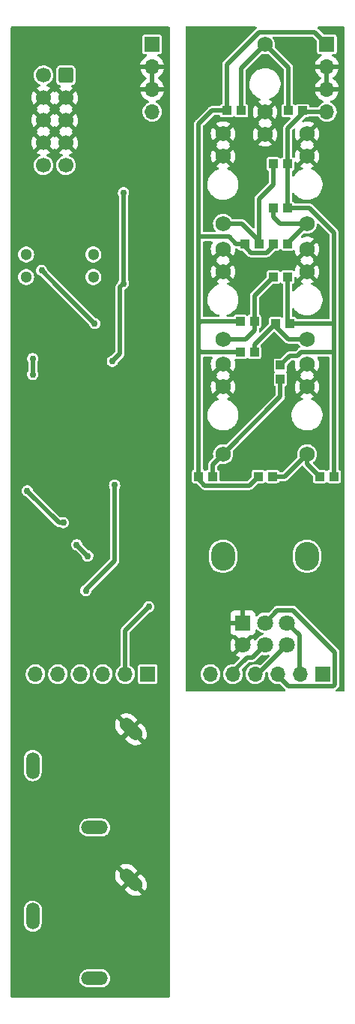
<source format=gbr>
G04 #@! TF.GenerationSoftware,KiCad,Pcbnew,(6.0.0)*
G04 #@! TF.CreationDate,2022-01-30T15:01:01+09:00*
G04 #@! TF.ProjectId,exits,65786974-732e-46b6-9963-61645f706362,2.1*
G04 #@! TF.SameCoordinates,Original*
G04 #@! TF.FileFunction,Copper,L2,Bot*
G04 #@! TF.FilePolarity,Positive*
%FSLAX46Y46*%
G04 Gerber Fmt 4.6, Leading zero omitted, Abs format (unit mm)*
G04 Created by KiCad (PCBNEW (6.0.0)) date 2022-01-30 15:01:01*
%MOMM*%
%LPD*%
G01*
G04 APERTURE LIST*
G04 Aperture macros list*
%AMRoundRect*
0 Rectangle with rounded corners*
0 $1 Rounding radius*
0 $2 $3 $4 $5 $6 $7 $8 $9 X,Y pos of 4 corners*
0 Add a 4 corners polygon primitive as box body*
4,1,4,$2,$3,$4,$5,$6,$7,$8,$9,$2,$3,0*
0 Add four circle primitives for the rounded corners*
1,1,$1+$1,$2,$3*
1,1,$1+$1,$4,$5*
1,1,$1+$1,$6,$7*
1,1,$1+$1,$8,$9*
0 Add four rect primitives between the rounded corners*
20,1,$1+$1,$2,$3,$4,$5,0*
20,1,$1+$1,$4,$5,$6,$7,0*
20,1,$1+$1,$6,$7,$8,$9,0*
20,1,$1+$1,$8,$9,$2,$3,0*%
%AMHorizOval*
0 Thick line with rounded ends*
0 $1 width*
0 $2 $3 position (X,Y) of the first rounded end (center of the circle)*
0 $4 $5 position (X,Y) of the second rounded end (center of the circle)*
0 Add line between two ends*
20,1,$1,$2,$3,$4,$5,0*
0 Add two circle primitives to create the rounded ends*
1,1,$1,$2,$3*
1,1,$1,$4,$5*%
G04 Aperture macros list end*
G04 #@! TA.AperFunction,ComponentPad*
%ADD10C,1.727200*%
G04 #@! TD*
G04 #@! TA.AperFunction,SMDPad,CuDef*
%ADD11R,1.000000X1.000000*%
G04 #@! TD*
G04 #@! TA.AperFunction,ComponentPad*
%ADD12O,2.720000X3.240000*%
G04 #@! TD*
G04 #@! TA.AperFunction,ComponentPad*
%ADD13R,1.800000X1.800000*%
G04 #@! TD*
G04 #@! TA.AperFunction,ComponentPad*
%ADD14C,1.800000*%
G04 #@! TD*
G04 #@! TA.AperFunction,ComponentPad*
%ADD15R,1.700000X1.700000*%
G04 #@! TD*
G04 #@! TA.AperFunction,ComponentPad*
%ADD16O,1.700000X1.700000*%
G04 #@! TD*
G04 #@! TA.AperFunction,ComponentPad*
%ADD17HorizOval,1.508000X-0.533159X0.533159X0.533159X-0.533159X0*%
G04 #@! TD*
G04 #@! TA.AperFunction,ComponentPad*
%ADD18O,3.016000X1.508000*%
G04 #@! TD*
G04 #@! TA.AperFunction,ComponentPad*
%ADD19O,1.508000X3.016000*%
G04 #@! TD*
G04 #@! TA.AperFunction,ComponentPad*
%ADD20RoundRect,0.250000X0.600000X0.600000X-0.600000X0.600000X-0.600000X-0.600000X0.600000X-0.600000X0*%
G04 #@! TD*
G04 #@! TA.AperFunction,ComponentPad*
%ADD21C,1.700000*%
G04 #@! TD*
G04 #@! TA.AperFunction,ComponentPad*
%ADD22C,1.300000*%
G04 #@! TD*
G04 #@! TA.AperFunction,ViaPad*
%ADD23C,0.762000*%
G04 #@! TD*
G04 #@! TA.AperFunction,Conductor*
%ADD24C,0.508000*%
G04 #@! TD*
G04 APERTURE END LIST*
D10*
X147000000Y-78340000D03*
X147000000Y-80880000D03*
X147000000Y-88500000D03*
X156500000Y-52340000D03*
X156500000Y-54880000D03*
X156500000Y-62500000D03*
X156500000Y-65340000D03*
X156500000Y-67880000D03*
X156500000Y-75500000D03*
X151750000Y-52410000D03*
X151750000Y-49870000D03*
X151750000Y-42250000D03*
X147000000Y-52340000D03*
X147000000Y-54880000D03*
X147000000Y-62500000D03*
X147000000Y-65340000D03*
X147000000Y-67880000D03*
X147000000Y-75500000D03*
X156500000Y-78340000D03*
X156500000Y-80880000D03*
X156500000Y-88500000D03*
D11*
X149050000Y-49750000D03*
X147450000Y-49750000D03*
X150550000Y-77000000D03*
X148950000Y-77000000D03*
X157950000Y-91000000D03*
X159550000Y-91000000D03*
X152600000Y-91000000D03*
X151000000Y-91000000D03*
D12*
X156500000Y-100000000D03*
X147000000Y-100000000D03*
D13*
X149250000Y-107500000D03*
D14*
X151750000Y-107500000D03*
X154250000Y-107500000D03*
X149250000Y-110000000D03*
X151750000Y-110000000D03*
X154250000Y-110000000D03*
D11*
X152950000Y-73750000D03*
X154550000Y-73750000D03*
X154300000Y-64750000D03*
X152700000Y-64750000D03*
X152700000Y-60750000D03*
X154300000Y-60750000D03*
X151050000Y-64750000D03*
X149450000Y-64750000D03*
X152700000Y-68500000D03*
X154300000Y-68500000D03*
X145850000Y-91000000D03*
X144250000Y-91000000D03*
X154400000Y-49750000D03*
X156000000Y-49750000D03*
X153500000Y-80050000D03*
X153500000Y-78450000D03*
X152700000Y-55750000D03*
X154300000Y-55750000D03*
X150550000Y-73500000D03*
X148950000Y-73500000D03*
D15*
X158280000Y-113300000D03*
D16*
X155740000Y-113300000D03*
X153200000Y-113300000D03*
X150660000Y-113300000D03*
X148120000Y-113300000D03*
X145580000Y-113300000D03*
D15*
X158750000Y-42250000D03*
D16*
X158750000Y-44790000D03*
X158750000Y-47330000D03*
X158750000Y-49870000D03*
D15*
X139000000Y-42250000D03*
D16*
X139000000Y-44790000D03*
X139000000Y-47330000D03*
X139000000Y-49870000D03*
D15*
X138500000Y-113300000D03*
D16*
X135960000Y-113300000D03*
X133420000Y-113300000D03*
X130880000Y-113300000D03*
X128340000Y-113300000D03*
X125800000Y-113300000D03*
D17*
X136596000Y-136504000D03*
D18*
X132500000Y-147600000D03*
D19*
X125500000Y-140600000D03*
D17*
X136596000Y-119504000D03*
D18*
X132500000Y-130600000D03*
D19*
X125500000Y-123600000D03*
D20*
X129250000Y-45750000D03*
D21*
X126710000Y-45750000D03*
X129250000Y-48290000D03*
X126710000Y-48290000D03*
X129250000Y-50830000D03*
X126710000Y-50830000D03*
X129250000Y-53370000D03*
X126710000Y-53370000D03*
X129250000Y-55910000D03*
X126710000Y-55910000D03*
D22*
X124750000Y-68500000D03*
X124750000Y-65960000D03*
X132350000Y-68500000D03*
X132350000Y-65960000D03*
D23*
X152500000Y-71250000D03*
X134700000Y-63560000D03*
X132250000Y-96750000D03*
X134500000Y-67000000D03*
X136870000Y-63560000D03*
X125500000Y-86750000D03*
X134500000Y-78000000D03*
X132500000Y-107250000D03*
X126500000Y-67750000D03*
X131500000Y-103860000D03*
X136250000Y-71750000D03*
X135750000Y-69250000D03*
X133500000Y-98500000D03*
X132500000Y-73750000D03*
X138600000Y-105700000D03*
X124871382Y-92621382D03*
X136000000Y-88250000D03*
X131713618Y-99963618D03*
X131000000Y-91250000D03*
X128950000Y-96200000D03*
X125500000Y-77702999D03*
X128500000Y-111500000D03*
X140250000Y-67750000D03*
X137250000Y-84750000D03*
X134750000Y-92000000D03*
X129000000Y-88250000D03*
X130456382Y-98706382D03*
X125500000Y-79480999D03*
X125750000Y-91500000D03*
X135750000Y-59000000D03*
D24*
X149050000Y-49750000D02*
X149050000Y-44950000D01*
X149050000Y-44950000D02*
X151750000Y-42250000D01*
X151050000Y-64435598D02*
X149114402Y-62500000D01*
X151050000Y-59727644D02*
X151050000Y-64750000D01*
X156500000Y-88500000D02*
X156500000Y-89550000D01*
X152700000Y-58077644D02*
X151050000Y-59727644D01*
X156500000Y-89550000D02*
X157950000Y-91000000D01*
X154300000Y-64750000D02*
X154300000Y-64700000D01*
X154000000Y-91000000D02*
X156500000Y-88500000D01*
X152950000Y-74064402D02*
X152950000Y-73750000D01*
X154385598Y-75500000D02*
X152950000Y-74064402D01*
X150550000Y-77000000D02*
X150550000Y-76150000D01*
X153442000Y-62500000D02*
X152700000Y-61758000D01*
X154400000Y-44900000D02*
X151750000Y-42250000D01*
X149114402Y-62500000D02*
X147000000Y-62500000D01*
X154400000Y-49750000D02*
X154400000Y-44900000D01*
X152600000Y-91000000D02*
X154000000Y-91000000D01*
X156500000Y-62500000D02*
X153442000Y-62500000D01*
X156500000Y-75500000D02*
X154385598Y-75500000D01*
X152700000Y-61758000D02*
X152700000Y-60750000D01*
X150550000Y-76150000D02*
X152950000Y-73750000D01*
X154300000Y-64700000D02*
X156500000Y-62500000D01*
X150550000Y-73500000D02*
X150550000Y-74508000D01*
X147658369Y-76968399D02*
X144468399Y-76968399D01*
X150550000Y-70650000D02*
X152700000Y-68500000D01*
X144250000Y-51250000D02*
X144250000Y-61000000D01*
X144250000Y-76750000D02*
X144250000Y-91000000D01*
X144250000Y-61000000D02*
X144250000Y-64000000D01*
X147450000Y-49750000D02*
X147450000Y-44520030D01*
X149450000Y-64750000D02*
X148442000Y-64750000D01*
X148950000Y-77000000D02*
X147689970Y-77000000D01*
X145850000Y-89650000D02*
X147000000Y-88500000D01*
X147689970Y-77000000D02*
X147658369Y-76968399D01*
X154250000Y-110000000D02*
X151000000Y-113250000D01*
X152700000Y-55750000D02*
X152700000Y-58077644D01*
X151091631Y-40878399D02*
X157378399Y-40878399D01*
X153500000Y-82000000D02*
X147000000Y-88500000D01*
X144943599Y-92008001D02*
X144250000Y-91314402D01*
X152700000Y-65014402D02*
X151956401Y-65758001D01*
X152700000Y-64750000D02*
X152700000Y-65014402D01*
X150550000Y-74508000D02*
X149558000Y-75500000D01*
X150143599Y-65758001D02*
X149450000Y-65064402D01*
X144281601Y-63968399D02*
X144250000Y-64000000D01*
X147660399Y-63968399D02*
X144281601Y-63968399D01*
X144250000Y-91314402D02*
X144250000Y-91000000D01*
X154250000Y-107500000D02*
X155658001Y-108908001D01*
X153500000Y-80050000D02*
X153500000Y-82000000D01*
X149450000Y-65064402D02*
X149450000Y-64750000D01*
X149558000Y-75500000D02*
X147000000Y-75500000D01*
X149991999Y-92008001D02*
X144943599Y-92008001D01*
X148442000Y-64750000D02*
X147660399Y-63968399D01*
X148950000Y-73500000D02*
X144500000Y-73500000D01*
X144468399Y-76968399D02*
X144250000Y-76750000D01*
X155658001Y-108908001D02*
X155658001Y-113091999D01*
X157378399Y-40878399D02*
X158750000Y-42250000D01*
X147450000Y-49750000D02*
X145750000Y-49750000D01*
X147450000Y-44520030D02*
X151091631Y-40878399D01*
X145750000Y-49750000D02*
X144250000Y-51250000D01*
X151050000Y-64750000D02*
X151050000Y-64435598D01*
X150550000Y-73500000D02*
X150550000Y-70650000D01*
X144500000Y-73500000D02*
X144250000Y-73750000D01*
X144250000Y-64000000D02*
X144250000Y-73750000D01*
X151956401Y-65758001D02*
X150143599Y-65758001D01*
X145850000Y-91000000D02*
X145850000Y-89650000D01*
X144250000Y-73750000D02*
X144250000Y-76750000D01*
X151000000Y-113250000D02*
X150420000Y-113250000D01*
X151000000Y-91000000D02*
X149991999Y-92008001D01*
X153158001Y-106091999D02*
X151750000Y-107500000D01*
X159638001Y-114456401D02*
X159638001Y-110804159D01*
X159638001Y-110804159D02*
X154925841Y-106091999D01*
X159436401Y-114658001D02*
X159638001Y-114456401D01*
X154925841Y-106091999D02*
X153158001Y-106091999D01*
X152960000Y-113250000D02*
X154368001Y-114658001D01*
X154368001Y-114658001D02*
X159436401Y-114658001D01*
X154300000Y-55750000D02*
X154300000Y-51764402D01*
X159550000Y-63520030D02*
X159550000Y-73750000D01*
X154550000Y-77400000D02*
X155410030Y-77400000D01*
X154300000Y-51764402D02*
X156000000Y-50064402D01*
X154550000Y-73750000D02*
X159550000Y-73750000D01*
X154300000Y-55750000D02*
X154300000Y-60750000D01*
X158750000Y-49870000D02*
X156120000Y-49870000D01*
X156779970Y-60750000D02*
X159550000Y-63520030D01*
X154300000Y-73500000D02*
X154550000Y-73750000D01*
X153500000Y-78450000D02*
X154550000Y-77400000D01*
X154300000Y-60750000D02*
X156779970Y-60750000D01*
X156120000Y-49870000D02*
X156000000Y-49750000D01*
X159550000Y-76950000D02*
X159550000Y-86500000D01*
X155410030Y-77400000D02*
X155860030Y-76950000D01*
X154300000Y-68500000D02*
X154300000Y-73500000D01*
X159550000Y-73750000D02*
X159550000Y-76950000D01*
X159550000Y-86500000D02*
X159550000Y-91000000D01*
X155860030Y-76950000D02*
X159550000Y-76950000D01*
X149721999Y-111408001D02*
X147880000Y-113250000D01*
X151750000Y-110000000D02*
X150341999Y-111408001D01*
X150341999Y-111408001D02*
X149721999Y-111408001D01*
X124871382Y-92621382D02*
X128450000Y-96200000D01*
X128450000Y-96200000D02*
X128950000Y-96200000D01*
X135750000Y-69250000D02*
X135360999Y-69639001D01*
X135750000Y-59000000D02*
X135750000Y-69250000D01*
X135360999Y-69639001D02*
X135360999Y-77139001D01*
X134750000Y-92000000D02*
X134750000Y-100500000D01*
X130456382Y-98706382D02*
X131713618Y-99963618D01*
X131500000Y-103750000D02*
X131500000Y-103860000D01*
X134750000Y-100500000D02*
X131500000Y-103750000D01*
X135360999Y-77139001D02*
X134500000Y-78000000D01*
X126500000Y-67750000D02*
X128408001Y-69658001D01*
X128408001Y-69658001D02*
X132500000Y-73750000D01*
X135940000Y-113300000D02*
X135940000Y-108360000D01*
X125500000Y-79250000D02*
X125500000Y-79480999D01*
X125500000Y-77702999D02*
X125500000Y-79250000D01*
X135940000Y-108360000D02*
X138600000Y-105700000D01*
G04 #@! TA.AperFunction,Conductor*
G36*
X140938121Y-40274002D02*
G01*
X140984614Y-40327658D01*
X140996000Y-40380000D01*
X140996000Y-149620000D01*
X140975998Y-149688121D01*
X140922342Y-149734614D01*
X140870000Y-149746000D01*
X123130000Y-149746000D01*
X123061879Y-149725998D01*
X123015386Y-149672342D01*
X123004000Y-149620000D01*
X123004000Y-147592925D01*
X130732645Y-147592925D01*
X130750570Y-147789888D01*
X130806410Y-147979619D01*
X130809263Y-147985077D01*
X130809265Y-147985081D01*
X130856720Y-148075853D01*
X130898040Y-148154890D01*
X131021968Y-148309025D01*
X131026692Y-148312989D01*
X131033933Y-148319065D01*
X131173474Y-148436154D01*
X131178872Y-148439121D01*
X131178877Y-148439125D01*
X131322180Y-148517905D01*
X131346787Y-148531433D01*
X131352654Y-148533294D01*
X131352656Y-148533295D01*
X131529436Y-148589373D01*
X131535306Y-148591235D01*
X131689227Y-148608500D01*
X133303769Y-148608500D01*
X133306825Y-148608200D01*
X133306832Y-148608200D01*
X133365340Y-148602463D01*
X133450833Y-148594080D01*
X133456734Y-148592298D01*
X133456736Y-148592298D01*
X133530053Y-148570162D01*
X133640169Y-148536916D01*
X133814796Y-148444066D01*
X133901062Y-148373709D01*
X133963287Y-148322960D01*
X133963290Y-148322957D01*
X133968062Y-148319065D01*
X133980344Y-148304219D01*
X134090201Y-148171425D01*
X134090203Y-148171421D01*
X134094130Y-148166675D01*
X134188198Y-147992701D01*
X134246682Y-147803768D01*
X134267355Y-147607075D01*
X134249430Y-147410112D01*
X134193590Y-147220381D01*
X134183919Y-147201881D01*
X134104813Y-147050568D01*
X134101960Y-147045110D01*
X133978032Y-146890975D01*
X133971727Y-146885684D01*
X133955334Y-146871929D01*
X133826526Y-146763846D01*
X133821128Y-146760879D01*
X133821123Y-146760875D01*
X133658608Y-146671533D01*
X133658609Y-146671533D01*
X133653213Y-146668567D01*
X133647346Y-146666706D01*
X133647344Y-146666705D01*
X133470564Y-146610627D01*
X133470563Y-146610627D01*
X133464694Y-146608765D01*
X133310773Y-146591500D01*
X131696231Y-146591500D01*
X131693175Y-146591800D01*
X131693168Y-146591800D01*
X131634660Y-146597537D01*
X131549167Y-146605920D01*
X131543266Y-146607702D01*
X131543264Y-146607702D01*
X131469947Y-146629838D01*
X131359831Y-146663084D01*
X131185204Y-146755934D01*
X131098938Y-146826291D01*
X131036713Y-146877040D01*
X131036710Y-146877043D01*
X131031938Y-146880935D01*
X131028011Y-146885682D01*
X131028009Y-146885684D01*
X130909799Y-147028575D01*
X130909797Y-147028579D01*
X130905870Y-147033325D01*
X130811802Y-147207299D01*
X130753318Y-147396232D01*
X130732645Y-147592925D01*
X123004000Y-147592925D01*
X123004000Y-141403769D01*
X124491500Y-141403769D01*
X124491800Y-141406825D01*
X124491800Y-141406832D01*
X124492530Y-141414273D01*
X124505920Y-141550833D01*
X124563084Y-141740169D01*
X124655934Y-141914796D01*
X124726291Y-142001062D01*
X124777040Y-142063287D01*
X124777043Y-142063290D01*
X124780935Y-142068062D01*
X124785682Y-142071989D01*
X124785684Y-142071991D01*
X124928575Y-142190201D01*
X124928579Y-142190203D01*
X124933325Y-142194130D01*
X125107299Y-142288198D01*
X125296232Y-142346682D01*
X125302357Y-142347326D01*
X125302358Y-142347326D01*
X125486796Y-142366711D01*
X125486798Y-142366711D01*
X125492925Y-142367355D01*
X125575424Y-142359847D01*
X125683749Y-142349989D01*
X125683752Y-142349988D01*
X125689888Y-142349430D01*
X125695794Y-142347692D01*
X125695798Y-142347691D01*
X125800924Y-142316751D01*
X125879619Y-142293590D01*
X125885077Y-142290737D01*
X125885081Y-142290735D01*
X125975853Y-142243280D01*
X126054890Y-142201960D01*
X126209025Y-142078032D01*
X126336154Y-141926526D01*
X126339121Y-141921128D01*
X126339125Y-141921123D01*
X126428467Y-141758608D01*
X126431433Y-141753213D01*
X126433846Y-141745608D01*
X126489373Y-141570564D01*
X126489373Y-141570563D01*
X126491235Y-141564694D01*
X126508500Y-141410773D01*
X126508500Y-139796231D01*
X126507814Y-139789227D01*
X126494681Y-139655301D01*
X126494080Y-139649167D01*
X126436916Y-139459831D01*
X126344066Y-139285204D01*
X126273709Y-139198938D01*
X126222960Y-139136713D01*
X126222957Y-139136710D01*
X126219065Y-139131938D01*
X126212724Y-139126692D01*
X126071425Y-139009799D01*
X126071421Y-139009797D01*
X126066675Y-139005870D01*
X125892701Y-138911802D01*
X125703768Y-138853318D01*
X125697643Y-138852674D01*
X125697642Y-138852674D01*
X125513204Y-138833289D01*
X125513202Y-138833289D01*
X125507075Y-138832645D01*
X125424576Y-138840153D01*
X125316251Y-138850011D01*
X125316248Y-138850012D01*
X125310112Y-138850570D01*
X125304206Y-138852308D01*
X125304202Y-138852309D01*
X125199076Y-138883249D01*
X125120381Y-138906410D01*
X125114923Y-138909263D01*
X125114919Y-138909265D01*
X125024147Y-138956720D01*
X124945110Y-138998040D01*
X124790975Y-139121968D01*
X124663846Y-139273474D01*
X124660879Y-139278872D01*
X124660875Y-139278877D01*
X124657397Y-139285204D01*
X124568567Y-139446787D01*
X124566706Y-139452654D01*
X124566705Y-139452656D01*
X124510627Y-139629436D01*
X124508765Y-139635306D01*
X124491500Y-139789227D01*
X124491500Y-141403769D01*
X123004000Y-141403769D01*
X123004000Y-137577104D01*
X135888434Y-137577104D01*
X135888566Y-137578940D01*
X135892815Y-137585552D01*
X136275218Y-137967955D01*
X136279352Y-137971737D01*
X136401702Y-138074038D01*
X136410885Y-138080419D01*
X136596812Y-138186471D01*
X136606980Y-138191127D01*
X136808757Y-138262579D01*
X136819578Y-138265357D01*
X137030820Y-138299950D01*
X137041975Y-138300769D01*
X137255994Y-138297406D01*
X137267112Y-138296238D01*
X137477160Y-138255029D01*
X137487899Y-138251909D01*
X137687336Y-138174151D01*
X137697332Y-138169189D01*
X137808776Y-138100897D01*
X137818236Y-138090441D01*
X137814452Y-138081663D01*
X136608810Y-136876020D01*
X136594869Y-136868408D01*
X136593034Y-136868539D01*
X136586420Y-136872790D01*
X135896045Y-137563166D01*
X135888434Y-137577104D01*
X123004000Y-137577104D01*
X123004000Y-135923381D01*
X134797116Y-135923381D01*
X134807199Y-136137207D01*
X134808714Y-136148270D01*
X134856504Y-136356929D01*
X134859958Y-136367557D01*
X134943937Y-136564444D01*
X134949223Y-136574304D01*
X135067290Y-136754044D01*
X135072889Y-136761341D01*
X135106705Y-136799294D01*
X135109211Y-136801948D01*
X135511215Y-137203952D01*
X135525159Y-137211566D01*
X135526992Y-137211435D01*
X135533607Y-137207184D01*
X136223982Y-136516808D01*
X136230358Y-136505132D01*
X136960408Y-136505132D01*
X136960539Y-136506965D01*
X136964790Y-136513580D01*
X138173157Y-137721946D01*
X138185950Y-137728932D01*
X138193980Y-137723059D01*
X138194465Y-137722313D01*
X138294625Y-137533143D01*
X138298961Y-137522827D01*
X138364038Y-137318914D01*
X138366476Y-137308006D01*
X138394416Y-137095778D01*
X138394884Y-137084618D01*
X138384800Y-136870793D01*
X138383285Y-136859730D01*
X138335495Y-136651068D01*
X138332043Y-136640446D01*
X138248058Y-136443544D01*
X138242782Y-136433705D01*
X138124711Y-136253958D01*
X138119110Y-136246658D01*
X138085277Y-136208685D01*
X138082807Y-136206069D01*
X137680786Y-135804048D01*
X137666842Y-135796434D01*
X137665009Y-135796565D01*
X137658394Y-135800816D01*
X136968022Y-136491188D01*
X136960408Y-136505132D01*
X136230358Y-136505132D01*
X136231593Y-136502870D01*
X136231461Y-136501034D01*
X136227212Y-136494422D01*
X135018843Y-135286054D01*
X135006050Y-135279068D01*
X134998022Y-135284939D01*
X134997530Y-135285697D01*
X134897378Y-135474849D01*
X134893037Y-135485176D01*
X134827961Y-135689086D01*
X134825523Y-135699994D01*
X134797584Y-135912221D01*
X134797116Y-135923381D01*
X123004000Y-135923381D01*
X123004000Y-134917559D01*
X135373764Y-134917559D01*
X135377548Y-134926337D01*
X136583190Y-136131980D01*
X136597131Y-136139592D01*
X136598966Y-136139461D01*
X136605580Y-136135210D01*
X137295952Y-135444838D01*
X137303566Y-135430894D01*
X137303435Y-135429061D01*
X137299184Y-135422446D01*
X136916779Y-135040042D01*
X136912645Y-135036260D01*
X136790289Y-134933954D01*
X136781129Y-134927588D01*
X136595178Y-134821523D01*
X136585029Y-134816876D01*
X136383246Y-134745421D01*
X136372417Y-134742641D01*
X136161180Y-134708050D01*
X136150025Y-134707231D01*
X135936007Y-134710594D01*
X135924886Y-134711762D01*
X135714835Y-134752972D01*
X135704105Y-134756089D01*
X135504664Y-134833849D01*
X135494668Y-134838811D01*
X135383224Y-134907103D01*
X135373764Y-134917559D01*
X123004000Y-134917559D01*
X123004000Y-130592925D01*
X130732645Y-130592925D01*
X130750570Y-130789888D01*
X130806410Y-130979619D01*
X130809263Y-130985077D01*
X130809265Y-130985081D01*
X130856720Y-131075853D01*
X130898040Y-131154890D01*
X131021968Y-131309025D01*
X131026692Y-131312989D01*
X131033933Y-131319065D01*
X131173474Y-131436154D01*
X131178872Y-131439121D01*
X131178877Y-131439125D01*
X131322180Y-131517905D01*
X131346787Y-131531433D01*
X131352654Y-131533294D01*
X131352656Y-131533295D01*
X131529436Y-131589373D01*
X131535306Y-131591235D01*
X131689227Y-131608500D01*
X133303769Y-131608500D01*
X133306825Y-131608200D01*
X133306832Y-131608200D01*
X133365340Y-131602463D01*
X133450833Y-131594080D01*
X133456734Y-131592298D01*
X133456736Y-131592298D01*
X133530053Y-131570162D01*
X133640169Y-131536916D01*
X133814796Y-131444066D01*
X133901062Y-131373709D01*
X133963287Y-131322960D01*
X133963290Y-131322957D01*
X133968062Y-131319065D01*
X133980344Y-131304219D01*
X134090201Y-131171425D01*
X134090203Y-131171421D01*
X134094130Y-131166675D01*
X134188198Y-130992701D01*
X134246682Y-130803768D01*
X134267355Y-130607075D01*
X134249430Y-130410112D01*
X134193590Y-130220381D01*
X134183919Y-130201881D01*
X134104813Y-130050568D01*
X134101960Y-130045110D01*
X133978032Y-129890975D01*
X133971727Y-129885684D01*
X133955334Y-129871929D01*
X133826526Y-129763846D01*
X133821128Y-129760879D01*
X133821123Y-129760875D01*
X133658608Y-129671533D01*
X133658609Y-129671533D01*
X133653213Y-129668567D01*
X133647346Y-129666706D01*
X133647344Y-129666705D01*
X133470564Y-129610627D01*
X133470563Y-129610627D01*
X133464694Y-129608765D01*
X133310773Y-129591500D01*
X131696231Y-129591500D01*
X131693175Y-129591800D01*
X131693168Y-129591800D01*
X131634660Y-129597537D01*
X131549167Y-129605920D01*
X131543266Y-129607702D01*
X131543264Y-129607702D01*
X131469947Y-129629838D01*
X131359831Y-129663084D01*
X131185204Y-129755934D01*
X131098938Y-129826291D01*
X131036713Y-129877040D01*
X131036710Y-129877043D01*
X131031938Y-129880935D01*
X131028011Y-129885682D01*
X131028009Y-129885684D01*
X130909799Y-130028575D01*
X130909797Y-130028579D01*
X130905870Y-130033325D01*
X130811802Y-130207299D01*
X130753318Y-130396232D01*
X130732645Y-130592925D01*
X123004000Y-130592925D01*
X123004000Y-124403769D01*
X124491500Y-124403769D01*
X124491800Y-124406825D01*
X124491800Y-124406832D01*
X124492530Y-124414273D01*
X124505920Y-124550833D01*
X124563084Y-124740169D01*
X124655934Y-124914796D01*
X124726291Y-125001062D01*
X124777040Y-125063287D01*
X124777043Y-125063290D01*
X124780935Y-125068062D01*
X124785682Y-125071989D01*
X124785684Y-125071991D01*
X124928575Y-125190201D01*
X124928579Y-125190203D01*
X124933325Y-125194130D01*
X125107299Y-125288198D01*
X125296232Y-125346682D01*
X125302357Y-125347326D01*
X125302358Y-125347326D01*
X125486796Y-125366711D01*
X125486798Y-125366711D01*
X125492925Y-125367355D01*
X125575424Y-125359847D01*
X125683749Y-125349989D01*
X125683752Y-125349988D01*
X125689888Y-125349430D01*
X125695794Y-125347692D01*
X125695798Y-125347691D01*
X125800924Y-125316751D01*
X125879619Y-125293590D01*
X125885077Y-125290737D01*
X125885081Y-125290735D01*
X125975853Y-125243280D01*
X126054890Y-125201960D01*
X126209025Y-125078032D01*
X126336154Y-124926526D01*
X126339121Y-124921128D01*
X126339125Y-124921123D01*
X126428467Y-124758608D01*
X126431433Y-124753213D01*
X126433846Y-124745608D01*
X126489373Y-124570564D01*
X126489373Y-124570563D01*
X126491235Y-124564694D01*
X126508500Y-124410773D01*
X126508500Y-122796231D01*
X126507814Y-122789227D01*
X126494681Y-122655301D01*
X126494080Y-122649167D01*
X126436916Y-122459831D01*
X126344066Y-122285204D01*
X126273709Y-122198938D01*
X126222960Y-122136713D01*
X126222957Y-122136710D01*
X126219065Y-122131938D01*
X126212724Y-122126692D01*
X126071425Y-122009799D01*
X126071421Y-122009797D01*
X126066675Y-122005870D01*
X125892701Y-121911802D01*
X125703768Y-121853318D01*
X125697643Y-121852674D01*
X125697642Y-121852674D01*
X125513204Y-121833289D01*
X125513202Y-121833289D01*
X125507075Y-121832645D01*
X125424576Y-121840153D01*
X125316251Y-121850011D01*
X125316248Y-121850012D01*
X125310112Y-121850570D01*
X125304206Y-121852308D01*
X125304202Y-121852309D01*
X125199076Y-121883249D01*
X125120381Y-121906410D01*
X125114923Y-121909263D01*
X125114919Y-121909265D01*
X125024147Y-121956720D01*
X124945110Y-121998040D01*
X124790975Y-122121968D01*
X124663846Y-122273474D01*
X124660879Y-122278872D01*
X124660875Y-122278877D01*
X124657397Y-122285204D01*
X124568567Y-122446787D01*
X124566706Y-122452654D01*
X124566705Y-122452656D01*
X124510627Y-122629436D01*
X124508765Y-122635306D01*
X124491500Y-122789227D01*
X124491500Y-124403769D01*
X123004000Y-124403769D01*
X123004000Y-120577104D01*
X135888434Y-120577104D01*
X135888566Y-120578940D01*
X135892815Y-120585552D01*
X136275218Y-120967955D01*
X136279352Y-120971737D01*
X136401702Y-121074038D01*
X136410885Y-121080419D01*
X136596812Y-121186471D01*
X136606980Y-121191127D01*
X136808757Y-121262579D01*
X136819578Y-121265357D01*
X137030820Y-121299950D01*
X137041975Y-121300769D01*
X137255994Y-121297406D01*
X137267112Y-121296238D01*
X137477160Y-121255029D01*
X137487899Y-121251909D01*
X137687336Y-121174151D01*
X137697332Y-121169189D01*
X137808776Y-121100897D01*
X137818236Y-121090441D01*
X137814452Y-121081663D01*
X136608810Y-119876020D01*
X136594869Y-119868408D01*
X136593034Y-119868539D01*
X136586420Y-119872790D01*
X135896045Y-120563166D01*
X135888434Y-120577104D01*
X123004000Y-120577104D01*
X123004000Y-118923381D01*
X134797116Y-118923381D01*
X134807199Y-119137207D01*
X134808714Y-119148270D01*
X134856504Y-119356929D01*
X134859958Y-119367557D01*
X134943937Y-119564444D01*
X134949223Y-119574304D01*
X135067290Y-119754044D01*
X135072889Y-119761341D01*
X135106705Y-119799294D01*
X135109211Y-119801948D01*
X135511215Y-120203952D01*
X135525159Y-120211566D01*
X135526992Y-120211435D01*
X135533607Y-120207184D01*
X136223982Y-119516808D01*
X136230358Y-119505132D01*
X136960408Y-119505132D01*
X136960539Y-119506965D01*
X136964790Y-119513580D01*
X138173157Y-120721946D01*
X138185950Y-120728932D01*
X138193980Y-120723059D01*
X138194465Y-120722313D01*
X138294625Y-120533143D01*
X138298961Y-120522827D01*
X138364038Y-120318914D01*
X138366476Y-120308006D01*
X138394416Y-120095778D01*
X138394884Y-120084618D01*
X138384800Y-119870793D01*
X138383285Y-119859730D01*
X138335495Y-119651068D01*
X138332043Y-119640446D01*
X138248058Y-119443544D01*
X138242782Y-119433705D01*
X138124711Y-119253958D01*
X138119110Y-119246658D01*
X138085277Y-119208685D01*
X138082807Y-119206069D01*
X137680786Y-118804048D01*
X137666842Y-118796434D01*
X137665009Y-118796565D01*
X137658394Y-118800816D01*
X136968022Y-119491188D01*
X136960408Y-119505132D01*
X136230358Y-119505132D01*
X136231593Y-119502870D01*
X136231461Y-119501034D01*
X136227212Y-119494422D01*
X135018843Y-118286054D01*
X135006050Y-118279068D01*
X134998022Y-118284939D01*
X134997530Y-118285697D01*
X134897378Y-118474849D01*
X134893037Y-118485176D01*
X134827961Y-118689086D01*
X134825523Y-118699994D01*
X134797584Y-118912221D01*
X134797116Y-118923381D01*
X123004000Y-118923381D01*
X123004000Y-117917559D01*
X135373764Y-117917559D01*
X135377548Y-117926337D01*
X136583190Y-119131980D01*
X136597131Y-119139592D01*
X136598966Y-119139461D01*
X136605580Y-119135210D01*
X137295952Y-118444838D01*
X137303566Y-118430894D01*
X137303435Y-118429061D01*
X137299184Y-118422446D01*
X136916779Y-118040042D01*
X136912645Y-118036260D01*
X136790289Y-117933954D01*
X136781129Y-117927588D01*
X136595178Y-117821523D01*
X136585029Y-117816876D01*
X136383246Y-117745421D01*
X136372417Y-117742641D01*
X136161180Y-117708050D01*
X136150025Y-117707231D01*
X135936007Y-117710594D01*
X135924886Y-117711762D01*
X135714835Y-117752972D01*
X135704105Y-117756089D01*
X135504664Y-117833849D01*
X135494668Y-117838811D01*
X135383224Y-117907103D01*
X135373764Y-117917559D01*
X123004000Y-117917559D01*
X123004000Y-113270964D01*
X124691148Y-113270964D01*
X124704424Y-113473522D01*
X124705845Y-113479118D01*
X124705846Y-113479123D01*
X124726119Y-113558945D01*
X124754392Y-113670269D01*
X124756809Y-113675512D01*
X124794010Y-113756208D01*
X124839377Y-113854616D01*
X124956533Y-114020389D01*
X125101938Y-114162035D01*
X125270720Y-114274812D01*
X125276023Y-114277090D01*
X125276026Y-114277092D01*
X125407283Y-114333484D01*
X125457228Y-114354942D01*
X125530244Y-114371464D01*
X125649579Y-114398467D01*
X125649584Y-114398468D01*
X125655216Y-114399742D01*
X125660987Y-114399969D01*
X125660989Y-114399969D01*
X125720756Y-114402317D01*
X125858053Y-114407712D01*
X125965348Y-114392155D01*
X126053231Y-114379413D01*
X126053236Y-114379412D01*
X126058945Y-114378584D01*
X126064409Y-114376729D01*
X126064414Y-114376728D01*
X126245693Y-114315192D01*
X126245698Y-114315190D01*
X126251165Y-114313334D01*
X126428276Y-114214147D01*
X126467969Y-114181135D01*
X126579913Y-114088031D01*
X126584345Y-114084345D01*
X126714147Y-113928276D01*
X126813334Y-113751165D01*
X126815190Y-113745698D01*
X126815192Y-113745693D01*
X126876728Y-113564414D01*
X126876729Y-113564409D01*
X126878584Y-113558945D01*
X126879412Y-113553236D01*
X126879413Y-113553231D01*
X126907179Y-113361727D01*
X126907712Y-113358053D01*
X126909232Y-113300000D01*
X126906564Y-113270964D01*
X127231148Y-113270964D01*
X127244424Y-113473522D01*
X127245845Y-113479118D01*
X127245846Y-113479123D01*
X127266119Y-113558945D01*
X127294392Y-113670269D01*
X127296809Y-113675512D01*
X127334010Y-113756208D01*
X127379377Y-113854616D01*
X127496533Y-114020389D01*
X127641938Y-114162035D01*
X127810720Y-114274812D01*
X127816023Y-114277090D01*
X127816026Y-114277092D01*
X127947283Y-114333484D01*
X127997228Y-114354942D01*
X128070244Y-114371464D01*
X128189579Y-114398467D01*
X128189584Y-114398468D01*
X128195216Y-114399742D01*
X128200987Y-114399969D01*
X128200989Y-114399969D01*
X128260756Y-114402317D01*
X128398053Y-114407712D01*
X128505348Y-114392155D01*
X128593231Y-114379413D01*
X128593236Y-114379412D01*
X128598945Y-114378584D01*
X128604409Y-114376729D01*
X128604414Y-114376728D01*
X128785693Y-114315192D01*
X128785698Y-114315190D01*
X128791165Y-114313334D01*
X128968276Y-114214147D01*
X129007969Y-114181135D01*
X129119913Y-114088031D01*
X129124345Y-114084345D01*
X129254147Y-113928276D01*
X129353334Y-113751165D01*
X129355190Y-113745698D01*
X129355192Y-113745693D01*
X129416728Y-113564414D01*
X129416729Y-113564409D01*
X129418584Y-113558945D01*
X129419412Y-113553236D01*
X129419413Y-113553231D01*
X129447179Y-113361727D01*
X129447712Y-113358053D01*
X129449232Y-113300000D01*
X129446564Y-113270964D01*
X129771148Y-113270964D01*
X129784424Y-113473522D01*
X129785845Y-113479118D01*
X129785846Y-113479123D01*
X129806119Y-113558945D01*
X129834392Y-113670269D01*
X129836809Y-113675512D01*
X129874010Y-113756208D01*
X129919377Y-113854616D01*
X130036533Y-114020389D01*
X130181938Y-114162035D01*
X130350720Y-114274812D01*
X130356023Y-114277090D01*
X130356026Y-114277092D01*
X130487283Y-114333484D01*
X130537228Y-114354942D01*
X130610244Y-114371464D01*
X130729579Y-114398467D01*
X130729584Y-114398468D01*
X130735216Y-114399742D01*
X130740987Y-114399969D01*
X130740989Y-114399969D01*
X130800756Y-114402317D01*
X130938053Y-114407712D01*
X131045348Y-114392155D01*
X131133231Y-114379413D01*
X131133236Y-114379412D01*
X131138945Y-114378584D01*
X131144409Y-114376729D01*
X131144414Y-114376728D01*
X131325693Y-114315192D01*
X131325698Y-114315190D01*
X131331165Y-114313334D01*
X131508276Y-114214147D01*
X131547969Y-114181135D01*
X131659913Y-114088031D01*
X131664345Y-114084345D01*
X131794147Y-113928276D01*
X131893334Y-113751165D01*
X131895190Y-113745698D01*
X131895192Y-113745693D01*
X131956728Y-113564414D01*
X131956729Y-113564409D01*
X131958584Y-113558945D01*
X131959412Y-113553236D01*
X131959413Y-113553231D01*
X131987179Y-113361727D01*
X131987712Y-113358053D01*
X131989232Y-113300000D01*
X131986564Y-113270964D01*
X132311148Y-113270964D01*
X132324424Y-113473522D01*
X132325845Y-113479118D01*
X132325846Y-113479123D01*
X132346119Y-113558945D01*
X132374392Y-113670269D01*
X132376809Y-113675512D01*
X132414010Y-113756208D01*
X132459377Y-113854616D01*
X132576533Y-114020389D01*
X132721938Y-114162035D01*
X132890720Y-114274812D01*
X132896023Y-114277090D01*
X132896026Y-114277092D01*
X133027283Y-114333484D01*
X133077228Y-114354942D01*
X133150244Y-114371464D01*
X133269579Y-114398467D01*
X133269584Y-114398468D01*
X133275216Y-114399742D01*
X133280987Y-114399969D01*
X133280989Y-114399969D01*
X133340756Y-114402317D01*
X133478053Y-114407712D01*
X133585348Y-114392155D01*
X133673231Y-114379413D01*
X133673236Y-114379412D01*
X133678945Y-114378584D01*
X133684409Y-114376729D01*
X133684414Y-114376728D01*
X133865693Y-114315192D01*
X133865698Y-114315190D01*
X133871165Y-114313334D01*
X134048276Y-114214147D01*
X134087969Y-114181135D01*
X134199913Y-114088031D01*
X134204345Y-114084345D01*
X134334147Y-113928276D01*
X134433334Y-113751165D01*
X134435190Y-113745698D01*
X134435192Y-113745693D01*
X134496728Y-113564414D01*
X134496729Y-113564409D01*
X134498584Y-113558945D01*
X134499412Y-113553236D01*
X134499413Y-113553231D01*
X134527179Y-113361727D01*
X134527712Y-113358053D01*
X134529232Y-113300000D01*
X134526564Y-113270964D01*
X134851148Y-113270964D01*
X134864424Y-113473522D01*
X134865845Y-113479118D01*
X134865846Y-113479123D01*
X134886119Y-113558945D01*
X134914392Y-113670269D01*
X134916809Y-113675512D01*
X134954010Y-113756208D01*
X134999377Y-113854616D01*
X135116533Y-114020389D01*
X135261938Y-114162035D01*
X135430720Y-114274812D01*
X135436023Y-114277090D01*
X135436026Y-114277092D01*
X135567283Y-114333484D01*
X135617228Y-114354942D01*
X135690244Y-114371464D01*
X135809579Y-114398467D01*
X135809584Y-114398468D01*
X135815216Y-114399742D01*
X135820987Y-114399969D01*
X135820989Y-114399969D01*
X135880756Y-114402317D01*
X136018053Y-114407712D01*
X136125348Y-114392155D01*
X136213231Y-114379413D01*
X136213236Y-114379412D01*
X136218945Y-114378584D01*
X136224409Y-114376729D01*
X136224414Y-114376728D01*
X136405693Y-114315192D01*
X136405698Y-114315190D01*
X136411165Y-114313334D01*
X136588276Y-114214147D01*
X136627969Y-114181135D01*
X136739913Y-114088031D01*
X136744345Y-114084345D01*
X136874147Y-113928276D01*
X136973334Y-113751165D01*
X136975190Y-113745698D01*
X136975192Y-113745693D01*
X137036728Y-113564414D01*
X137036729Y-113564409D01*
X137038584Y-113558945D01*
X137039412Y-113553236D01*
X137039413Y-113553231D01*
X137067179Y-113361727D01*
X137067712Y-113358053D01*
X137069232Y-113300000D01*
X137050658Y-113097859D01*
X137049090Y-113092299D01*
X136997125Y-112908046D01*
X136997124Y-112908044D01*
X136995557Y-112902487D01*
X136984978Y-112881033D01*
X136908331Y-112725609D01*
X136905776Y-112720428D01*
X136784320Y-112557779D01*
X136640609Y-112424933D01*
X137395500Y-112424933D01*
X137395501Y-114175066D01*
X137410266Y-114249301D01*
X137417161Y-114259620D01*
X137417162Y-114259622D01*
X137457516Y-114320015D01*
X137466516Y-114333484D01*
X137550699Y-114389734D01*
X137624933Y-114404500D01*
X138499858Y-114404500D01*
X139375066Y-114404499D01*
X139410818Y-114397388D01*
X139437126Y-114392156D01*
X139437128Y-114392155D01*
X139449301Y-114389734D01*
X139459621Y-114382839D01*
X139459622Y-114382838D01*
X139523168Y-114340377D01*
X139533484Y-114333484D01*
X139589734Y-114249301D01*
X139604500Y-114175067D01*
X139604499Y-112424934D01*
X139597388Y-112389182D01*
X139592156Y-112362874D01*
X139592155Y-112362872D01*
X139589734Y-112350699D01*
X139575332Y-112329144D01*
X139540377Y-112276832D01*
X139533484Y-112266516D01*
X139449301Y-112210266D01*
X139375067Y-112195500D01*
X138500142Y-112195500D01*
X137624934Y-112195501D01*
X137589182Y-112202612D01*
X137562874Y-112207844D01*
X137562872Y-112207845D01*
X137550699Y-112210266D01*
X137540379Y-112217161D01*
X137540378Y-112217162D01*
X137480020Y-112257493D01*
X137466516Y-112266516D01*
X137410266Y-112350699D01*
X137395500Y-112424933D01*
X136640609Y-112424933D01*
X136635258Y-112419987D01*
X136507264Y-112339229D01*
X136460327Y-112285964D01*
X136448500Y-112232668D01*
X136448500Y-108622817D01*
X136468502Y-108554696D01*
X136485405Y-108533722D01*
X138661452Y-106357675D01*
X138722417Y-106323950D01*
X138809446Y-106304018D01*
X138809450Y-106304017D01*
X138816849Y-106302322D01*
X138885214Y-106267938D01*
X138947481Y-106236622D01*
X138947484Y-106236620D01*
X138954264Y-106233210D01*
X139071226Y-106133314D01*
X139160983Y-106008403D01*
X139218355Y-105865688D01*
X139240028Y-105713407D01*
X139240168Y-105700000D01*
X139221689Y-105547299D01*
X139167319Y-105403413D01*
X139080197Y-105276649D01*
X138965353Y-105174327D01*
X138951602Y-105167046D01*
X138836131Y-105105907D01*
X138836128Y-105105906D01*
X138829416Y-105102352D01*
X138680234Y-105064880D01*
X138672636Y-105064840D01*
X138672634Y-105064840D01*
X138607143Y-105064497D01*
X138526421Y-105064075D01*
X138519042Y-105065847D01*
X138519038Y-105065847D01*
X138384234Y-105098210D01*
X138384230Y-105098211D01*
X138376855Y-105099982D01*
X138240172Y-105170529D01*
X138124262Y-105271644D01*
X138035818Y-105397488D01*
X138033059Y-105404563D01*
X138033058Y-105404566D01*
X137982702Y-105533723D01*
X137979944Y-105540797D01*
X137978953Y-105548325D01*
X137976410Y-105567640D01*
X137947688Y-105632567D01*
X137940583Y-105640289D01*
X135630696Y-107950177D01*
X135621156Y-107957800D01*
X135621470Y-107958168D01*
X135614634Y-107963986D01*
X135607042Y-107968776D01*
X135601100Y-107975504D01*
X135571407Y-108009125D01*
X135566061Y-108014812D01*
X135554618Y-108026255D01*
X135548978Y-108033780D01*
X135548341Y-108034630D01*
X135541967Y-108042459D01*
X135510622Y-108077951D01*
X135506808Y-108086074D01*
X135505174Y-108088562D01*
X135496186Y-108103523D01*
X135494771Y-108106108D01*
X135489384Y-108113295D01*
X135486233Y-108121701D01*
X135472759Y-108157642D01*
X135468833Y-108166958D01*
X135448719Y-108209800D01*
X135447338Y-108218669D01*
X135446472Y-108221502D01*
X135442042Y-108238389D01*
X135441408Y-108241274D01*
X135438255Y-108249684D01*
X135437590Y-108258639D01*
X135434746Y-108296906D01*
X135433592Y-108306952D01*
X135431500Y-108320386D01*
X135431500Y-108335906D01*
X135431154Y-108345243D01*
X135427461Y-108394941D01*
X135429335Y-108403720D01*
X135429898Y-108411978D01*
X135431500Y-108427161D01*
X135431500Y-112257493D01*
X135411498Y-112325614D01*
X135369923Y-112365778D01*
X135308010Y-112402612D01*
X135303674Y-112406415D01*
X135303668Y-112406419D01*
X135159733Y-112532648D01*
X135155392Y-112536455D01*
X135029720Y-112695869D01*
X135027031Y-112700980D01*
X135027029Y-112700983D01*
X135014073Y-112725609D01*
X134935203Y-112875515D01*
X134875007Y-113069378D01*
X134851148Y-113270964D01*
X134526564Y-113270964D01*
X134510658Y-113097859D01*
X134509090Y-113092299D01*
X134457125Y-112908046D01*
X134457124Y-112908044D01*
X134455557Y-112902487D01*
X134444978Y-112881033D01*
X134368331Y-112725609D01*
X134365776Y-112720428D01*
X134244320Y-112557779D01*
X134095258Y-112419987D01*
X134090372Y-112416904D01*
X134090371Y-112416903D01*
X133928464Y-112314748D01*
X133923581Y-112311667D01*
X133735039Y-112236446D01*
X133729379Y-112235320D01*
X133729375Y-112235319D01*
X133541613Y-112197971D01*
X133541610Y-112197971D01*
X133535946Y-112196844D01*
X133530171Y-112196768D01*
X133530167Y-112196768D01*
X133428793Y-112195441D01*
X133332971Y-112194187D01*
X133327274Y-112195166D01*
X133327273Y-112195166D01*
X133239397Y-112210266D01*
X133132910Y-112228564D01*
X132942463Y-112298824D01*
X132768010Y-112402612D01*
X132763670Y-112406418D01*
X132763666Y-112406421D01*
X132619733Y-112532648D01*
X132615392Y-112536455D01*
X132489720Y-112695869D01*
X132487031Y-112700980D01*
X132487029Y-112700983D01*
X132474073Y-112725609D01*
X132395203Y-112875515D01*
X132335007Y-113069378D01*
X132311148Y-113270964D01*
X131986564Y-113270964D01*
X131970658Y-113097859D01*
X131969090Y-113092299D01*
X131917125Y-112908046D01*
X131917124Y-112908044D01*
X131915557Y-112902487D01*
X131904978Y-112881033D01*
X131828331Y-112725609D01*
X131825776Y-112720428D01*
X131704320Y-112557779D01*
X131555258Y-112419987D01*
X131550372Y-112416904D01*
X131550371Y-112416903D01*
X131388464Y-112314748D01*
X131383581Y-112311667D01*
X131195039Y-112236446D01*
X131189379Y-112235320D01*
X131189375Y-112235319D01*
X131001613Y-112197971D01*
X131001610Y-112197971D01*
X130995946Y-112196844D01*
X130990171Y-112196768D01*
X130990167Y-112196768D01*
X130888793Y-112195441D01*
X130792971Y-112194187D01*
X130787274Y-112195166D01*
X130787273Y-112195166D01*
X130699397Y-112210266D01*
X130592910Y-112228564D01*
X130402463Y-112298824D01*
X130228010Y-112402612D01*
X130223670Y-112406418D01*
X130223666Y-112406421D01*
X130079733Y-112532648D01*
X130075392Y-112536455D01*
X129949720Y-112695869D01*
X129947031Y-112700980D01*
X129947029Y-112700983D01*
X129934073Y-112725609D01*
X129855203Y-112875515D01*
X129795007Y-113069378D01*
X129771148Y-113270964D01*
X129446564Y-113270964D01*
X129430658Y-113097859D01*
X129429090Y-113092299D01*
X129377125Y-112908046D01*
X129377124Y-112908044D01*
X129375557Y-112902487D01*
X129364978Y-112881033D01*
X129288331Y-112725609D01*
X129285776Y-112720428D01*
X129164320Y-112557779D01*
X129015258Y-112419987D01*
X129010372Y-112416904D01*
X129010371Y-112416903D01*
X128848464Y-112314748D01*
X128843581Y-112311667D01*
X128655039Y-112236446D01*
X128649379Y-112235320D01*
X128649375Y-112235319D01*
X128461613Y-112197971D01*
X128461610Y-112197971D01*
X128455946Y-112196844D01*
X128450171Y-112196768D01*
X128450167Y-112196768D01*
X128348793Y-112195441D01*
X128252971Y-112194187D01*
X128247274Y-112195166D01*
X128247273Y-112195166D01*
X128159397Y-112210266D01*
X128052910Y-112228564D01*
X127862463Y-112298824D01*
X127688010Y-112402612D01*
X127683670Y-112406418D01*
X127683666Y-112406421D01*
X127539733Y-112532648D01*
X127535392Y-112536455D01*
X127409720Y-112695869D01*
X127407031Y-112700980D01*
X127407029Y-112700983D01*
X127394073Y-112725609D01*
X127315203Y-112875515D01*
X127255007Y-113069378D01*
X127231148Y-113270964D01*
X126906564Y-113270964D01*
X126890658Y-113097859D01*
X126889090Y-113092299D01*
X126837125Y-112908046D01*
X126837124Y-112908044D01*
X126835557Y-112902487D01*
X126824978Y-112881033D01*
X126748331Y-112725609D01*
X126745776Y-112720428D01*
X126624320Y-112557779D01*
X126475258Y-112419987D01*
X126470372Y-112416904D01*
X126470371Y-112416903D01*
X126308464Y-112314748D01*
X126303581Y-112311667D01*
X126115039Y-112236446D01*
X126109379Y-112235320D01*
X126109375Y-112235319D01*
X125921613Y-112197971D01*
X125921610Y-112197971D01*
X125915946Y-112196844D01*
X125910171Y-112196768D01*
X125910167Y-112196768D01*
X125808793Y-112195441D01*
X125712971Y-112194187D01*
X125707274Y-112195166D01*
X125707273Y-112195166D01*
X125619397Y-112210266D01*
X125512910Y-112228564D01*
X125322463Y-112298824D01*
X125148010Y-112402612D01*
X125143670Y-112406418D01*
X125143666Y-112406421D01*
X124999733Y-112532648D01*
X124995392Y-112536455D01*
X124869720Y-112695869D01*
X124867031Y-112700980D01*
X124867029Y-112700983D01*
X124854073Y-112725609D01*
X124775203Y-112875515D01*
X124715007Y-113069378D01*
X124691148Y-113270964D01*
X123004000Y-113270964D01*
X123004000Y-103853296D01*
X130859867Y-103853296D01*
X130876746Y-104006183D01*
X130879355Y-104013314D01*
X130879356Y-104013316D01*
X130886463Y-104032735D01*
X130929606Y-104150630D01*
X130933842Y-104156933D01*
X130933842Y-104156934D01*
X131011162Y-104271999D01*
X131011165Y-104272002D01*
X131015396Y-104278299D01*
X131129163Y-104381819D01*
X131264338Y-104455213D01*
X131413119Y-104494245D01*
X131492938Y-104495499D01*
X131559318Y-104496542D01*
X131559321Y-104496542D01*
X131566916Y-104496661D01*
X131574320Y-104494965D01*
X131574322Y-104494965D01*
X131629589Y-104482307D01*
X131716849Y-104462322D01*
X131738187Y-104451590D01*
X131847481Y-104396622D01*
X131847484Y-104396620D01*
X131854264Y-104393210D01*
X131971226Y-104293314D01*
X132060983Y-104168403D01*
X132118355Y-104025688D01*
X132140028Y-103873407D01*
X132140045Y-103871748D01*
X132164952Y-103805875D01*
X132176385Y-103792742D01*
X135059304Y-100909823D01*
X135068844Y-100902200D01*
X135068530Y-100901832D01*
X135075366Y-100896014D01*
X135082958Y-100891224D01*
X135118593Y-100850875D01*
X135123939Y-100845188D01*
X135135382Y-100833745D01*
X135141659Y-100825370D01*
X135148033Y-100817541D01*
X135179378Y-100782049D01*
X135183192Y-100773926D01*
X135184826Y-100771438D01*
X135193814Y-100756477D01*
X135195229Y-100753892D01*
X135200616Y-100746705D01*
X135217241Y-100702357D01*
X135221168Y-100693040D01*
X135237466Y-100658326D01*
X135241281Y-100650200D01*
X135242662Y-100641331D01*
X135243528Y-100638498D01*
X135247958Y-100621611D01*
X135248592Y-100618726D01*
X135251745Y-100610316D01*
X135253912Y-100581158D01*
X135255254Y-100563094D01*
X135256408Y-100553048D01*
X135257751Y-100544425D01*
X135257751Y-100544422D01*
X135258500Y-100539614D01*
X135258500Y-100524094D01*
X135258846Y-100514757D01*
X135261874Y-100474007D01*
X135262539Y-100465059D01*
X135260665Y-100456280D01*
X135260102Y-100448022D01*
X135258500Y-100432839D01*
X135258500Y-92422017D01*
X135282177Y-92348491D01*
X135299204Y-92324795D01*
X135310983Y-92308403D01*
X135368355Y-92165688D01*
X135390028Y-92013407D01*
X135390168Y-92000000D01*
X135388446Y-91985765D01*
X135372601Y-91854839D01*
X135371689Y-91847299D01*
X135317319Y-91703413D01*
X135230197Y-91576649D01*
X135115353Y-91474327D01*
X135101602Y-91467046D01*
X134986131Y-91405907D01*
X134986128Y-91405906D01*
X134979416Y-91402352D01*
X134830234Y-91364880D01*
X134822636Y-91364840D01*
X134822634Y-91364840D01*
X134757143Y-91364497D01*
X134676421Y-91364075D01*
X134669042Y-91365847D01*
X134669038Y-91365847D01*
X134534234Y-91398210D01*
X134534230Y-91398211D01*
X134526855Y-91399982D01*
X134390172Y-91470529D01*
X134274262Y-91571644D01*
X134185818Y-91697488D01*
X134183059Y-91704563D01*
X134183058Y-91704566D01*
X134132704Y-91833717D01*
X134129944Y-91840797D01*
X134128952Y-91848330D01*
X134128952Y-91848331D01*
X134110894Y-91985497D01*
X134109867Y-91993296D01*
X134113350Y-92024845D01*
X134121306Y-92096904D01*
X134126746Y-92146183D01*
X134129355Y-92153314D01*
X134129356Y-92153316D01*
X134146164Y-92199244D01*
X134179606Y-92290630D01*
X134183842Y-92296933D01*
X134183842Y-92296934D01*
X134220082Y-92350865D01*
X134241500Y-92421141D01*
X134241500Y-100237182D01*
X134221498Y-100305303D01*
X134204595Y-100326277D01*
X131278404Y-103252469D01*
X131247099Y-103275340D01*
X131140172Y-103330529D01*
X131024262Y-103431644D01*
X130935818Y-103557488D01*
X130879944Y-103700797D01*
X130878952Y-103708330D01*
X130878952Y-103708331D01*
X130862630Y-103832310D01*
X130859867Y-103853296D01*
X123004000Y-103853296D01*
X123004000Y-98699678D01*
X129816249Y-98699678D01*
X129833128Y-98852565D01*
X129885988Y-98997012D01*
X129890224Y-99003315D01*
X129890224Y-99003316D01*
X129967544Y-99118381D01*
X129967547Y-99118384D01*
X129971778Y-99124681D01*
X130085545Y-99228201D01*
X130220720Y-99301595D01*
X130228061Y-99303521D01*
X130228064Y-99303522D01*
X130339213Y-99332681D01*
X130396335Y-99365462D01*
X131052832Y-100021959D01*
X131086858Y-100084271D01*
X131088976Y-100097228D01*
X131090364Y-100109801D01*
X131092973Y-100116932D01*
X131092974Y-100116934D01*
X131136979Y-100237182D01*
X131143224Y-100254248D01*
X131147460Y-100260551D01*
X131147460Y-100260552D01*
X131224780Y-100375617D01*
X131224783Y-100375620D01*
X131229014Y-100381917D01*
X131284977Y-100432839D01*
X131330220Y-100474007D01*
X131342781Y-100485437D01*
X131477956Y-100558831D01*
X131626737Y-100597863D01*
X131706556Y-100599117D01*
X131772936Y-100600160D01*
X131772939Y-100600160D01*
X131780534Y-100600279D01*
X131787938Y-100598583D01*
X131787940Y-100598583D01*
X131843207Y-100585925D01*
X131930467Y-100565940D01*
X131992492Y-100534745D01*
X132061099Y-100500240D01*
X132061102Y-100500238D01*
X132067882Y-100496828D01*
X132184844Y-100396932D01*
X132274601Y-100272021D01*
X132331973Y-100129306D01*
X132353646Y-99977025D01*
X132353786Y-99963618D01*
X132335307Y-99810917D01*
X132280937Y-99667031D01*
X132193815Y-99540267D01*
X132078971Y-99437945D01*
X132072255Y-99434389D01*
X131949749Y-99369525D01*
X131949746Y-99369524D01*
X131943034Y-99365970D01*
X131935671Y-99364121D01*
X131935667Y-99364119D01*
X131832668Y-99338248D01*
X131774268Y-99305140D01*
X131116444Y-98647317D01*
X131082419Y-98585004D01*
X131080454Y-98573378D01*
X131078071Y-98553681D01*
X131023701Y-98409795D01*
X130936579Y-98283031D01*
X130821735Y-98180709D01*
X130807984Y-98173428D01*
X130692513Y-98112289D01*
X130692510Y-98112288D01*
X130685798Y-98108734D01*
X130536616Y-98071262D01*
X130529018Y-98071222D01*
X130529016Y-98071222D01*
X130463525Y-98070879D01*
X130382803Y-98070457D01*
X130375424Y-98072229D01*
X130375420Y-98072229D01*
X130240616Y-98104592D01*
X130240612Y-98104593D01*
X130233237Y-98106364D01*
X130096554Y-98176911D01*
X129980644Y-98278026D01*
X129892200Y-98403870D01*
X129889441Y-98410945D01*
X129889440Y-98410948D01*
X129839086Y-98540099D01*
X129836326Y-98547179D01*
X129835334Y-98554712D01*
X129835334Y-98554713D01*
X129832880Y-98573357D01*
X129816249Y-98699678D01*
X123004000Y-98699678D01*
X123004000Y-92614678D01*
X124231249Y-92614678D01*
X124248128Y-92767565D01*
X124300988Y-92912012D01*
X124305224Y-92918315D01*
X124305224Y-92918316D01*
X124382544Y-93033381D01*
X124382547Y-93033384D01*
X124386778Y-93039681D01*
X124500545Y-93143201D01*
X124635720Y-93216595D01*
X124643061Y-93218521D01*
X124643064Y-93218522D01*
X124754213Y-93247681D01*
X124811335Y-93280462D01*
X128040177Y-96509304D01*
X128047800Y-96518844D01*
X128048168Y-96518530D01*
X128053986Y-96525366D01*
X128058776Y-96532958D01*
X128065504Y-96538900D01*
X128099125Y-96568593D01*
X128104812Y-96573939D01*
X128116255Y-96585382D01*
X128123780Y-96591022D01*
X128124630Y-96591659D01*
X128132459Y-96598033D01*
X128167951Y-96629378D01*
X128176074Y-96633192D01*
X128178562Y-96634826D01*
X128193523Y-96643814D01*
X128196108Y-96645229D01*
X128203295Y-96650616D01*
X128247642Y-96667241D01*
X128256958Y-96671167D01*
X128299800Y-96691281D01*
X128308669Y-96692662D01*
X128311502Y-96693528D01*
X128328389Y-96697958D01*
X128331274Y-96698592D01*
X128339684Y-96701745D01*
X128368842Y-96703912D01*
X128386906Y-96705254D01*
X128396952Y-96706408D01*
X128405575Y-96707751D01*
X128405578Y-96707751D01*
X128410386Y-96708500D01*
X128425906Y-96708500D01*
X128435243Y-96708846D01*
X128484941Y-96712539D01*
X128493719Y-96710665D01*
X128501979Y-96710102D01*
X128517162Y-96708500D01*
X128522632Y-96708500D01*
X128582754Y-96723769D01*
X128707665Y-96791590D01*
X128714338Y-96795213D01*
X128863119Y-96834245D01*
X128942938Y-96835499D01*
X129009318Y-96836542D01*
X129009321Y-96836542D01*
X129016916Y-96836661D01*
X129024320Y-96834965D01*
X129024322Y-96834965D01*
X129079589Y-96822307D01*
X129166849Y-96802322D01*
X129188187Y-96791590D01*
X129297481Y-96736622D01*
X129297484Y-96736620D01*
X129304264Y-96733210D01*
X129421226Y-96633314D01*
X129510983Y-96508403D01*
X129568355Y-96365688D01*
X129590028Y-96213407D01*
X129590168Y-96200000D01*
X129571689Y-96047299D01*
X129517319Y-95903413D01*
X129430197Y-95776649D01*
X129315353Y-95674327D01*
X129308637Y-95670771D01*
X129186131Y-95605907D01*
X129186128Y-95605906D01*
X129179416Y-95602352D01*
X129030234Y-95564880D01*
X129022636Y-95564840D01*
X129022634Y-95564840D01*
X128957143Y-95564497D01*
X128876421Y-95564075D01*
X128869042Y-95565847D01*
X128869038Y-95565847D01*
X128734234Y-95598210D01*
X128734230Y-95598211D01*
X128726855Y-95599982D01*
X128706598Y-95610437D01*
X128704607Y-95611465D01*
X128634899Y-95624934D01*
X128568976Y-95598579D01*
X128557722Y-95588594D01*
X125531444Y-92562317D01*
X125497418Y-92500005D01*
X125495454Y-92488378D01*
X125493071Y-92468681D01*
X125438701Y-92324795D01*
X125351579Y-92198031D01*
X125236735Y-92095709D01*
X125222984Y-92088428D01*
X125107513Y-92027289D01*
X125107510Y-92027288D01*
X125100798Y-92023734D01*
X124951616Y-91986262D01*
X124944018Y-91986222D01*
X124944016Y-91986222D01*
X124878525Y-91985879D01*
X124797803Y-91985457D01*
X124790424Y-91987229D01*
X124790420Y-91987229D01*
X124655616Y-92019592D01*
X124655612Y-92019593D01*
X124648237Y-92021364D01*
X124511554Y-92091911D01*
X124505832Y-92096903D01*
X124505830Y-92096904D01*
X124449341Y-92146183D01*
X124395644Y-92193026D01*
X124307200Y-92318870D01*
X124304441Y-92325945D01*
X124304440Y-92325948D01*
X124254086Y-92455099D01*
X124251326Y-92462179D01*
X124250334Y-92469712D01*
X124250334Y-92469713D01*
X124247880Y-92488357D01*
X124231249Y-92614678D01*
X123004000Y-92614678D01*
X123004000Y-79474295D01*
X124859867Y-79474295D01*
X124876746Y-79627182D01*
X124879355Y-79634313D01*
X124879356Y-79634315D01*
X124886463Y-79653734D01*
X124929606Y-79771629D01*
X124933842Y-79777932D01*
X124933842Y-79777933D01*
X125011162Y-79892998D01*
X125011165Y-79893001D01*
X125015396Y-79899298D01*
X125129163Y-80002818D01*
X125264338Y-80076212D01*
X125413119Y-80115244D01*
X125492938Y-80116498D01*
X125559318Y-80117541D01*
X125559321Y-80117541D01*
X125566916Y-80117660D01*
X125574320Y-80115964D01*
X125574322Y-80115964D01*
X125629589Y-80103306D01*
X125716849Y-80083321D01*
X125738187Y-80072589D01*
X125847481Y-80017621D01*
X125847484Y-80017619D01*
X125854264Y-80014209D01*
X125971226Y-79914313D01*
X126060983Y-79789402D01*
X126118355Y-79646687D01*
X126140028Y-79494406D01*
X126140168Y-79480999D01*
X126138446Y-79466764D01*
X126122601Y-79335838D01*
X126121689Y-79328298D01*
X126067319Y-79184412D01*
X126058975Y-79172271D01*
X126030660Y-79131071D01*
X126008500Y-79059705D01*
X126008500Y-78125016D01*
X126032177Y-78051490D01*
X126056552Y-78017568D01*
X126060983Y-78011402D01*
X126068262Y-77993296D01*
X133859867Y-77993296D01*
X133876746Y-78146183D01*
X133879355Y-78153314D01*
X133879356Y-78153316D01*
X133886463Y-78172735D01*
X133929606Y-78290630D01*
X133933842Y-78296933D01*
X133933842Y-78296934D01*
X134011162Y-78411999D01*
X134011165Y-78412002D01*
X134015396Y-78418299D01*
X134129163Y-78521819D01*
X134264338Y-78595213D01*
X134413119Y-78634245D01*
X134492938Y-78635499D01*
X134559318Y-78636542D01*
X134559321Y-78636542D01*
X134566916Y-78636661D01*
X134574320Y-78634965D01*
X134574322Y-78634965D01*
X134629589Y-78622307D01*
X134716849Y-78602322D01*
X134738187Y-78591590D01*
X134847481Y-78536622D01*
X134847484Y-78536620D01*
X134854264Y-78533210D01*
X134971226Y-78433314D01*
X135060983Y-78308403D01*
X135118355Y-78165688D01*
X135121995Y-78140113D01*
X135123204Y-78131618D01*
X135152605Y-78066995D01*
X135158852Y-78060275D01*
X135670310Y-77548818D01*
X135679844Y-77541201D01*
X135679530Y-77540832D01*
X135686363Y-77535017D01*
X135693957Y-77530225D01*
X135729584Y-77489884D01*
X135734930Y-77484198D01*
X135746381Y-77472747D01*
X135752661Y-77464369D01*
X135759040Y-77456533D01*
X135784436Y-77427777D01*
X135790377Y-77421050D01*
X135794191Y-77412927D01*
X135795811Y-77410460D01*
X135804815Y-77395476D01*
X135806233Y-77392885D01*
X135811614Y-77385706D01*
X135828235Y-77341370D01*
X135832154Y-77332069D01*
X135852280Y-77289201D01*
X135853662Y-77280329D01*
X135854523Y-77277511D01*
X135858953Y-77260629D01*
X135859592Y-77257722D01*
X135862743Y-77249317D01*
X135866251Y-77202112D01*
X135867405Y-77192064D01*
X135868749Y-77183430D01*
X135869499Y-77178615D01*
X135869499Y-77163078D01*
X135869846Y-77153740D01*
X135872873Y-77113011D01*
X135872873Y-77113010D01*
X135873538Y-77104060D01*
X135871665Y-77095285D01*
X135871102Y-77087028D01*
X135869499Y-77071839D01*
X135869499Y-69974954D01*
X135889501Y-69906833D01*
X135943157Y-69860340D01*
X135952820Y-69856402D01*
X135959441Y-69854019D01*
X135966849Y-69852322D01*
X135973635Y-69848909D01*
X135973638Y-69848908D01*
X136097481Y-69786622D01*
X136097484Y-69786620D01*
X136104264Y-69783210D01*
X136221226Y-69683314D01*
X136310983Y-69558403D01*
X136368355Y-69415688D01*
X136390028Y-69263407D01*
X136390168Y-69250000D01*
X136388854Y-69239135D01*
X136379282Y-69160045D01*
X136371689Y-69097299D01*
X136317319Y-68953413D01*
X136308975Y-68941272D01*
X136280660Y-68900072D01*
X136258500Y-68828706D01*
X136258500Y-59422017D01*
X136282177Y-59348491D01*
X136306552Y-59314569D01*
X136310983Y-59308403D01*
X136368355Y-59165688D01*
X136390028Y-59013407D01*
X136390168Y-59000000D01*
X136388446Y-58985765D01*
X136372601Y-58854839D01*
X136371689Y-58847299D01*
X136317319Y-58703413D01*
X136230197Y-58576649D01*
X136115353Y-58474327D01*
X136101602Y-58467046D01*
X135986131Y-58405907D01*
X135986128Y-58405906D01*
X135979416Y-58402352D01*
X135830234Y-58364880D01*
X135822636Y-58364840D01*
X135822634Y-58364840D01*
X135757143Y-58364497D01*
X135676421Y-58364075D01*
X135669042Y-58365847D01*
X135669038Y-58365847D01*
X135534234Y-58398210D01*
X135534230Y-58398211D01*
X135526855Y-58399982D01*
X135390172Y-58470529D01*
X135274262Y-58571644D01*
X135185818Y-58697488D01*
X135183059Y-58704563D01*
X135183058Y-58704566D01*
X135132704Y-58833717D01*
X135129944Y-58840797D01*
X135109867Y-58993296D01*
X135126746Y-59146183D01*
X135129355Y-59153314D01*
X135129356Y-59153316D01*
X135136463Y-59172735D01*
X135179606Y-59290630D01*
X135183842Y-59296933D01*
X135183842Y-59296934D01*
X135220082Y-59350865D01*
X135241500Y-59421141D01*
X135241500Y-68828412D01*
X135218587Y-68900862D01*
X135185818Y-68947488D01*
X135183059Y-68954563D01*
X135183058Y-68954566D01*
X135132702Y-69083723D01*
X135129944Y-69090797D01*
X135128953Y-69098325D01*
X135126410Y-69117640D01*
X135097688Y-69182567D01*
X135090583Y-69190289D01*
X135051692Y-69229180D01*
X135042155Y-69236800D01*
X135042469Y-69237169D01*
X135035633Y-69242987D01*
X135028041Y-69247777D01*
X135022099Y-69254505D01*
X134992407Y-69288125D01*
X134987061Y-69293812D01*
X134975617Y-69305256D01*
X134969977Y-69312781D01*
X134969340Y-69313631D01*
X134962966Y-69321460D01*
X134931621Y-69356952D01*
X134927807Y-69365075D01*
X134926173Y-69367563D01*
X134917185Y-69382524D01*
X134915770Y-69385109D01*
X134910383Y-69392296D01*
X134901614Y-69415688D01*
X134893758Y-69436643D01*
X134889832Y-69445959D01*
X134869718Y-69488801D01*
X134868337Y-69497670D01*
X134867471Y-69500503D01*
X134863041Y-69517390D01*
X134862407Y-69520275D01*
X134859254Y-69528685D01*
X134858589Y-69537640D01*
X134855745Y-69575907D01*
X134854591Y-69585953D01*
X134852499Y-69599387D01*
X134852499Y-69614907D01*
X134852153Y-69624244D01*
X134848460Y-69673942D01*
X134850334Y-69682721D01*
X134850897Y-69690979D01*
X134852499Y-69706162D01*
X134852499Y-76876183D01*
X134832497Y-76944304D01*
X134815594Y-76965278D01*
X134438886Y-77341986D01*
X134379205Y-77375410D01*
X134284234Y-77398210D01*
X134284230Y-77398211D01*
X134276855Y-77399982D01*
X134140172Y-77470529D01*
X134134450Y-77475521D01*
X134134448Y-77475522D01*
X134056185Y-77543796D01*
X134024262Y-77571644D01*
X133935818Y-77697488D01*
X133933059Y-77704563D01*
X133933058Y-77704566D01*
X133928442Y-77716406D01*
X133879944Y-77840797D01*
X133859867Y-77993296D01*
X126068262Y-77993296D01*
X126118355Y-77868687D01*
X126140028Y-77716406D01*
X126140168Y-77702999D01*
X126139502Y-77697488D01*
X126131284Y-77629588D01*
X126121689Y-77550298D01*
X126067319Y-77406412D01*
X126040311Y-77367115D01*
X125984499Y-77285907D01*
X125984497Y-77285905D01*
X125980197Y-77279648D01*
X125958851Y-77260629D01*
X125893172Y-77202112D01*
X125865353Y-77177326D01*
X125820807Y-77153740D01*
X125736131Y-77108906D01*
X125736128Y-77108905D01*
X125729416Y-77105351D01*
X125580234Y-77067879D01*
X125572636Y-77067839D01*
X125572634Y-77067839D01*
X125507143Y-77067496D01*
X125426421Y-77067074D01*
X125419042Y-77068846D01*
X125419038Y-77068846D01*
X125284234Y-77101209D01*
X125284230Y-77101210D01*
X125276855Y-77102981D01*
X125257422Y-77113011D01*
X125160419Y-77163078D01*
X125140172Y-77173528D01*
X125134450Y-77178520D01*
X125134448Y-77178521D01*
X125031050Y-77268721D01*
X125024262Y-77274643D01*
X124935818Y-77400487D01*
X124933059Y-77407562D01*
X124933058Y-77407565D01*
X124885235Y-77530225D01*
X124879944Y-77543796D01*
X124859867Y-77696295D01*
X124862538Y-77720486D01*
X124875039Y-77833717D01*
X124876746Y-77849182D01*
X124879355Y-77856313D01*
X124879356Y-77856315D01*
X124886463Y-77875734D01*
X124929606Y-77993629D01*
X124933842Y-77999932D01*
X124933842Y-77999933D01*
X124970082Y-78053864D01*
X124991500Y-78124140D01*
X124991500Y-79059411D01*
X124968587Y-79131861D01*
X124935818Y-79178487D01*
X124933059Y-79185562D01*
X124933058Y-79185565D01*
X124882704Y-79314716D01*
X124879944Y-79321796D01*
X124859867Y-79474295D01*
X123004000Y-79474295D01*
X123004000Y-68500000D01*
X123840518Y-68500000D01*
X123860392Y-68689092D01*
X123919147Y-68869920D01*
X124014214Y-69034580D01*
X124141438Y-69175877D01*
X124295259Y-69287635D01*
X124301287Y-69290319D01*
X124301289Y-69290320D01*
X124435839Y-69350225D01*
X124468955Y-69364969D01*
X124561944Y-69384734D01*
X124648476Y-69403128D01*
X124648480Y-69403128D01*
X124654933Y-69404500D01*
X124845067Y-69404500D01*
X124851520Y-69403128D01*
X124851524Y-69403128D01*
X124938056Y-69384734D01*
X125031045Y-69364969D01*
X125064161Y-69350225D01*
X125198711Y-69290320D01*
X125198713Y-69290319D01*
X125204741Y-69287635D01*
X125358562Y-69175877D01*
X125485786Y-69034580D01*
X125580853Y-68869920D01*
X125639608Y-68689092D01*
X125659482Y-68500000D01*
X125639608Y-68310908D01*
X125580853Y-68130080D01*
X125485786Y-67965420D01*
X125429868Y-67903316D01*
X125362984Y-67829034D01*
X125362983Y-67829033D01*
X125358562Y-67824123D01*
X125247314Y-67743296D01*
X125859867Y-67743296D01*
X125876746Y-67896183D01*
X125879355Y-67903314D01*
X125879356Y-67903316D01*
X125904176Y-67971138D01*
X125929606Y-68040630D01*
X125933842Y-68046933D01*
X125933842Y-68046934D01*
X126011162Y-68161999D01*
X126011165Y-68162002D01*
X126015396Y-68168299D01*
X126129163Y-68271819D01*
X126264338Y-68345213D01*
X126271679Y-68347139D01*
X126271682Y-68347140D01*
X126382831Y-68376299D01*
X126439953Y-68409080D01*
X128020426Y-69989553D01*
X131839214Y-73808342D01*
X131873240Y-73870654D01*
X131875358Y-73883612D01*
X131876746Y-73896183D01*
X131929606Y-74040630D01*
X131933842Y-74046933D01*
X131933842Y-74046934D01*
X132011162Y-74161999D01*
X132011165Y-74162002D01*
X132015396Y-74168299D01*
X132129163Y-74271819D01*
X132264338Y-74345213D01*
X132413119Y-74384245D01*
X132492938Y-74385499D01*
X132559318Y-74386542D01*
X132559321Y-74386542D01*
X132566916Y-74386661D01*
X132574320Y-74384965D01*
X132574322Y-74384965D01*
X132629589Y-74372307D01*
X132716849Y-74352322D01*
X132738187Y-74341590D01*
X132847481Y-74286622D01*
X132847484Y-74286620D01*
X132854264Y-74283210D01*
X132971226Y-74183314D01*
X133060983Y-74058403D01*
X133118355Y-73915688D01*
X133140028Y-73763407D01*
X133140168Y-73750000D01*
X133121689Y-73597299D01*
X133067319Y-73453413D01*
X132980197Y-73326649D01*
X132865353Y-73224327D01*
X132858637Y-73220771D01*
X132736131Y-73155907D01*
X132736128Y-73155906D01*
X132729416Y-73152352D01*
X132668775Y-73137120D01*
X132619047Y-73124629D01*
X132560648Y-73091520D01*
X128741746Y-69272619D01*
X127969127Y-68500000D01*
X131440518Y-68500000D01*
X131460392Y-68689092D01*
X131519147Y-68869920D01*
X131614214Y-69034580D01*
X131741438Y-69175877D01*
X131895259Y-69287635D01*
X131901287Y-69290319D01*
X131901289Y-69290320D01*
X132035839Y-69350225D01*
X132068955Y-69364969D01*
X132161944Y-69384734D01*
X132248476Y-69403128D01*
X132248480Y-69403128D01*
X132254933Y-69404500D01*
X132445067Y-69404500D01*
X132451520Y-69403128D01*
X132451524Y-69403128D01*
X132538056Y-69384734D01*
X132631045Y-69364969D01*
X132664161Y-69350225D01*
X132798711Y-69290320D01*
X132798713Y-69290319D01*
X132804741Y-69287635D01*
X132958562Y-69175877D01*
X133085786Y-69034580D01*
X133180853Y-68869920D01*
X133239608Y-68689092D01*
X133259482Y-68500000D01*
X133239608Y-68310908D01*
X133180853Y-68130080D01*
X133085786Y-67965420D01*
X133029868Y-67903316D01*
X132962984Y-67829034D01*
X132962983Y-67829033D01*
X132958562Y-67824123D01*
X132804741Y-67712365D01*
X132798713Y-67709681D01*
X132798711Y-67709680D01*
X132637076Y-67637716D01*
X132637075Y-67637716D01*
X132631045Y-67635031D01*
X132538056Y-67615265D01*
X132451524Y-67596872D01*
X132451520Y-67596872D01*
X132445067Y-67595500D01*
X132254933Y-67595500D01*
X132248480Y-67596872D01*
X132248476Y-67596872D01*
X132161944Y-67615265D01*
X132068955Y-67635031D01*
X132062925Y-67637716D01*
X132062924Y-67637716D01*
X131901289Y-67709680D01*
X131901287Y-67709681D01*
X131895259Y-67712365D01*
X131741438Y-67824123D01*
X131737017Y-67829033D01*
X131737016Y-67829034D01*
X131670133Y-67903316D01*
X131614214Y-67965420D01*
X131519147Y-68130080D01*
X131460392Y-68310908D01*
X131440518Y-68500000D01*
X127969127Y-68500000D01*
X127160062Y-67690935D01*
X127126036Y-67628623D01*
X127124072Y-67616996D01*
X127121689Y-67597299D01*
X127067319Y-67453413D01*
X126980197Y-67326649D01*
X126865353Y-67224327D01*
X126851602Y-67217046D01*
X126736131Y-67155907D01*
X126736128Y-67155906D01*
X126729416Y-67152352D01*
X126580234Y-67114880D01*
X126572636Y-67114840D01*
X126572634Y-67114840D01*
X126507143Y-67114497D01*
X126426421Y-67114075D01*
X126419042Y-67115847D01*
X126419038Y-67115847D01*
X126284234Y-67148210D01*
X126284230Y-67148211D01*
X126276855Y-67149982D01*
X126140172Y-67220529D01*
X126024262Y-67321644D01*
X125935818Y-67447488D01*
X125933059Y-67454563D01*
X125933058Y-67454566D01*
X125882704Y-67583717D01*
X125879944Y-67590797D01*
X125878952Y-67598330D01*
X125878952Y-67598331D01*
X125864293Y-67709680D01*
X125859867Y-67743296D01*
X125247314Y-67743296D01*
X125204741Y-67712365D01*
X125198713Y-67709681D01*
X125198711Y-67709680D01*
X125037076Y-67637716D01*
X125037075Y-67637716D01*
X125031045Y-67635031D01*
X124938056Y-67615265D01*
X124851524Y-67596872D01*
X124851520Y-67596872D01*
X124845067Y-67595500D01*
X124654933Y-67595500D01*
X124648480Y-67596872D01*
X124648476Y-67596872D01*
X124561944Y-67615265D01*
X124468955Y-67635031D01*
X124462925Y-67637716D01*
X124462924Y-67637716D01*
X124301289Y-67709680D01*
X124301287Y-67709681D01*
X124295259Y-67712365D01*
X124141438Y-67824123D01*
X124137017Y-67829033D01*
X124137016Y-67829034D01*
X124070133Y-67903316D01*
X124014214Y-67965420D01*
X123919147Y-68130080D01*
X123860392Y-68310908D01*
X123840518Y-68500000D01*
X123004000Y-68500000D01*
X123004000Y-65960000D01*
X123840518Y-65960000D01*
X123860392Y-66149092D01*
X123919147Y-66329920D01*
X124014214Y-66494580D01*
X124141438Y-66635877D01*
X124295259Y-66747635D01*
X124301287Y-66750319D01*
X124301289Y-66750320D01*
X124462924Y-66822284D01*
X124468955Y-66824969D01*
X124561944Y-66844735D01*
X124648476Y-66863128D01*
X124648480Y-66863128D01*
X124654933Y-66864500D01*
X124845067Y-66864500D01*
X124851520Y-66863128D01*
X124851524Y-66863128D01*
X124938056Y-66844735D01*
X125031045Y-66824969D01*
X125037076Y-66822284D01*
X125198711Y-66750320D01*
X125198713Y-66750319D01*
X125204741Y-66747635D01*
X125358562Y-66635877D01*
X125485786Y-66494580D01*
X125580853Y-66329920D01*
X125639608Y-66149092D01*
X125659482Y-65960000D01*
X131440518Y-65960000D01*
X131460392Y-66149092D01*
X131519147Y-66329920D01*
X131614214Y-66494580D01*
X131741438Y-66635877D01*
X131895259Y-66747635D01*
X131901287Y-66750319D01*
X131901289Y-66750320D01*
X132062924Y-66822284D01*
X132068955Y-66824969D01*
X132161944Y-66844735D01*
X132248476Y-66863128D01*
X132248480Y-66863128D01*
X132254933Y-66864500D01*
X132445067Y-66864500D01*
X132451520Y-66863128D01*
X132451524Y-66863128D01*
X132538056Y-66844735D01*
X132631045Y-66824969D01*
X132637076Y-66822284D01*
X132798711Y-66750320D01*
X132798713Y-66750319D01*
X132804741Y-66747635D01*
X132958562Y-66635877D01*
X133085786Y-66494580D01*
X133180853Y-66329920D01*
X133239608Y-66149092D01*
X133259482Y-65960000D01*
X133239608Y-65770908D01*
X133180853Y-65590080D01*
X133085786Y-65425420D01*
X132958562Y-65284123D01*
X132804741Y-65172365D01*
X132798713Y-65169681D01*
X132798711Y-65169680D01*
X132637076Y-65097716D01*
X132637075Y-65097716D01*
X132631045Y-65095031D01*
X132538056Y-65075265D01*
X132451524Y-65056872D01*
X132451520Y-65056872D01*
X132445067Y-65055500D01*
X132254933Y-65055500D01*
X132248480Y-65056872D01*
X132248476Y-65056872D01*
X132161944Y-65075265D01*
X132068955Y-65095031D01*
X132062925Y-65097716D01*
X132062924Y-65097716D01*
X131901289Y-65169680D01*
X131901287Y-65169681D01*
X131895259Y-65172365D01*
X131741438Y-65284123D01*
X131614214Y-65425420D01*
X131519147Y-65590080D01*
X131460392Y-65770908D01*
X131440518Y-65960000D01*
X125659482Y-65960000D01*
X125639608Y-65770908D01*
X125580853Y-65590080D01*
X125485786Y-65425420D01*
X125358562Y-65284123D01*
X125204741Y-65172365D01*
X125198713Y-65169681D01*
X125198711Y-65169680D01*
X125037076Y-65097716D01*
X125037075Y-65097716D01*
X125031045Y-65095031D01*
X124938056Y-65075265D01*
X124851524Y-65056872D01*
X124851520Y-65056872D01*
X124845067Y-65055500D01*
X124654933Y-65055500D01*
X124648480Y-65056872D01*
X124648476Y-65056872D01*
X124561944Y-65075265D01*
X124468955Y-65095031D01*
X124462925Y-65097716D01*
X124462924Y-65097716D01*
X124301289Y-65169680D01*
X124301287Y-65169681D01*
X124295259Y-65172365D01*
X124141438Y-65284123D01*
X124014214Y-65425420D01*
X123919147Y-65590080D01*
X123860392Y-65770908D01*
X123840518Y-65960000D01*
X123004000Y-65960000D01*
X123004000Y-55880964D01*
X125601148Y-55880964D01*
X125614424Y-56083522D01*
X125615845Y-56089118D01*
X125615846Y-56089123D01*
X125636119Y-56168945D01*
X125664392Y-56280269D01*
X125666809Y-56285512D01*
X125704010Y-56366208D01*
X125749377Y-56464616D01*
X125866533Y-56630389D01*
X126011938Y-56772035D01*
X126180720Y-56884812D01*
X126186023Y-56887090D01*
X126186026Y-56887092D01*
X126274707Y-56925192D01*
X126367228Y-56964942D01*
X126440244Y-56981464D01*
X126559579Y-57008467D01*
X126559584Y-57008468D01*
X126565216Y-57009742D01*
X126570987Y-57009969D01*
X126570989Y-57009969D01*
X126630756Y-57012317D01*
X126768053Y-57017712D01*
X126868499Y-57003148D01*
X126963231Y-56989413D01*
X126963236Y-56989412D01*
X126968945Y-56988584D01*
X126974409Y-56986729D01*
X126974414Y-56986728D01*
X127155693Y-56925192D01*
X127155698Y-56925190D01*
X127161165Y-56923334D01*
X127338276Y-56824147D01*
X127400934Y-56772035D01*
X127489913Y-56698031D01*
X127494345Y-56694345D01*
X127624147Y-56538276D01*
X127723334Y-56361165D01*
X127725190Y-56355698D01*
X127725192Y-56355693D01*
X127786728Y-56174414D01*
X127786729Y-56174409D01*
X127788584Y-56168945D01*
X127789412Y-56163236D01*
X127789413Y-56163231D01*
X127817179Y-55971727D01*
X127817712Y-55968053D01*
X127819232Y-55910000D01*
X127816564Y-55880964D01*
X128141148Y-55880964D01*
X128154424Y-56083522D01*
X128155845Y-56089118D01*
X128155846Y-56089123D01*
X128176119Y-56168945D01*
X128204392Y-56280269D01*
X128206809Y-56285512D01*
X128244010Y-56366208D01*
X128289377Y-56464616D01*
X128406533Y-56630389D01*
X128551938Y-56772035D01*
X128720720Y-56884812D01*
X128726023Y-56887090D01*
X128726026Y-56887092D01*
X128814707Y-56925192D01*
X128907228Y-56964942D01*
X128980244Y-56981464D01*
X129099579Y-57008467D01*
X129099584Y-57008468D01*
X129105216Y-57009742D01*
X129110987Y-57009969D01*
X129110989Y-57009969D01*
X129170756Y-57012317D01*
X129308053Y-57017712D01*
X129408499Y-57003148D01*
X129503231Y-56989413D01*
X129503236Y-56989412D01*
X129508945Y-56988584D01*
X129514409Y-56986729D01*
X129514414Y-56986728D01*
X129695693Y-56925192D01*
X129695698Y-56925190D01*
X129701165Y-56923334D01*
X129878276Y-56824147D01*
X129940934Y-56772035D01*
X130029913Y-56698031D01*
X130034345Y-56694345D01*
X130164147Y-56538276D01*
X130263334Y-56361165D01*
X130265190Y-56355698D01*
X130265192Y-56355693D01*
X130326728Y-56174414D01*
X130326729Y-56174409D01*
X130328584Y-56168945D01*
X130329412Y-56163236D01*
X130329413Y-56163231D01*
X130357179Y-55971727D01*
X130357712Y-55968053D01*
X130359232Y-55910000D01*
X130340658Y-55707859D01*
X130339090Y-55702299D01*
X130287125Y-55518046D01*
X130287124Y-55518044D01*
X130285557Y-55512487D01*
X130274978Y-55491033D01*
X130198331Y-55335609D01*
X130195776Y-55330428D01*
X130074320Y-55167779D01*
X129925258Y-55029987D01*
X129920375Y-55026906D01*
X129920371Y-55026903D01*
X129758464Y-54924748D01*
X129753581Y-54921667D01*
X129681614Y-54892955D01*
X129625755Y-54849134D01*
X129602455Y-54782069D01*
X129619111Y-54713054D01*
X129670436Y-54664000D01*
X129692098Y-54655239D01*
X129742252Y-54640192D01*
X129751842Y-54636433D01*
X129943098Y-54542738D01*
X129951944Y-54537465D01*
X129999247Y-54503723D01*
X130007648Y-54493023D01*
X130000660Y-54479870D01*
X129262812Y-53742022D01*
X129248868Y-53734408D01*
X129247035Y-53734539D01*
X129240420Y-53738790D01*
X128496737Y-54482473D01*
X128489977Y-54494853D01*
X128495258Y-54501907D01*
X128656756Y-54596279D01*
X128666042Y-54600729D01*
X128815124Y-54657657D01*
X128871627Y-54700644D01*
X128895920Y-54767355D01*
X128880290Y-54836610D01*
X128829699Y-54886421D01*
X128813785Y-54893579D01*
X128772463Y-54908824D01*
X128598010Y-55012612D01*
X128593670Y-55016418D01*
X128593666Y-55016421D01*
X128573723Y-55033911D01*
X128445392Y-55146455D01*
X128319720Y-55305869D01*
X128317031Y-55310980D01*
X128317029Y-55310983D01*
X128304073Y-55335609D01*
X128225203Y-55485515D01*
X128165007Y-55679378D01*
X128141148Y-55880964D01*
X127816564Y-55880964D01*
X127800658Y-55707859D01*
X127799090Y-55702299D01*
X127747125Y-55518046D01*
X127747124Y-55518044D01*
X127745557Y-55512487D01*
X127734978Y-55491033D01*
X127658331Y-55335609D01*
X127655776Y-55330428D01*
X127534320Y-55167779D01*
X127385258Y-55029987D01*
X127380375Y-55026906D01*
X127380371Y-55026903D01*
X127218464Y-54924748D01*
X127213581Y-54921667D01*
X127141614Y-54892955D01*
X127085755Y-54849134D01*
X127062455Y-54782069D01*
X127079111Y-54713054D01*
X127130436Y-54664000D01*
X127152098Y-54655239D01*
X127202252Y-54640192D01*
X127211842Y-54636433D01*
X127403098Y-54542738D01*
X127411944Y-54537465D01*
X127459247Y-54503723D01*
X127467648Y-54493023D01*
X127460660Y-54479870D01*
X126722812Y-53742022D01*
X126708868Y-53734408D01*
X126707035Y-53734539D01*
X126700420Y-53738790D01*
X125956737Y-54482473D01*
X125949977Y-54494853D01*
X125955258Y-54501907D01*
X126116756Y-54596279D01*
X126126042Y-54600729D01*
X126275124Y-54657657D01*
X126331627Y-54700644D01*
X126355920Y-54767355D01*
X126340290Y-54836610D01*
X126289699Y-54886421D01*
X126273785Y-54893579D01*
X126232463Y-54908824D01*
X126058010Y-55012612D01*
X126053670Y-55016418D01*
X126053666Y-55016421D01*
X126033723Y-55033911D01*
X125905392Y-55146455D01*
X125779720Y-55305869D01*
X125777031Y-55310980D01*
X125777029Y-55310983D01*
X125764073Y-55335609D01*
X125685203Y-55485515D01*
X125625007Y-55679378D01*
X125601148Y-55880964D01*
X123004000Y-55880964D01*
X123004000Y-53341863D01*
X125348050Y-53341863D01*
X125360309Y-53554477D01*
X125361745Y-53564697D01*
X125408565Y-53772446D01*
X125411645Y-53782275D01*
X125491770Y-53979603D01*
X125496413Y-53988794D01*
X125576460Y-54119420D01*
X125586916Y-54128880D01*
X125595694Y-54125096D01*
X126337978Y-53382812D01*
X126344356Y-53371132D01*
X127074408Y-53371132D01*
X127074539Y-53372965D01*
X127078790Y-53379580D01*
X127820474Y-54121264D01*
X127832484Y-54127823D01*
X127844223Y-54118855D01*
X127878022Y-54071819D01*
X127879149Y-54072629D01*
X127926659Y-54028881D01*
X127996596Y-54016661D01*
X128062038Y-54044191D01*
X128089870Y-54076029D01*
X128116459Y-54119419D01*
X128126916Y-54128880D01*
X128135694Y-54125096D01*
X128877978Y-53382812D01*
X128884356Y-53371132D01*
X129614408Y-53371132D01*
X129614539Y-53372965D01*
X129618790Y-53379580D01*
X130360474Y-54121264D01*
X130372484Y-54127823D01*
X130384223Y-54118855D01*
X130415004Y-54076019D01*
X130420315Y-54067180D01*
X130514670Y-53876267D01*
X130518469Y-53866672D01*
X130580376Y-53662915D01*
X130582555Y-53652834D01*
X130610590Y-53439887D01*
X130611109Y-53433212D01*
X130612572Y-53373364D01*
X130612378Y-53366646D01*
X130594781Y-53152604D01*
X130593096Y-53142424D01*
X130541214Y-52935875D01*
X130537894Y-52926124D01*
X130452972Y-52730814D01*
X130448105Y-52721739D01*
X130383063Y-52621197D01*
X130372377Y-52611995D01*
X130362812Y-52616398D01*
X129622022Y-53357188D01*
X129614408Y-53371132D01*
X128884356Y-53371132D01*
X128885592Y-53368868D01*
X128885461Y-53367035D01*
X128881210Y-53360420D01*
X128139849Y-52619059D01*
X128128313Y-52612759D01*
X128116028Y-52622384D01*
X128083192Y-52670520D01*
X128028281Y-52715523D01*
X127957756Y-52723694D01*
X127894009Y-52692440D01*
X127873311Y-52667955D01*
X127843062Y-52621197D01*
X127832377Y-52611995D01*
X127822812Y-52616398D01*
X127082022Y-53357188D01*
X127074408Y-53371132D01*
X126344356Y-53371132D01*
X126345592Y-53368868D01*
X126345461Y-53367035D01*
X126341210Y-53360420D01*
X125599849Y-52619059D01*
X125588313Y-52612759D01*
X125576031Y-52622382D01*
X125528089Y-52692662D01*
X125523004Y-52701613D01*
X125433338Y-52894783D01*
X125429775Y-52904470D01*
X125372864Y-53109681D01*
X125370933Y-53119800D01*
X125348302Y-53331574D01*
X125348050Y-53341863D01*
X123004000Y-53341863D01*
X123004000Y-51954853D01*
X125949977Y-51954853D01*
X125955258Y-51961907D01*
X126002479Y-51989501D01*
X126051203Y-52041139D01*
X126064274Y-52110922D01*
X126037543Y-52176694D01*
X125997087Y-52210053D01*
X125988466Y-52214541D01*
X125979734Y-52220039D01*
X125959677Y-52235099D01*
X125951223Y-52246427D01*
X125957968Y-52258758D01*
X126697188Y-52997978D01*
X126711132Y-53005592D01*
X126712965Y-53005461D01*
X126719580Y-53001210D01*
X127463389Y-52257401D01*
X127470410Y-52244544D01*
X127463611Y-52235213D01*
X127459559Y-52232521D01*
X127422116Y-52211852D01*
X127372145Y-52161420D01*
X127357373Y-52091977D01*
X127382489Y-52025572D01*
X127409840Y-51998965D01*
X127459247Y-51963723D01*
X127466211Y-51954853D01*
X128489977Y-51954853D01*
X128495258Y-51961907D01*
X128542479Y-51989501D01*
X128591203Y-52041139D01*
X128604274Y-52110922D01*
X128577543Y-52176694D01*
X128537087Y-52210053D01*
X128528466Y-52214541D01*
X128519734Y-52220039D01*
X128499677Y-52235099D01*
X128491223Y-52246427D01*
X128497968Y-52258758D01*
X129237188Y-52997978D01*
X129251132Y-53005592D01*
X129252965Y-53005461D01*
X129259580Y-53001210D01*
X130003389Y-52257401D01*
X130010410Y-52244544D01*
X130003611Y-52235213D01*
X129999559Y-52232521D01*
X129962116Y-52211852D01*
X129912145Y-52161420D01*
X129897373Y-52091977D01*
X129922489Y-52025572D01*
X129949840Y-51998965D01*
X129999247Y-51963723D01*
X130007648Y-51953023D01*
X130000660Y-51939870D01*
X129262812Y-51202022D01*
X129248868Y-51194408D01*
X129247035Y-51194539D01*
X129240420Y-51198790D01*
X128496737Y-51942473D01*
X128489977Y-51954853D01*
X127466211Y-51954853D01*
X127467648Y-51953023D01*
X127460660Y-51939870D01*
X126722812Y-51202022D01*
X126708868Y-51194408D01*
X126707035Y-51194539D01*
X126700420Y-51198790D01*
X125956737Y-51942473D01*
X125949977Y-51954853D01*
X123004000Y-51954853D01*
X123004000Y-50801863D01*
X125348050Y-50801863D01*
X125360309Y-51014477D01*
X125361745Y-51024697D01*
X125408565Y-51232446D01*
X125411645Y-51242275D01*
X125491770Y-51439603D01*
X125496413Y-51448794D01*
X125576460Y-51579420D01*
X125586916Y-51588880D01*
X125595694Y-51585096D01*
X126337978Y-50842812D01*
X126344356Y-50831132D01*
X127074408Y-50831132D01*
X127074539Y-50832965D01*
X127078790Y-50839580D01*
X127820474Y-51581264D01*
X127832484Y-51587823D01*
X127844223Y-51578855D01*
X127878022Y-51531819D01*
X127879149Y-51532629D01*
X127926659Y-51488881D01*
X127996596Y-51476661D01*
X128062038Y-51504191D01*
X128089870Y-51536029D01*
X128116459Y-51579419D01*
X128126916Y-51588880D01*
X128135694Y-51585096D01*
X128877978Y-50842812D01*
X128884356Y-50831132D01*
X129614408Y-50831132D01*
X129614539Y-50832965D01*
X129618790Y-50839580D01*
X130360474Y-51581264D01*
X130372484Y-51587823D01*
X130384223Y-51578855D01*
X130415004Y-51536019D01*
X130420315Y-51527180D01*
X130514670Y-51336267D01*
X130518469Y-51326672D01*
X130580376Y-51122915D01*
X130582555Y-51112834D01*
X130610590Y-50899887D01*
X130611109Y-50893212D01*
X130612572Y-50833364D01*
X130612378Y-50826646D01*
X130594781Y-50612604D01*
X130593096Y-50602424D01*
X130541214Y-50395875D01*
X130537894Y-50386124D01*
X130452972Y-50190814D01*
X130448105Y-50181739D01*
X130383063Y-50081197D01*
X130372377Y-50071995D01*
X130362812Y-50076398D01*
X129622022Y-50817188D01*
X129614408Y-50831132D01*
X128884356Y-50831132D01*
X128885592Y-50828868D01*
X128885461Y-50827035D01*
X128881210Y-50820420D01*
X128139849Y-50079059D01*
X128128313Y-50072759D01*
X128116028Y-50082384D01*
X128083192Y-50130520D01*
X128028281Y-50175523D01*
X127957756Y-50183694D01*
X127894009Y-50152440D01*
X127873311Y-50127955D01*
X127843062Y-50081197D01*
X127832377Y-50071995D01*
X127822812Y-50076398D01*
X127082022Y-50817188D01*
X127074408Y-50831132D01*
X126344356Y-50831132D01*
X126345592Y-50828868D01*
X126345461Y-50827035D01*
X126341210Y-50820420D01*
X125599849Y-50079059D01*
X125588313Y-50072759D01*
X125576031Y-50082382D01*
X125528089Y-50152662D01*
X125523004Y-50161613D01*
X125433338Y-50354783D01*
X125429775Y-50364470D01*
X125372864Y-50569681D01*
X125370933Y-50579800D01*
X125348302Y-50791574D01*
X125348050Y-50801863D01*
X123004000Y-50801863D01*
X123004000Y-49414853D01*
X125949977Y-49414853D01*
X125955258Y-49421907D01*
X126002479Y-49449501D01*
X126051203Y-49501139D01*
X126064274Y-49570922D01*
X126037543Y-49636694D01*
X125997087Y-49670053D01*
X125988466Y-49674541D01*
X125979734Y-49680039D01*
X125959677Y-49695099D01*
X125951223Y-49706427D01*
X125957968Y-49718758D01*
X126697188Y-50457978D01*
X126711132Y-50465592D01*
X126712965Y-50465461D01*
X126719580Y-50461210D01*
X127463389Y-49717401D01*
X127470410Y-49704544D01*
X127463611Y-49695213D01*
X127459559Y-49692521D01*
X127422116Y-49671852D01*
X127372145Y-49621420D01*
X127357373Y-49551977D01*
X127382489Y-49485572D01*
X127409840Y-49458965D01*
X127459247Y-49423723D01*
X127466211Y-49414853D01*
X128489977Y-49414853D01*
X128495258Y-49421907D01*
X128542479Y-49449501D01*
X128591203Y-49501139D01*
X128604274Y-49570922D01*
X128577543Y-49636694D01*
X128537087Y-49670053D01*
X128528466Y-49674541D01*
X128519734Y-49680039D01*
X128499677Y-49695099D01*
X128491223Y-49706427D01*
X128497968Y-49718758D01*
X129237188Y-50457978D01*
X129251132Y-50465592D01*
X129252965Y-50465461D01*
X129259580Y-50461210D01*
X130003389Y-49717401D01*
X130010410Y-49704544D01*
X130003611Y-49695213D01*
X129999559Y-49692521D01*
X129962116Y-49671852D01*
X129912145Y-49621420D01*
X129897373Y-49551977D01*
X129922489Y-49485572D01*
X129949840Y-49458965D01*
X129999247Y-49423723D01*
X130007648Y-49413023D01*
X130000660Y-49399870D01*
X129262812Y-48662022D01*
X129248868Y-48654408D01*
X129247035Y-48654539D01*
X129240420Y-48658790D01*
X128496737Y-49402473D01*
X128489977Y-49414853D01*
X127466211Y-49414853D01*
X127467648Y-49413023D01*
X127460660Y-49399870D01*
X126722812Y-48662022D01*
X126708868Y-48654408D01*
X126707035Y-48654539D01*
X126700420Y-48658790D01*
X125956737Y-49402473D01*
X125949977Y-49414853D01*
X123004000Y-49414853D01*
X123004000Y-48261863D01*
X125348050Y-48261863D01*
X125360309Y-48474477D01*
X125361745Y-48484697D01*
X125408565Y-48692446D01*
X125411645Y-48702275D01*
X125491770Y-48899603D01*
X125496413Y-48908794D01*
X125576460Y-49039420D01*
X125586916Y-49048880D01*
X125595694Y-49045096D01*
X126337978Y-48302812D01*
X126344356Y-48291132D01*
X127074408Y-48291132D01*
X127074539Y-48292965D01*
X127078790Y-48299580D01*
X127820474Y-49041264D01*
X127832484Y-49047823D01*
X127844223Y-49038855D01*
X127878022Y-48991819D01*
X127879149Y-48992629D01*
X127926659Y-48948881D01*
X127996596Y-48936661D01*
X128062038Y-48964191D01*
X128089870Y-48996029D01*
X128116459Y-49039419D01*
X128126916Y-49048880D01*
X128135694Y-49045096D01*
X128877978Y-48302812D01*
X128884356Y-48291132D01*
X129614408Y-48291132D01*
X129614539Y-48292965D01*
X129618790Y-48299580D01*
X130360474Y-49041264D01*
X130372484Y-49047823D01*
X130384223Y-49038855D01*
X130415004Y-48996019D01*
X130420315Y-48987180D01*
X130514670Y-48796267D01*
X130518469Y-48786672D01*
X130580376Y-48582915D01*
X130582555Y-48572834D01*
X130610590Y-48359887D01*
X130611109Y-48353212D01*
X130612572Y-48293364D01*
X130612378Y-48286646D01*
X130594781Y-48072604D01*
X130593096Y-48062424D01*
X130541214Y-47855875D01*
X130537894Y-47846124D01*
X130452972Y-47650814D01*
X130448105Y-47641739D01*
X130419788Y-47597966D01*
X137668257Y-47597966D01*
X137698565Y-47732446D01*
X137701645Y-47742275D01*
X137781770Y-47939603D01*
X137786413Y-47948794D01*
X137897694Y-48130388D01*
X137903777Y-48138699D01*
X138043213Y-48299667D01*
X138050580Y-48306883D01*
X138214434Y-48442916D01*
X138222881Y-48448831D01*
X138406756Y-48556279D01*
X138416042Y-48560729D01*
X138565124Y-48617657D01*
X138621627Y-48660644D01*
X138645920Y-48727355D01*
X138630290Y-48796610D01*
X138579699Y-48846421D01*
X138563785Y-48853579D01*
X138522463Y-48868824D01*
X138348010Y-48972612D01*
X138343670Y-48976418D01*
X138343666Y-48976421D01*
X138261043Y-49048880D01*
X138195392Y-49106455D01*
X138069720Y-49265869D01*
X138067031Y-49270980D01*
X138067029Y-49270983D01*
X138054073Y-49295609D01*
X137975203Y-49445515D01*
X137915007Y-49639378D01*
X137891148Y-49840964D01*
X137904424Y-50043522D01*
X137905845Y-50049118D01*
X137905846Y-50049123D01*
X137941832Y-50190814D01*
X137954392Y-50240269D01*
X137956809Y-50245512D01*
X137994010Y-50326208D01*
X138039377Y-50424616D01*
X138156533Y-50590389D01*
X138160675Y-50594424D01*
X138217637Y-50649913D01*
X138301938Y-50732035D01*
X138470720Y-50844812D01*
X138476023Y-50847090D01*
X138476026Y-50847092D01*
X138651921Y-50922662D01*
X138657228Y-50924942D01*
X138730244Y-50941464D01*
X138849579Y-50968467D01*
X138849584Y-50968468D01*
X138855216Y-50969742D01*
X138860987Y-50969969D01*
X138860989Y-50969969D01*
X138920756Y-50972317D01*
X139058053Y-50977712D01*
X139158499Y-50963148D01*
X139253231Y-50949413D01*
X139253236Y-50949412D01*
X139258945Y-50948584D01*
X139264409Y-50946729D01*
X139264414Y-50946728D01*
X139445693Y-50885192D01*
X139445698Y-50885190D01*
X139451165Y-50883334D01*
X139628276Y-50784147D01*
X139690934Y-50732035D01*
X139779913Y-50658031D01*
X139784345Y-50654345D01*
X139914147Y-50498276D01*
X140013334Y-50321165D01*
X140015190Y-50315698D01*
X140015192Y-50315693D01*
X140076728Y-50134414D01*
X140076729Y-50134409D01*
X140078584Y-50128945D01*
X140079412Y-50123236D01*
X140079413Y-50123231D01*
X140107179Y-49931727D01*
X140107712Y-49928053D01*
X140109232Y-49870000D01*
X140094029Y-49704544D01*
X140091187Y-49673613D01*
X140091186Y-49673610D01*
X140090658Y-49667859D01*
X140089090Y-49662299D01*
X140037125Y-49478046D01*
X140037124Y-49478044D01*
X140035557Y-49472487D01*
X140024978Y-49451033D01*
X139948331Y-49295609D01*
X139945776Y-49290428D01*
X139824320Y-49127779D01*
X139675258Y-48989987D01*
X139670375Y-48986906D01*
X139670371Y-48986903D01*
X139508464Y-48884748D01*
X139503581Y-48881667D01*
X139431614Y-48852955D01*
X139375755Y-48809134D01*
X139352455Y-48742069D01*
X139369111Y-48673054D01*
X139420436Y-48624000D01*
X139442098Y-48615239D01*
X139492252Y-48600192D01*
X139501842Y-48596433D01*
X139693095Y-48502739D01*
X139701945Y-48497464D01*
X139875328Y-48373792D01*
X139883200Y-48367139D01*
X140034052Y-48216812D01*
X140040730Y-48208965D01*
X140165003Y-48036020D01*
X140170313Y-48027183D01*
X140264670Y-47836267D01*
X140268469Y-47826672D01*
X140330377Y-47622910D01*
X140332555Y-47612837D01*
X140333986Y-47601962D01*
X140331775Y-47587778D01*
X140318617Y-47584000D01*
X137683225Y-47584000D01*
X137669694Y-47587973D01*
X137668257Y-47597966D01*
X130419788Y-47597966D01*
X130383063Y-47541197D01*
X130372377Y-47531995D01*
X130362812Y-47536398D01*
X129622022Y-48277188D01*
X129614408Y-48291132D01*
X128884356Y-48291132D01*
X128885592Y-48288868D01*
X128885461Y-48287035D01*
X128881210Y-48280420D01*
X128139849Y-47539059D01*
X128128313Y-47532759D01*
X128116028Y-47542384D01*
X128083192Y-47590520D01*
X128028281Y-47635523D01*
X127957756Y-47643694D01*
X127894009Y-47612440D01*
X127873311Y-47587955D01*
X127843062Y-47541197D01*
X127832377Y-47531995D01*
X127822812Y-47536398D01*
X127082022Y-48277188D01*
X127074408Y-48291132D01*
X126344356Y-48291132D01*
X126345592Y-48288868D01*
X126345461Y-48287035D01*
X126341210Y-48280420D01*
X125599849Y-47539059D01*
X125588313Y-47532759D01*
X125576031Y-47542382D01*
X125528089Y-47612662D01*
X125523004Y-47621613D01*
X125433338Y-47814783D01*
X125429775Y-47824470D01*
X125372864Y-48029681D01*
X125370933Y-48039800D01*
X125348302Y-48251574D01*
X125348050Y-48261863D01*
X123004000Y-48261863D01*
X123004000Y-45720964D01*
X125601148Y-45720964D01*
X125614424Y-45923522D01*
X125615845Y-45929118D01*
X125615846Y-45929123D01*
X125662971Y-46114674D01*
X125664392Y-46120269D01*
X125666809Y-46125512D01*
X125704010Y-46206208D01*
X125749377Y-46304616D01*
X125772433Y-46337240D01*
X125858801Y-46459448D01*
X125866533Y-46470389D01*
X126011938Y-46612035D01*
X126180720Y-46724812D01*
X126186023Y-46727090D01*
X126186026Y-46727092D01*
X126282954Y-46768735D01*
X126337647Y-46814003D01*
X126359184Y-46881654D01*
X126340727Y-46950210D01*
X126288136Y-46997904D01*
X126272361Y-47004268D01*
X126186868Y-47032212D01*
X126177359Y-47036209D01*
X125988466Y-47134540D01*
X125979734Y-47140039D01*
X125959677Y-47155099D01*
X125951223Y-47166427D01*
X125957968Y-47178758D01*
X126697188Y-47917978D01*
X126711132Y-47925592D01*
X126712965Y-47925461D01*
X126719580Y-47921210D01*
X127463389Y-47177401D01*
X127470410Y-47164544D01*
X127463611Y-47155213D01*
X127459554Y-47152518D01*
X127273117Y-47049599D01*
X127263705Y-47045369D01*
X127149391Y-47004888D01*
X127091855Y-46963294D01*
X127065939Y-46897196D01*
X127079873Y-46827580D01*
X127129232Y-46776549D01*
X127150943Y-46766804D01*
X127161165Y-46763334D01*
X127338276Y-46664147D01*
X127400934Y-46612035D01*
X127489913Y-46538031D01*
X127494345Y-46534345D01*
X127563166Y-46451597D01*
X127607946Y-46397756D01*
X128145500Y-46397756D01*
X128152202Y-46459448D01*
X128154974Y-46466841D01*
X128154974Y-46466843D01*
X128165439Y-46494757D01*
X128202929Y-46594764D01*
X128208309Y-46601943D01*
X128208311Y-46601946D01*
X128246311Y-46652649D01*
X128289596Y-46710404D01*
X128296776Y-46715785D01*
X128398054Y-46791689D01*
X128398057Y-46791691D01*
X128405236Y-46797071D01*
X128450403Y-46814003D01*
X128533157Y-46845026D01*
X128533159Y-46845026D01*
X128540552Y-46847798D01*
X128548400Y-46848651D01*
X128548402Y-46848651D01*
X128572693Y-46851290D01*
X128638255Y-46878533D01*
X128678680Y-46936897D01*
X128681134Y-47007851D01*
X128644838Y-47068869D01*
X128617263Y-47088316D01*
X128528466Y-47134541D01*
X128519734Y-47140039D01*
X128499677Y-47155099D01*
X128491223Y-47166427D01*
X128497968Y-47178758D01*
X129237188Y-47917978D01*
X129251132Y-47925592D01*
X129252965Y-47925461D01*
X129259580Y-47921210D01*
X130003389Y-47177401D01*
X130010410Y-47164544D01*
X130003611Y-47155213D01*
X129999559Y-47152521D01*
X129880519Y-47086808D01*
X129858101Y-47064183D01*
X137664389Y-47064183D01*
X137665912Y-47072607D01*
X137678292Y-47076000D01*
X138727885Y-47076000D01*
X138743124Y-47071525D01*
X138744329Y-47070135D01*
X138746000Y-47062452D01*
X138746000Y-47057885D01*
X139254000Y-47057885D01*
X139258475Y-47073124D01*
X139259865Y-47074329D01*
X139267548Y-47076000D01*
X140318344Y-47076000D01*
X140331875Y-47072027D01*
X140333180Y-47062947D01*
X140291214Y-46895875D01*
X140287894Y-46886124D01*
X140202972Y-46690814D01*
X140198105Y-46681739D01*
X140082426Y-46502926D01*
X140076136Y-46494757D01*
X139932806Y-46337240D01*
X139925273Y-46330215D01*
X139758139Y-46198222D01*
X139749552Y-46192517D01*
X139712116Y-46171851D01*
X139662146Y-46121419D01*
X139647374Y-46051976D01*
X139672490Y-45985571D01*
X139699842Y-45958964D01*
X139875327Y-45833792D01*
X139883200Y-45827139D01*
X140034052Y-45676812D01*
X140040730Y-45668965D01*
X140165003Y-45496020D01*
X140170313Y-45487183D01*
X140264670Y-45296267D01*
X140268469Y-45286672D01*
X140330377Y-45082910D01*
X140332555Y-45072837D01*
X140333986Y-45061962D01*
X140331775Y-45047778D01*
X140318617Y-45044000D01*
X139272115Y-45044000D01*
X139256876Y-45048475D01*
X139255671Y-45049865D01*
X139254000Y-45057548D01*
X139254000Y-47057885D01*
X138746000Y-47057885D01*
X138746000Y-45062115D01*
X138741525Y-45046876D01*
X138740135Y-45045671D01*
X138732452Y-45044000D01*
X137683225Y-45044000D01*
X137669694Y-45047973D01*
X137668257Y-45057966D01*
X137698565Y-45192446D01*
X137701645Y-45202275D01*
X137781770Y-45399603D01*
X137786413Y-45408794D01*
X137897694Y-45590388D01*
X137903777Y-45598699D01*
X138043213Y-45759667D01*
X138050580Y-45766883D01*
X138214434Y-45902916D01*
X138222881Y-45908831D01*
X138292479Y-45949501D01*
X138341203Y-46001140D01*
X138354274Y-46070923D01*
X138327543Y-46136694D01*
X138287087Y-46170053D01*
X138278462Y-46174542D01*
X138269738Y-46180036D01*
X138099433Y-46307905D01*
X138091726Y-46314748D01*
X137944590Y-46468717D01*
X137938104Y-46476727D01*
X137818098Y-46652649D01*
X137813000Y-46661623D01*
X137723338Y-46854783D01*
X137719775Y-46864470D01*
X137664389Y-47064183D01*
X129858101Y-47064183D01*
X129830548Y-47036375D01*
X129815776Y-46966932D01*
X129840892Y-46900527D01*
X129897923Y-46858242D01*
X129927803Y-46851236D01*
X129951598Y-46848651D01*
X129951600Y-46848651D01*
X129959448Y-46847798D01*
X129966841Y-46845026D01*
X129966843Y-46845026D01*
X130049597Y-46814003D01*
X130094764Y-46797071D01*
X130101943Y-46791691D01*
X130101946Y-46791689D01*
X130203224Y-46715785D01*
X130210404Y-46710404D01*
X130253689Y-46652649D01*
X130291689Y-46601946D01*
X130291691Y-46601943D01*
X130297071Y-46594764D01*
X130334561Y-46494757D01*
X130345026Y-46466843D01*
X130345026Y-46466841D01*
X130347798Y-46459448D01*
X130354500Y-46397756D01*
X130354500Y-45102244D01*
X130347798Y-45040552D01*
X130297071Y-44905236D01*
X130291691Y-44898057D01*
X130291689Y-44898054D01*
X130215785Y-44796776D01*
X130210404Y-44789596D01*
X130153336Y-44746826D01*
X130101946Y-44708311D01*
X130101943Y-44708309D01*
X130094764Y-44702929D01*
X130005046Y-44669296D01*
X129966843Y-44654974D01*
X129966841Y-44654974D01*
X129959448Y-44652202D01*
X129951598Y-44651349D01*
X129951597Y-44651349D01*
X129901153Y-44645869D01*
X129901152Y-44645869D01*
X129897756Y-44645500D01*
X128602244Y-44645500D01*
X128598848Y-44645869D01*
X128598847Y-44645869D01*
X128548403Y-44651349D01*
X128548402Y-44651349D01*
X128540552Y-44652202D01*
X128533159Y-44654974D01*
X128533157Y-44654974D01*
X128494954Y-44669296D01*
X128405236Y-44702929D01*
X128398057Y-44708309D01*
X128398054Y-44708311D01*
X128346664Y-44746826D01*
X128289596Y-44789596D01*
X128284215Y-44796776D01*
X128208311Y-44898054D01*
X128208309Y-44898057D01*
X128202929Y-44905236D01*
X128152202Y-45040552D01*
X128145500Y-45102244D01*
X128145500Y-46397756D01*
X127607946Y-46397756D01*
X127620453Y-46382718D01*
X127620455Y-46382715D01*
X127624147Y-46378276D01*
X127723334Y-46201165D01*
X127725190Y-46195698D01*
X127725192Y-46195693D01*
X127786728Y-46014414D01*
X127786729Y-46014409D01*
X127788584Y-46008945D01*
X127789412Y-46003236D01*
X127789413Y-46003231D01*
X127813980Y-45833792D01*
X127817712Y-45808053D01*
X127819232Y-45750000D01*
X127800658Y-45547859D01*
X127799090Y-45542299D01*
X127747125Y-45358046D01*
X127747124Y-45358044D01*
X127745557Y-45352487D01*
X127734978Y-45331033D01*
X127658331Y-45175609D01*
X127655776Y-45170428D01*
X127534320Y-45007779D01*
X127385258Y-44869987D01*
X127380375Y-44866906D01*
X127380371Y-44866903D01*
X127218464Y-44764748D01*
X127213581Y-44761667D01*
X127025039Y-44686446D01*
X127019379Y-44685320D01*
X127019375Y-44685319D01*
X126831613Y-44647971D01*
X126831610Y-44647971D01*
X126825946Y-44646844D01*
X126820171Y-44646768D01*
X126820167Y-44646768D01*
X126718793Y-44645441D01*
X126622971Y-44644187D01*
X126617274Y-44645166D01*
X126617273Y-44645166D01*
X126428607Y-44677585D01*
X126422910Y-44678564D01*
X126232463Y-44748824D01*
X126058010Y-44852612D01*
X126053670Y-44856418D01*
X126053666Y-44856421D01*
X125998004Y-44905236D01*
X125905392Y-44986455D01*
X125779720Y-45145869D01*
X125777031Y-45150980D01*
X125777029Y-45150983D01*
X125764073Y-45175609D01*
X125685203Y-45325515D01*
X125625007Y-45519378D01*
X125601148Y-45720964D01*
X123004000Y-45720964D01*
X123004000Y-44524183D01*
X137664389Y-44524183D01*
X137665912Y-44532607D01*
X137678292Y-44536000D01*
X140318344Y-44536000D01*
X140331875Y-44532027D01*
X140333180Y-44522947D01*
X140291214Y-44355875D01*
X140287894Y-44346124D01*
X140202972Y-44150814D01*
X140198105Y-44141739D01*
X140082426Y-43962926D01*
X140076136Y-43954757D01*
X139932806Y-43797240D01*
X139925273Y-43790215D01*
X139758139Y-43658222D01*
X139749552Y-43652517D01*
X139637765Y-43590807D01*
X139587795Y-43540375D01*
X139573023Y-43470932D01*
X139598139Y-43404527D01*
X139655170Y-43362242D01*
X139698658Y-43354499D01*
X139875066Y-43354499D01*
X139910818Y-43347388D01*
X139937126Y-43342156D01*
X139937128Y-43342155D01*
X139949301Y-43339734D01*
X139959621Y-43332839D01*
X139959622Y-43332838D01*
X140023168Y-43290377D01*
X140033484Y-43283484D01*
X140089734Y-43199301D01*
X140104500Y-43125067D01*
X140104499Y-41374934D01*
X140089734Y-41300699D01*
X140033484Y-41216516D01*
X139949301Y-41160266D01*
X139875067Y-41145500D01*
X139000142Y-41145500D01*
X138124934Y-41145501D01*
X138089182Y-41152612D01*
X138062874Y-41157844D01*
X138062872Y-41157845D01*
X138050699Y-41160266D01*
X138040379Y-41167161D01*
X138040378Y-41167162D01*
X137979985Y-41207516D01*
X137966516Y-41216516D01*
X137910266Y-41300699D01*
X137895500Y-41374933D01*
X137895501Y-43125066D01*
X137910266Y-43199301D01*
X137966516Y-43283484D01*
X138050699Y-43339734D01*
X138124933Y-43354500D01*
X138301500Y-43354500D01*
X138369621Y-43374502D01*
X138416114Y-43428158D01*
X138426218Y-43498432D01*
X138396724Y-43563012D01*
X138359681Y-43592263D01*
X138278458Y-43634545D01*
X138269738Y-43640036D01*
X138099433Y-43767905D01*
X138091726Y-43774748D01*
X137944590Y-43928717D01*
X137938104Y-43936727D01*
X137818098Y-44112649D01*
X137813000Y-44121623D01*
X137723338Y-44314783D01*
X137719775Y-44324470D01*
X137664389Y-44524183D01*
X123004000Y-44524183D01*
X123004000Y-40380000D01*
X123024002Y-40311879D01*
X123077658Y-40265386D01*
X123130000Y-40254000D01*
X140870000Y-40254000D01*
X140938121Y-40274002D01*
G37*
G04 #@! TD.AperFunction*
G04 #@! TA.AperFunction,Conductor*
G36*
X150766083Y-40274002D02*
G01*
X150812576Y-40327658D01*
X150822680Y-40397932D01*
X150793186Y-40462512D01*
X150780217Y-40475447D01*
X150778987Y-40476507D01*
X150771062Y-40482800D01*
X150764016Y-40487947D01*
X150764011Y-40487952D01*
X150760079Y-40490824D01*
X150749104Y-40501799D01*
X150742257Y-40508157D01*
X150704504Y-40540686D01*
X150699620Y-40548221D01*
X150694173Y-40554465D01*
X150684573Y-40566330D01*
X147140696Y-44110207D01*
X147131156Y-44117830D01*
X147131470Y-44118198D01*
X147124634Y-44124016D01*
X147117042Y-44128806D01*
X147111100Y-44135534D01*
X147081407Y-44169155D01*
X147076061Y-44174842D01*
X147064618Y-44186285D01*
X147058978Y-44193810D01*
X147058341Y-44194660D01*
X147051967Y-44202489D01*
X147020622Y-44237981D01*
X147016808Y-44246104D01*
X147015174Y-44248592D01*
X147006186Y-44263553D01*
X147004771Y-44266138D01*
X146999384Y-44273325D01*
X146996233Y-44281731D01*
X146982759Y-44317672D01*
X146978833Y-44326988D01*
X146958719Y-44369830D01*
X146957338Y-44378699D01*
X146956472Y-44381532D01*
X146952042Y-44398419D01*
X146951408Y-44401304D01*
X146948255Y-44409714D01*
X146947590Y-44418669D01*
X146944746Y-44456936D01*
X146943592Y-44466982D01*
X146941500Y-44480416D01*
X146941500Y-44495936D01*
X146941154Y-44505273D01*
X146937461Y-44554971D01*
X146939335Y-44563750D01*
X146939898Y-44572008D01*
X146941500Y-44587191D01*
X146941500Y-48891086D01*
X146921498Y-48959207D01*
X146863716Y-49007496D01*
X146862875Y-49007844D01*
X146850699Y-49010266D01*
X146840379Y-49017161D01*
X146840378Y-49017162D01*
X146779985Y-49057516D01*
X146766516Y-49066516D01*
X146710266Y-49150699D01*
X146707845Y-49162871D01*
X146707494Y-49163718D01*
X146662945Y-49218999D01*
X146591085Y-49241500D01*
X145821073Y-49241500D01*
X145808944Y-49240145D01*
X145808905Y-49240627D01*
X145799954Y-49239907D01*
X145791200Y-49237926D01*
X145737491Y-49241258D01*
X145729689Y-49241500D01*
X145713487Y-49241500D01*
X145704571Y-49242777D01*
X145703122Y-49242984D01*
X145693072Y-49244013D01*
X145654781Y-49246389D01*
X145654780Y-49246389D01*
X145645822Y-49246945D01*
X145637381Y-49249993D01*
X145634467Y-49250596D01*
X145617548Y-49254815D01*
X145614702Y-49255647D01*
X145605813Y-49256920D01*
X145562691Y-49276526D01*
X145553336Y-49280334D01*
X145508819Y-49296405D01*
X145501571Y-49301700D01*
X145498964Y-49303086D01*
X145483877Y-49311901D01*
X145481386Y-49313494D01*
X145473218Y-49317208D01*
X145437345Y-49348118D01*
X145429445Y-49354390D01*
X145418447Y-49362425D01*
X145407472Y-49373400D01*
X145400624Y-49379758D01*
X145369676Y-49406424D01*
X145369672Y-49406429D01*
X145362873Y-49412287D01*
X145357991Y-49419819D01*
X145352538Y-49426070D01*
X145342946Y-49437926D01*
X143940696Y-50840177D01*
X143931156Y-50847800D01*
X143931470Y-50848168D01*
X143924634Y-50853986D01*
X143917042Y-50858776D01*
X143911100Y-50865504D01*
X143881407Y-50899125D01*
X143876061Y-50904812D01*
X143864618Y-50916255D01*
X143859816Y-50922662D01*
X143858341Y-50924630D01*
X143851967Y-50932459D01*
X143820622Y-50967951D01*
X143816808Y-50976074D01*
X143815174Y-50978562D01*
X143806186Y-50993523D01*
X143804771Y-50996108D01*
X143799384Y-51003295D01*
X143796233Y-51011701D01*
X143782759Y-51047642D01*
X143778832Y-51056960D01*
X143766644Y-51082921D01*
X143758719Y-51099800D01*
X143757338Y-51108669D01*
X143756472Y-51111502D01*
X143752042Y-51128389D01*
X143751408Y-51131274D01*
X143748255Y-51139684D01*
X143746088Y-51168842D01*
X143744746Y-51186906D01*
X143743592Y-51196952D01*
X143741500Y-51210386D01*
X143741500Y-51225906D01*
X143741154Y-51235243D01*
X143737461Y-51284941D01*
X143739335Y-51293720D01*
X143739898Y-51301978D01*
X143741500Y-51317161D01*
X143741500Y-63975906D01*
X143741154Y-63985243D01*
X143737461Y-64034941D01*
X143739335Y-64043720D01*
X143739898Y-64051978D01*
X143741500Y-64067161D01*
X143741500Y-73725906D01*
X143741154Y-73735243D01*
X143737461Y-73784941D01*
X143739335Y-73793720D01*
X143739898Y-73801978D01*
X143741500Y-73817161D01*
X143741500Y-76678928D01*
X143740145Y-76691058D01*
X143740627Y-76691097D01*
X143739907Y-76700044D01*
X143737926Y-76708800D01*
X143738482Y-76717760D01*
X143741258Y-76762508D01*
X143741500Y-76770310D01*
X143741500Y-90141086D01*
X143721498Y-90209207D01*
X143663716Y-90257496D01*
X143662875Y-90257844D01*
X143650699Y-90260266D01*
X143640379Y-90267161D01*
X143640378Y-90267162D01*
X143579985Y-90307516D01*
X143566516Y-90316516D01*
X143510266Y-90400699D01*
X143495500Y-90474933D01*
X143495501Y-91525066D01*
X143502612Y-91560818D01*
X143507677Y-91586282D01*
X143510266Y-91599301D01*
X143517161Y-91609620D01*
X143517162Y-91609622D01*
X143524344Y-91620370D01*
X143566516Y-91683484D01*
X143650699Y-91739734D01*
X143724933Y-91754500D01*
X143918781Y-91754500D01*
X143986902Y-91774502D01*
X144007876Y-91791405D01*
X144533776Y-92317305D01*
X144541399Y-92326845D01*
X144541767Y-92326531D01*
X144547585Y-92333367D01*
X144552375Y-92340959D01*
X144559103Y-92346901D01*
X144592724Y-92376594D01*
X144598411Y-92381940D01*
X144609854Y-92393383D01*
X144616619Y-92398453D01*
X144618229Y-92399660D01*
X144626058Y-92406034D01*
X144661550Y-92437379D01*
X144669673Y-92441193D01*
X144672161Y-92442827D01*
X144687122Y-92451815D01*
X144689707Y-92453230D01*
X144696894Y-92458617D01*
X144741241Y-92475242D01*
X144750557Y-92479168D01*
X144793399Y-92499282D01*
X144802268Y-92500663D01*
X144805101Y-92501529D01*
X144821988Y-92505959D01*
X144824873Y-92506593D01*
X144833283Y-92509746D01*
X144862441Y-92511913D01*
X144880505Y-92513255D01*
X144890551Y-92514409D01*
X144899174Y-92515752D01*
X144899177Y-92515752D01*
X144903985Y-92516501D01*
X144919505Y-92516501D01*
X144928842Y-92516847D01*
X144978540Y-92520540D01*
X144987318Y-92518666D01*
X144995578Y-92518103D01*
X145010761Y-92516501D01*
X149920927Y-92516501D01*
X149933057Y-92517856D01*
X149933096Y-92517374D01*
X149942043Y-92518094D01*
X149950799Y-92520075D01*
X150004507Y-92516743D01*
X150012309Y-92516501D01*
X150028512Y-92516501D01*
X150037428Y-92515224D01*
X150038877Y-92515017D01*
X150048927Y-92513988D01*
X150087215Y-92511612D01*
X150096176Y-92511056D01*
X150104622Y-92508007D01*
X150107513Y-92507408D01*
X150124479Y-92503179D01*
X150127304Y-92502353D01*
X150136186Y-92501081D01*
X150179297Y-92481479D01*
X150188648Y-92477673D01*
X150224734Y-92464646D01*
X150233180Y-92461597D01*
X150240428Y-92456302D01*
X150243026Y-92454921D01*
X150258144Y-92446086D01*
X150260613Y-92444507D01*
X150268781Y-92440793D01*
X150304652Y-92409885D01*
X150312568Y-92403600D01*
X150319614Y-92398453D01*
X150319619Y-92398448D01*
X150323551Y-92395576D01*
X150334526Y-92384601D01*
X150341374Y-92378243D01*
X150372322Y-92351577D01*
X150372323Y-92351576D01*
X150379126Y-92345714D01*
X150384010Y-92338179D01*
X150389450Y-92331943D01*
X150399055Y-92320072D01*
X150927724Y-91791404D01*
X150990036Y-91757379D01*
X151016819Y-91754500D01*
X151465653Y-91754499D01*
X151525066Y-91754499D01*
X151560818Y-91747388D01*
X151587126Y-91742156D01*
X151587128Y-91742155D01*
X151599301Y-91739734D01*
X151609621Y-91732839D01*
X151609622Y-91732838D01*
X151673168Y-91690377D01*
X151683484Y-91683484D01*
X151695236Y-91665896D01*
X151749714Y-91620370D01*
X151820157Y-91611523D01*
X151884200Y-91642165D01*
X151904764Y-91665896D01*
X151916516Y-91683484D01*
X152000699Y-91739734D01*
X152074933Y-91754500D01*
X152599915Y-91754500D01*
X153125066Y-91754499D01*
X153160818Y-91747388D01*
X153187126Y-91742156D01*
X153187128Y-91742155D01*
X153199301Y-91739734D01*
X153209621Y-91732839D01*
X153209622Y-91732838D01*
X153273168Y-91690377D01*
X153283484Y-91683484D01*
X153339734Y-91599301D01*
X153342155Y-91587129D01*
X153342506Y-91586282D01*
X153387055Y-91531001D01*
X153458915Y-91508500D01*
X153928928Y-91508500D01*
X153941058Y-91509855D01*
X153941097Y-91509373D01*
X153950044Y-91510093D01*
X153958800Y-91512074D01*
X154012508Y-91508742D01*
X154020310Y-91508500D01*
X154036513Y-91508500D01*
X154045429Y-91507223D01*
X154046878Y-91507016D01*
X154056928Y-91505987D01*
X154095216Y-91503611D01*
X154104177Y-91503055D01*
X154112623Y-91500006D01*
X154115514Y-91499407D01*
X154132480Y-91495178D01*
X154135305Y-91494352D01*
X154144187Y-91493080D01*
X154187298Y-91473478D01*
X154196649Y-91469672D01*
X154232735Y-91456645D01*
X154241181Y-91453596D01*
X154248429Y-91448301D01*
X154251027Y-91446920D01*
X154266145Y-91438085D01*
X154268614Y-91436506D01*
X154276782Y-91432792D01*
X154312653Y-91401884D01*
X154320569Y-91395599D01*
X154327615Y-91390452D01*
X154327620Y-91390447D01*
X154331552Y-91387575D01*
X154342527Y-91376600D01*
X154349375Y-91370242D01*
X154380323Y-91343576D01*
X154380324Y-91343575D01*
X154387127Y-91337713D01*
X154392011Y-91330178D01*
X154397458Y-91323934D01*
X154407058Y-91312069D01*
X155890312Y-89828815D01*
X155952624Y-89794789D01*
X156023439Y-89799854D01*
X156074862Y-89835665D01*
X156098116Y-89862654D01*
X156104401Y-89870569D01*
X156109548Y-89877615D01*
X156109553Y-89877620D01*
X156112425Y-89881552D01*
X156123400Y-89892527D01*
X156129758Y-89899374D01*
X156162287Y-89937127D01*
X156169821Y-89942011D01*
X156176060Y-89947453D01*
X156187927Y-89957054D01*
X157158597Y-90927725D01*
X157192621Y-90990035D01*
X157195500Y-91016818D01*
X157195501Y-91525066D01*
X157202612Y-91560818D01*
X157207677Y-91586282D01*
X157210266Y-91599301D01*
X157217161Y-91609620D01*
X157217162Y-91609622D01*
X157224344Y-91620370D01*
X157266516Y-91683484D01*
X157350699Y-91739734D01*
X157424933Y-91754500D01*
X157949915Y-91754500D01*
X158475066Y-91754499D01*
X158510818Y-91747388D01*
X158537126Y-91742156D01*
X158537128Y-91742155D01*
X158549301Y-91739734D01*
X158559621Y-91732839D01*
X158559622Y-91732838D01*
X158623168Y-91690377D01*
X158633484Y-91683484D01*
X158645236Y-91665896D01*
X158699714Y-91620370D01*
X158770157Y-91611523D01*
X158834200Y-91642165D01*
X158854764Y-91665896D01*
X158866516Y-91683484D01*
X158950699Y-91739734D01*
X159024933Y-91754500D01*
X159549915Y-91754500D01*
X160075066Y-91754499D01*
X160110818Y-91747388D01*
X160137126Y-91742156D01*
X160137128Y-91742155D01*
X160149301Y-91739734D01*
X160159621Y-91732839D01*
X160159622Y-91732838D01*
X160223168Y-91690377D01*
X160233484Y-91683484D01*
X160289734Y-91599301D01*
X160304500Y-91525067D01*
X160304499Y-90474934D01*
X160289734Y-90400699D01*
X160281568Y-90388477D01*
X160240377Y-90326832D01*
X160233484Y-90316516D01*
X160149301Y-90260266D01*
X160137129Y-90257845D01*
X160136282Y-90257494D01*
X160081001Y-90212945D01*
X160058500Y-90141085D01*
X160058500Y-76958623D01*
X160058502Y-76957853D01*
X160058952Y-76884215D01*
X160058952Y-76884214D01*
X160058976Y-76880279D01*
X160058592Y-76878935D01*
X160058500Y-76877590D01*
X160058500Y-73758623D01*
X160058502Y-73757853D01*
X160058952Y-73684215D01*
X160058952Y-73684214D01*
X160058976Y-73680279D01*
X160058592Y-73678935D01*
X160058500Y-73677590D01*
X160058500Y-63591102D01*
X160059855Y-63578972D01*
X160059373Y-63578933D01*
X160060093Y-63569986D01*
X160062074Y-63561230D01*
X160058742Y-63507522D01*
X160058500Y-63499720D01*
X160058500Y-63483517D01*
X160057016Y-63473152D01*
X160055987Y-63463102D01*
X160053611Y-63424814D01*
X160053055Y-63415853D01*
X160050006Y-63407407D01*
X160049407Y-63404516D01*
X160045178Y-63387550D01*
X160044352Y-63384725D01*
X160043080Y-63375843D01*
X160023478Y-63332732D01*
X160019672Y-63323381D01*
X160006645Y-63287295D01*
X160003596Y-63278849D01*
X159998301Y-63271601D01*
X159996920Y-63269003D01*
X159988085Y-63253885D01*
X159986506Y-63251416D01*
X159982792Y-63243248D01*
X159951884Y-63207377D01*
X159945599Y-63199461D01*
X159940452Y-63192415D01*
X159940447Y-63192410D01*
X159937575Y-63188478D01*
X159926600Y-63177503D01*
X159920242Y-63170655D01*
X159893576Y-63139707D01*
X159893575Y-63139706D01*
X159887713Y-63132903D01*
X159880178Y-63128019D01*
X159873934Y-63122572D01*
X159862069Y-63112972D01*
X157189793Y-60440696D01*
X157182170Y-60431156D01*
X157181802Y-60431470D01*
X157175984Y-60424634D01*
X157171194Y-60417042D01*
X157130845Y-60381407D01*
X157125158Y-60376061D01*
X157113715Y-60364618D01*
X157105340Y-60358341D01*
X157097511Y-60351967D01*
X157062019Y-60320622D01*
X157053896Y-60316808D01*
X157051408Y-60315174D01*
X157036447Y-60306186D01*
X157033862Y-60304771D01*
X157026675Y-60299384D01*
X156982327Y-60282759D01*
X156973010Y-60278832D01*
X156938296Y-60262534D01*
X156930170Y-60258719D01*
X156921301Y-60257338D01*
X156918468Y-60256472D01*
X156901581Y-60252042D01*
X156898696Y-60251408D01*
X156890286Y-60248255D01*
X156861128Y-60246088D01*
X156843064Y-60244746D01*
X156833018Y-60243592D01*
X156824395Y-60242249D01*
X156824392Y-60242249D01*
X156819584Y-60241500D01*
X156804064Y-60241500D01*
X156794727Y-60241154D01*
X156777824Y-60239898D01*
X156745029Y-60237461D01*
X156736250Y-60239335D01*
X156727992Y-60239898D01*
X156712809Y-60241500D01*
X155158914Y-60241500D01*
X155090793Y-60221498D01*
X155042504Y-60163716D01*
X155042156Y-60162875D01*
X155039734Y-60150699D01*
X155031568Y-60138477D01*
X154990377Y-60076832D01*
X154983484Y-60066516D01*
X154899301Y-60010266D01*
X154887129Y-60007845D01*
X154886282Y-60007494D01*
X154831001Y-59962945D01*
X154808500Y-59891085D01*
X154808500Y-59097099D01*
X154828502Y-59028978D01*
X154882158Y-58982485D01*
X154952432Y-58972381D01*
X155017012Y-59001875D01*
X155039872Y-59028014D01*
X155101592Y-59122154D01*
X155101596Y-59122159D01*
X155104158Y-59126067D01*
X155277804Y-59320621D01*
X155478300Y-59487371D01*
X155701240Y-59622655D01*
X155705548Y-59624462D01*
X155705549Y-59624462D01*
X155937413Y-59721691D01*
X155937418Y-59721693D01*
X155941728Y-59723500D01*
X155946260Y-59724651D01*
X155946263Y-59724652D01*
X156060394Y-59753637D01*
X156194480Y-59787690D01*
X156411072Y-59809500D01*
X156566206Y-59809500D01*
X156568531Y-59809327D01*
X156568537Y-59809327D01*
X156755407Y-59795440D01*
X156755411Y-59795439D01*
X156760059Y-59795094D01*
X157014405Y-59737542D01*
X157077806Y-59712887D01*
X157253091Y-59644722D01*
X157257450Y-59643027D01*
X157261504Y-59640710D01*
X157261508Y-59640708D01*
X157386413Y-59569318D01*
X157483855Y-59513625D01*
X157688647Y-59352180D01*
X157867326Y-59162239D01*
X158015968Y-58947973D01*
X158033760Y-58911894D01*
X158129241Y-58718278D01*
X158129242Y-58718275D01*
X158131306Y-58714090D01*
X158146488Y-58666663D01*
X158206406Y-58479476D01*
X158210807Y-58465728D01*
X158217393Y-58425292D01*
X158251974Y-58212955D01*
X158252725Y-58208344D01*
X158256138Y-57947590D01*
X158220972Y-57689196D01*
X158148000Y-57438838D01*
X158038823Y-57202016D01*
X158036260Y-57198106D01*
X157898408Y-56987846D01*
X157898404Y-56987841D01*
X157895842Y-56983933D01*
X157722196Y-56789379D01*
X157521700Y-56622629D01*
X157298760Y-56487345D01*
X157294451Y-56485538D01*
X157062587Y-56388309D01*
X157062582Y-56388307D01*
X157058272Y-56386500D01*
X157051105Y-56384680D01*
X157050279Y-56384191D01*
X157049307Y-56383866D01*
X157049377Y-56383657D01*
X156990004Y-56348525D01*
X156958149Y-56285075D01*
X156965655Y-56214476D01*
X157010138Y-56159143D01*
X157026689Y-56149406D01*
X157200074Y-56064466D01*
X157208940Y-56059181D01*
X157258998Y-56023474D01*
X157267399Y-56012774D01*
X157260411Y-55999621D01*
X156512812Y-55252022D01*
X156498868Y-55244408D01*
X156497035Y-55244539D01*
X156490420Y-55248790D01*
X155736794Y-56002416D01*
X155730034Y-56014796D01*
X155735315Y-56021850D01*
X155900859Y-56118586D01*
X155910146Y-56123036D01*
X155966378Y-56144509D01*
X156022881Y-56187497D01*
X156047174Y-56254208D01*
X156031544Y-56323463D01*
X155980952Y-56373273D01*
X155967098Y-56379651D01*
X155955424Y-56384191D01*
X155746908Y-56465278D01*
X155746905Y-56465279D01*
X155742550Y-56466973D01*
X155738496Y-56469290D01*
X155738492Y-56469292D01*
X155676892Y-56504500D01*
X155516145Y-56596375D01*
X155311353Y-56757820D01*
X155132674Y-56947761D01*
X155130006Y-56951607D01*
X155038027Y-57084194D01*
X154982764Y-57128764D01*
X154912177Y-57136381D01*
X154848678Y-57104627D01*
X154812426Y-57043583D01*
X154808500Y-57012374D01*
X154808500Y-56608914D01*
X154828502Y-56540793D01*
X154886284Y-56492504D01*
X154887125Y-56492156D01*
X154899301Y-56489734D01*
X154909621Y-56482839D01*
X154909622Y-56482838D01*
X154973168Y-56440377D01*
X154983484Y-56433484D01*
X155039734Y-56349301D01*
X155054500Y-56275067D01*
X155054499Y-55593136D01*
X155074501Y-55525016D01*
X155128157Y-55478523D01*
X155198430Y-55468419D01*
X155263011Y-55497912D01*
X155287931Y-55527302D01*
X155356569Y-55639308D01*
X155367027Y-55648770D01*
X155375803Y-55644987D01*
X156127978Y-54892812D01*
X156134356Y-54881132D01*
X156864408Y-54881132D01*
X156864539Y-54882965D01*
X156868790Y-54889580D01*
X157620219Y-55641009D01*
X157632230Y-55647568D01*
X157643969Y-55638600D01*
X157676699Y-55593050D01*
X157682014Y-55584205D01*
X157777358Y-55391292D01*
X157781156Y-55381699D01*
X157843715Y-55175793D01*
X157845893Y-55165720D01*
X157874221Y-54950550D01*
X157874740Y-54943882D01*
X157876219Y-54883365D01*
X157876025Y-54876646D01*
X157858244Y-54660375D01*
X157856559Y-54650195D01*
X157804133Y-54441477D01*
X157800813Y-54431726D01*
X157714999Y-54234365D01*
X157710133Y-54225290D01*
X157642899Y-54121364D01*
X157632212Y-54112160D01*
X157622647Y-54116563D01*
X156872022Y-54867188D01*
X156864408Y-54881132D01*
X156134356Y-54881132D01*
X156135592Y-54878868D01*
X156135461Y-54877035D01*
X156131210Y-54870420D01*
X155380062Y-54119272D01*
X155368526Y-54112972D01*
X155356243Y-54122595D01*
X155306225Y-54195918D01*
X155301137Y-54204874D01*
X155210530Y-54400071D01*
X155206967Y-54409758D01*
X155149459Y-54617124D01*
X155147528Y-54627244D01*
X155124659Y-54841241D01*
X155124407Y-54851529D01*
X155128384Y-54920491D01*
X155112337Y-54989651D01*
X155061447Y-55039155D01*
X154991871Y-55053288D01*
X154932592Y-55032511D01*
X154899301Y-55010266D01*
X154887129Y-55007845D01*
X154886282Y-55007494D01*
X154831001Y-54962945D01*
X154808500Y-54891085D01*
X154808500Y-53474796D01*
X155730034Y-53474796D01*
X155735315Y-53481850D01*
X155765031Y-53499215D01*
X155813755Y-53550853D01*
X155826826Y-53620636D01*
X155800095Y-53686408D01*
X155768602Y-53714624D01*
X155762469Y-53718486D01*
X155739960Y-53735386D01*
X155731507Y-53746711D01*
X155738251Y-53759041D01*
X156487188Y-54507978D01*
X156501132Y-54515592D01*
X156502965Y-54515461D01*
X156509580Y-54511210D01*
X157263073Y-53757717D01*
X157270093Y-53744861D01*
X157262916Y-53735011D01*
X157257110Y-53731154D01*
X157237596Y-53720381D01*
X157187626Y-53669947D01*
X157172855Y-53600504D01*
X157197972Y-53534099D01*
X157225322Y-53507495D01*
X157258998Y-53483474D01*
X157267399Y-53472774D01*
X157260411Y-53459621D01*
X156512812Y-52712022D01*
X156498868Y-52704408D01*
X156497035Y-52704539D01*
X156490420Y-52708790D01*
X155736794Y-53462416D01*
X155730034Y-53474796D01*
X154808500Y-53474796D01*
X154808500Y-52027219D01*
X154828502Y-51959098D01*
X154845405Y-51938124D01*
X154981073Y-51802456D01*
X155043385Y-51768430D01*
X155114200Y-51773495D01*
X155171036Y-51816042D01*
X155195847Y-51882562D01*
X155191585Y-51925223D01*
X155149459Y-52077124D01*
X155147528Y-52087244D01*
X155124659Y-52301241D01*
X155124407Y-52311530D01*
X155136795Y-52526375D01*
X155138231Y-52536596D01*
X155185542Y-52746528D01*
X155188621Y-52756356D01*
X155269586Y-52955748D01*
X155274239Y-52964959D01*
X155356569Y-53099308D01*
X155367027Y-53108770D01*
X155375803Y-53104987D01*
X156139658Y-52341132D01*
X156864408Y-52341132D01*
X156864539Y-52342965D01*
X156868790Y-52349580D01*
X157620219Y-53101009D01*
X157632230Y-53107568D01*
X157643969Y-53098600D01*
X157676699Y-53053050D01*
X157682014Y-53044205D01*
X157777358Y-52851292D01*
X157781156Y-52841699D01*
X157843715Y-52635793D01*
X157845893Y-52625720D01*
X157874221Y-52410550D01*
X157874740Y-52403882D01*
X157876219Y-52343365D01*
X157876025Y-52336646D01*
X157858244Y-52120375D01*
X157856559Y-52110195D01*
X157804133Y-51901477D01*
X157800813Y-51891726D01*
X157714999Y-51694365D01*
X157710133Y-51685290D01*
X157642899Y-51581364D01*
X157632212Y-51572160D01*
X157622647Y-51576563D01*
X156872022Y-52327188D01*
X156864408Y-52341132D01*
X156139658Y-52341132D01*
X157263073Y-51217717D01*
X157270093Y-51204861D01*
X157262916Y-51195011D01*
X157257106Y-51191151D01*
X157068711Y-51087151D01*
X157059299Y-51082921D01*
X156856445Y-51011086D01*
X156846474Y-51008452D01*
X156634610Y-50970713D01*
X156624358Y-50969744D01*
X156409164Y-50967115D01*
X156398880Y-50967835D01*
X156186158Y-51000386D01*
X156176130Y-51002775D01*
X156089559Y-51031070D01*
X156018595Y-51033221D01*
X155957733Y-50996665D01*
X155926297Y-50933007D01*
X155934267Y-50862459D01*
X155961319Y-50822210D01*
X156242125Y-50541404D01*
X156304437Y-50507378D01*
X156331220Y-50504499D01*
X156525066Y-50504499D01*
X156560818Y-50497388D01*
X156587126Y-50492156D01*
X156587128Y-50492155D01*
X156599301Y-50489734D01*
X156609621Y-50482839D01*
X156609622Y-50482838D01*
X156673168Y-50440377D01*
X156683484Y-50433484D01*
X156690377Y-50423168D01*
X156698140Y-50415405D01*
X156760452Y-50381379D01*
X156787235Y-50378500D01*
X157691543Y-50378500D01*
X157759664Y-50398502D01*
X157794440Y-50431780D01*
X157837109Y-50492155D01*
X157906533Y-50590389D01*
X157910675Y-50594424D01*
X157954964Y-50637568D01*
X158051938Y-50732035D01*
X158220720Y-50844812D01*
X158226023Y-50847090D01*
X158226026Y-50847092D01*
X158314707Y-50885192D01*
X158407228Y-50924942D01*
X158480244Y-50941464D01*
X158599579Y-50968467D01*
X158599584Y-50968468D01*
X158605216Y-50969742D01*
X158610987Y-50969969D01*
X158610989Y-50969969D01*
X158670756Y-50972317D01*
X158808053Y-50977712D01*
X158921769Y-50961224D01*
X159003231Y-50949413D01*
X159003236Y-50949412D01*
X159008945Y-50948584D01*
X159014409Y-50946729D01*
X159014414Y-50946728D01*
X159195693Y-50885192D01*
X159195698Y-50885190D01*
X159201165Y-50883334D01*
X159245017Y-50858776D01*
X159278227Y-50840177D01*
X159378276Y-50784147D01*
X159440934Y-50732035D01*
X159529913Y-50658031D01*
X159534345Y-50654345D01*
X159658971Y-50504500D01*
X159660453Y-50502718D01*
X159660455Y-50502715D01*
X159664147Y-50498276D01*
X159735778Y-50370370D01*
X159760510Y-50326208D01*
X159760511Y-50326206D01*
X159763334Y-50321165D01*
X159765190Y-50315698D01*
X159765192Y-50315693D01*
X159826728Y-50134414D01*
X159826729Y-50134409D01*
X159828584Y-50128945D01*
X159829412Y-50123236D01*
X159829413Y-50123231D01*
X159857179Y-49931727D01*
X159857712Y-49928053D01*
X159859232Y-49870000D01*
X159840658Y-49667859D01*
X159785557Y-49472487D01*
X159765334Y-49431477D01*
X159698331Y-49295609D01*
X159695776Y-49290428D01*
X159688239Y-49280334D01*
X159651490Y-49231122D01*
X159574320Y-49127779D01*
X159425258Y-48989987D01*
X159420375Y-48986906D01*
X159420371Y-48986903D01*
X159258464Y-48884748D01*
X159253581Y-48881667D01*
X159181614Y-48852955D01*
X159125755Y-48809134D01*
X159102455Y-48742069D01*
X159119111Y-48673054D01*
X159170436Y-48624000D01*
X159192098Y-48615239D01*
X159242252Y-48600192D01*
X159251842Y-48596433D01*
X159443095Y-48502739D01*
X159451945Y-48497464D01*
X159625328Y-48373792D01*
X159633200Y-48367139D01*
X159784052Y-48216812D01*
X159790730Y-48208965D01*
X159915003Y-48036020D01*
X159920313Y-48027183D01*
X160014670Y-47836267D01*
X160018469Y-47826672D01*
X160080377Y-47622910D01*
X160082555Y-47612837D01*
X160083986Y-47601962D01*
X160081775Y-47587778D01*
X160068617Y-47584000D01*
X157433225Y-47584000D01*
X157419694Y-47587973D01*
X157418257Y-47597966D01*
X157448565Y-47732446D01*
X157451645Y-47742275D01*
X157531770Y-47939603D01*
X157536413Y-47948794D01*
X157647694Y-48130388D01*
X157653777Y-48138699D01*
X157793213Y-48299667D01*
X157800580Y-48306883D01*
X157964434Y-48442916D01*
X157972881Y-48448831D01*
X158156756Y-48556279D01*
X158166042Y-48560729D01*
X158315124Y-48617657D01*
X158371627Y-48660644D01*
X158395920Y-48727355D01*
X158380290Y-48796610D01*
X158329699Y-48846421D01*
X158313785Y-48853579D01*
X158272463Y-48868824D01*
X158098010Y-48972612D01*
X158093670Y-48976418D01*
X158093666Y-48976421D01*
X157998793Y-49059623D01*
X157945392Y-49106455D01*
X157819720Y-49265869D01*
X157817031Y-49270980D01*
X157817029Y-49270983D01*
X157804831Y-49294168D01*
X157755411Y-49345140D01*
X157693323Y-49361500D01*
X156880499Y-49361500D01*
X156812378Y-49341498D01*
X156765885Y-49287842D01*
X156754499Y-49235500D01*
X156754499Y-49224934D01*
X156746739Y-49185918D01*
X156742156Y-49162874D01*
X156742155Y-49162872D01*
X156739734Y-49150699D01*
X156731568Y-49138477D01*
X156690377Y-49076832D01*
X156683484Y-49066516D01*
X156599301Y-49010266D01*
X156525067Y-48995500D01*
X156000085Y-48995500D01*
X155474934Y-48995501D01*
X155439182Y-49002612D01*
X155412874Y-49007844D01*
X155412872Y-49007845D01*
X155400699Y-49010266D01*
X155390379Y-49017161D01*
X155390378Y-49017162D01*
X155329985Y-49057516D01*
X155316516Y-49066516D01*
X155309623Y-49076832D01*
X155304764Y-49084104D01*
X155250286Y-49129630D01*
X155179843Y-49138477D01*
X155115800Y-49107835D01*
X155095236Y-49084104D01*
X155090377Y-49076832D01*
X155083484Y-49066516D01*
X154999301Y-49010266D01*
X154987129Y-49007845D01*
X154986282Y-49007494D01*
X154931001Y-48962945D01*
X154908500Y-48891085D01*
X154908500Y-47064183D01*
X157414389Y-47064183D01*
X157415912Y-47072607D01*
X157428292Y-47076000D01*
X158477885Y-47076000D01*
X158493124Y-47071525D01*
X158494329Y-47070135D01*
X158496000Y-47062452D01*
X158496000Y-47057885D01*
X159004000Y-47057885D01*
X159008475Y-47073124D01*
X159009865Y-47074329D01*
X159017548Y-47076000D01*
X160068344Y-47076000D01*
X160081875Y-47072027D01*
X160083180Y-47062947D01*
X160041214Y-46895875D01*
X160037894Y-46886124D01*
X159952972Y-46690814D01*
X159948105Y-46681739D01*
X159832426Y-46502926D01*
X159826136Y-46494757D01*
X159682806Y-46337240D01*
X159675273Y-46330215D01*
X159508139Y-46198222D01*
X159499552Y-46192517D01*
X159462116Y-46171851D01*
X159412146Y-46121419D01*
X159397374Y-46051976D01*
X159422490Y-45985571D01*
X159449842Y-45958964D01*
X159625327Y-45833792D01*
X159633200Y-45827139D01*
X159784052Y-45676812D01*
X159790730Y-45668965D01*
X159915003Y-45496020D01*
X159920313Y-45487183D01*
X160014670Y-45296267D01*
X160018469Y-45286672D01*
X160080377Y-45082910D01*
X160082555Y-45072837D01*
X160083986Y-45061962D01*
X160081775Y-45047778D01*
X160068617Y-45044000D01*
X159022115Y-45044000D01*
X159006876Y-45048475D01*
X159005671Y-45049865D01*
X159004000Y-45057548D01*
X159004000Y-47057885D01*
X158496000Y-47057885D01*
X158496000Y-45062115D01*
X158491525Y-45046876D01*
X158490135Y-45045671D01*
X158482452Y-45044000D01*
X157433225Y-45044000D01*
X157419694Y-45047973D01*
X157418257Y-45057966D01*
X157448565Y-45192446D01*
X157451645Y-45202275D01*
X157531770Y-45399603D01*
X157536413Y-45408794D01*
X157647694Y-45590388D01*
X157653777Y-45598699D01*
X157793213Y-45759667D01*
X157800580Y-45766883D01*
X157964434Y-45902916D01*
X157972881Y-45908831D01*
X158042479Y-45949501D01*
X158091203Y-46001140D01*
X158104274Y-46070923D01*
X158077543Y-46136694D01*
X158037087Y-46170053D01*
X158028462Y-46174542D01*
X158019738Y-46180036D01*
X157849433Y-46307905D01*
X157841726Y-46314748D01*
X157694590Y-46468717D01*
X157688104Y-46476727D01*
X157568098Y-46652649D01*
X157563000Y-46661623D01*
X157473338Y-46854783D01*
X157469775Y-46864470D01*
X157414389Y-47064183D01*
X154908500Y-47064183D01*
X154908500Y-44971072D01*
X154909855Y-44958942D01*
X154909373Y-44958903D01*
X154910093Y-44949956D01*
X154912074Y-44941200D01*
X154908742Y-44887492D01*
X154908500Y-44879690D01*
X154908500Y-44863487D01*
X154907016Y-44853122D01*
X154905987Y-44843072D01*
X154903611Y-44804784D01*
X154903055Y-44795823D01*
X154900006Y-44787377D01*
X154899407Y-44784486D01*
X154895178Y-44767520D01*
X154894352Y-44764695D01*
X154893080Y-44755813D01*
X154873478Y-44712702D01*
X154869672Y-44703351D01*
X154856645Y-44667265D01*
X154853596Y-44658819D01*
X154848301Y-44651571D01*
X154846920Y-44648973D01*
X154838085Y-44633855D01*
X154836506Y-44631386D01*
X154832792Y-44623218D01*
X154801884Y-44587347D01*
X154795599Y-44579431D01*
X154790452Y-44572385D01*
X154790447Y-44572380D01*
X154787575Y-44568448D01*
X154776600Y-44557473D01*
X154770242Y-44550625D01*
X154743576Y-44519677D01*
X154743575Y-44519676D01*
X154737713Y-44512873D01*
X154730178Y-44507989D01*
X154723934Y-44502542D01*
X154712069Y-44492942D01*
X152869237Y-42650110D01*
X152835211Y-42587798D01*
X152838863Y-42523268D01*
X152838659Y-42523219D01*
X152838930Y-42522092D01*
X152839019Y-42520513D01*
X152840009Y-42517598D01*
X152840009Y-42517597D01*
X152841864Y-42512133D01*
X152854403Y-42425659D01*
X152870818Y-42312442D01*
X152871351Y-42308768D01*
X152872890Y-42250000D01*
X152854087Y-42045370D01*
X152817832Y-41916819D01*
X152799878Y-41853157D01*
X152799876Y-41853152D01*
X152798308Y-41847592D01*
X152707421Y-41663292D01*
X152651413Y-41588288D01*
X152626681Y-41521738D01*
X152641855Y-41452382D01*
X152692117Y-41402240D01*
X152752371Y-41386899D01*
X157115581Y-41386899D01*
X157183702Y-41406901D01*
X157204677Y-41423804D01*
X157608596Y-41827724D01*
X157642621Y-41890036D01*
X157645500Y-41916819D01*
X157645501Y-42520513D01*
X157645501Y-43125066D01*
X157660266Y-43199301D01*
X157716516Y-43283484D01*
X157800699Y-43339734D01*
X157874933Y-43354500D01*
X158051500Y-43354500D01*
X158119621Y-43374502D01*
X158166114Y-43428158D01*
X158176218Y-43498432D01*
X158146724Y-43563012D01*
X158109681Y-43592263D01*
X158028458Y-43634545D01*
X158019738Y-43640036D01*
X157849433Y-43767905D01*
X157841726Y-43774748D01*
X157694590Y-43928717D01*
X157688104Y-43936727D01*
X157568098Y-44112649D01*
X157563000Y-44121623D01*
X157473338Y-44314783D01*
X157469775Y-44324470D01*
X157414389Y-44524183D01*
X157415912Y-44532607D01*
X157428292Y-44536000D01*
X160068344Y-44536000D01*
X160081875Y-44532027D01*
X160083180Y-44522947D01*
X160041214Y-44355875D01*
X160037894Y-44346124D01*
X159952972Y-44150814D01*
X159948105Y-44141739D01*
X159832426Y-43962926D01*
X159826136Y-43954757D01*
X159682806Y-43797240D01*
X159675273Y-43790215D01*
X159508139Y-43658222D01*
X159499552Y-43652517D01*
X159387765Y-43590807D01*
X159337795Y-43540375D01*
X159323023Y-43470932D01*
X159348139Y-43404527D01*
X159405170Y-43362242D01*
X159448658Y-43354499D01*
X159625066Y-43354499D01*
X159660818Y-43347388D01*
X159687126Y-43342156D01*
X159687128Y-43342155D01*
X159699301Y-43339734D01*
X159709621Y-43332839D01*
X159709622Y-43332838D01*
X159773168Y-43290377D01*
X159783484Y-43283484D01*
X159839734Y-43199301D01*
X159854500Y-43125067D01*
X159854499Y-41374934D01*
X159839734Y-41300699D01*
X159783484Y-41216516D01*
X159699301Y-41160266D01*
X159625067Y-41145500D01*
X159491481Y-41145500D01*
X158416818Y-41145501D01*
X158348697Y-41125499D01*
X158327723Y-41108596D01*
X157788222Y-40569095D01*
X157780599Y-40559555D01*
X157780231Y-40559869D01*
X157774413Y-40553033D01*
X157769623Y-40545441D01*
X157729274Y-40509806D01*
X157723587Y-40504460D01*
X157712144Y-40493017D01*
X157703769Y-40486740D01*
X157695943Y-40480369D01*
X157689231Y-40474441D01*
X157651413Y-40414358D01*
X157652082Y-40343364D01*
X157691026Y-40284003D01*
X157755882Y-40255119D01*
X157772638Y-40254000D01*
X160620000Y-40254000D01*
X160688121Y-40274002D01*
X160734614Y-40327658D01*
X160746000Y-40380000D01*
X160746000Y-115120000D01*
X160725998Y-115188121D01*
X160672342Y-115234614D01*
X160620000Y-115246000D01*
X159872312Y-115246000D01*
X159804191Y-115225998D01*
X159757698Y-115172342D01*
X159747594Y-115102068D01*
X159777088Y-115037488D01*
X159790055Y-115024556D01*
X159823528Y-114995714D01*
X159828410Y-114988182D01*
X159833846Y-114981951D01*
X159843456Y-114970074D01*
X159947309Y-114866221D01*
X159956846Y-114858601D01*
X159956532Y-114858232D01*
X159963366Y-114852416D01*
X159970959Y-114847625D01*
X160006587Y-114807284D01*
X160011933Y-114801597D01*
X160023383Y-114790147D01*
X160029663Y-114781769D01*
X160036042Y-114773933D01*
X160061438Y-114745177D01*
X160067379Y-114738450D01*
X160071193Y-114730327D01*
X160072813Y-114727860D01*
X160081817Y-114712876D01*
X160083235Y-114710285D01*
X160088616Y-114703106D01*
X160105237Y-114658770D01*
X160109156Y-114649469D01*
X160129282Y-114606601D01*
X160130664Y-114597729D01*
X160131525Y-114594911D01*
X160135955Y-114578029D01*
X160136594Y-114575122D01*
X160139745Y-114566717D01*
X160143253Y-114519512D01*
X160144407Y-114509464D01*
X160145751Y-114500830D01*
X160146501Y-114496015D01*
X160146501Y-114480478D01*
X160146848Y-114471140D01*
X160149875Y-114430411D01*
X160149875Y-114430410D01*
X160150540Y-114421460D01*
X160148667Y-114412685D01*
X160148104Y-114404428D01*
X160146501Y-114389239D01*
X160146501Y-110875232D01*
X160147856Y-110863102D01*
X160147374Y-110863063D01*
X160148094Y-110854116D01*
X160150075Y-110845360D01*
X160146743Y-110791651D01*
X160146501Y-110783849D01*
X160146501Y-110767646D01*
X160145017Y-110757281D01*
X160143988Y-110747231D01*
X160141612Y-110708941D01*
X160141612Y-110708940D01*
X160141056Y-110699982D01*
X160138008Y-110691541D01*
X160137405Y-110688627D01*
X160133183Y-110671693D01*
X160132353Y-110668854D01*
X160131081Y-110659972D01*
X160111478Y-110616859D01*
X160107672Y-110607508D01*
X160094645Y-110571421D01*
X160094644Y-110571419D01*
X160091597Y-110562979D01*
X160086305Y-110555735D01*
X160084926Y-110553141D01*
X160076079Y-110538002D01*
X160074506Y-110535542D01*
X160070793Y-110527377D01*
X160064939Y-110520583D01*
X160064937Y-110520580D01*
X160051940Y-110505497D01*
X160039882Y-110491502D01*
X160033598Y-110483587D01*
X160028451Y-110476541D01*
X160028445Y-110476534D01*
X160025576Y-110472607D01*
X160014601Y-110461632D01*
X160008243Y-110454784D01*
X159981577Y-110423836D01*
X159981576Y-110423835D01*
X159975714Y-110417032D01*
X159968179Y-110412148D01*
X159961935Y-110406701D01*
X159950070Y-110397101D01*
X155335664Y-105782695D01*
X155328041Y-105773155D01*
X155327673Y-105773469D01*
X155321855Y-105766633D01*
X155317065Y-105759041D01*
X155276716Y-105723406D01*
X155271029Y-105718060D01*
X155259586Y-105706617D01*
X155251211Y-105700340D01*
X155243382Y-105693966D01*
X155207890Y-105662621D01*
X155199767Y-105658807D01*
X155197279Y-105657173D01*
X155182318Y-105648185D01*
X155179733Y-105646770D01*
X155172546Y-105641383D01*
X155128198Y-105624758D01*
X155118881Y-105620831D01*
X155084167Y-105604533D01*
X155076041Y-105600718D01*
X155067172Y-105599337D01*
X155064339Y-105598471D01*
X155047452Y-105594041D01*
X155044567Y-105593407D01*
X155036157Y-105590254D01*
X155006999Y-105588087D01*
X154988935Y-105586745D01*
X154978889Y-105585591D01*
X154970266Y-105584248D01*
X154970263Y-105584248D01*
X154965455Y-105583499D01*
X154949935Y-105583499D01*
X154940598Y-105583153D01*
X154923695Y-105581897D01*
X154890900Y-105579460D01*
X154882121Y-105581334D01*
X154873863Y-105581897D01*
X154858680Y-105583499D01*
X153229074Y-105583499D01*
X153216945Y-105582144D01*
X153216906Y-105582626D01*
X153207955Y-105581906D01*
X153199201Y-105579925D01*
X153147169Y-105583153D01*
X153145493Y-105583257D01*
X153137691Y-105583499D01*
X153121488Y-105583499D01*
X153112572Y-105584776D01*
X153111123Y-105584983D01*
X153101073Y-105586012D01*
X153063216Y-105588361D01*
X153053824Y-105588944D01*
X153045380Y-105591992D01*
X153042493Y-105592590D01*
X153025511Y-105596825D01*
X153022705Y-105597646D01*
X153013814Y-105598919D01*
X152970709Y-105618518D01*
X152961350Y-105622327D01*
X152925266Y-105635354D01*
X152925261Y-105635357D01*
X152916820Y-105638404D01*
X152909572Y-105643699D01*
X152906967Y-105645084D01*
X152891878Y-105653900D01*
X152889387Y-105655493D01*
X152881219Y-105659207D01*
X152845346Y-105690117D01*
X152837446Y-105696389D01*
X152826448Y-105704424D01*
X152815473Y-105715399D01*
X152808625Y-105721757D01*
X152777677Y-105748423D01*
X152777673Y-105748428D01*
X152770874Y-105754286D01*
X152765992Y-105761818D01*
X152760539Y-105768069D01*
X152750947Y-105779925D01*
X152179697Y-106351175D01*
X152117385Y-106385201D01*
X152066023Y-106385659D01*
X151984614Y-106369466D01*
X151876863Y-106348033D01*
X151876859Y-106348033D01*
X151871195Y-106346906D01*
X151865420Y-106346830D01*
X151865416Y-106346830D01*
X151758804Y-106345434D01*
X151659031Y-106344128D01*
X151653334Y-106345107D01*
X151653333Y-106345107D01*
X151555336Y-106361946D01*
X151449913Y-106380061D01*
X151250846Y-106453501D01*
X151245885Y-106456453D01*
X151245884Y-106456453D01*
X151073463Y-106559032D01*
X151073460Y-106559034D01*
X151068495Y-106561988D01*
X151064155Y-106565794D01*
X151064151Y-106565797D01*
X150933258Y-106680588D01*
X150908968Y-106701890D01*
X150905393Y-106706425D01*
X150905392Y-106706426D01*
X150882949Y-106734895D01*
X150825068Y-106776008D01*
X150754148Y-106779302D01*
X150692705Y-106743730D01*
X150660248Y-106680588D01*
X150657999Y-106656889D01*
X150657999Y-106555331D01*
X150657629Y-106548510D01*
X150652105Y-106497648D01*
X150648479Y-106482396D01*
X150603324Y-106361946D01*
X150594786Y-106346351D01*
X150518285Y-106244276D01*
X150505724Y-106231715D01*
X150403649Y-106155214D01*
X150388054Y-106146676D01*
X150267606Y-106101522D01*
X150252351Y-106097895D01*
X150201486Y-106092369D01*
X150194672Y-106092000D01*
X149522115Y-106092000D01*
X149506876Y-106096475D01*
X149505671Y-106097865D01*
X149504000Y-106105548D01*
X149504000Y-107628000D01*
X149483998Y-107696121D01*
X149430342Y-107742614D01*
X149378000Y-107754000D01*
X147860116Y-107754000D01*
X147844877Y-107758475D01*
X147843672Y-107759865D01*
X147842001Y-107767548D01*
X147842001Y-108444669D01*
X147842371Y-108451490D01*
X147847895Y-108502352D01*
X147851521Y-108517604D01*
X147896676Y-108638054D01*
X147905214Y-108653649D01*
X147981715Y-108755724D01*
X147994276Y-108768285D01*
X148096351Y-108844786D01*
X148111946Y-108853324D01*
X148232394Y-108898478D01*
X148247650Y-108902105D01*
X148276961Y-108905290D01*
X148300835Y-108901010D01*
X148302170Y-108900048D01*
X148316622Y-108885597D01*
X148378935Y-108851574D01*
X148449750Y-108856640D01*
X148494811Y-108885600D01*
X149237189Y-109627979D01*
X149251132Y-109635592D01*
X149252966Y-109635461D01*
X149259580Y-109631210D01*
X150005189Y-108885600D01*
X150067502Y-108851575D01*
X150138317Y-108856639D01*
X150183378Y-108885597D01*
X150192218Y-108894437D01*
X150213503Y-108906059D01*
X150215145Y-108906146D01*
X150252352Y-108902105D01*
X150267604Y-108898479D01*
X150388054Y-108853324D01*
X150403649Y-108844786D01*
X150505724Y-108768285D01*
X150518285Y-108755724D01*
X150594786Y-108653649D01*
X150603324Y-108638054D01*
X150648478Y-108517606D01*
X150652105Y-108502351D01*
X150657631Y-108451486D01*
X150658000Y-108444672D01*
X150658000Y-108346734D01*
X150678002Y-108278613D01*
X150731658Y-108232120D01*
X150801932Y-108222016D01*
X150866512Y-108251510D01*
X150871921Y-108256480D01*
X151016197Y-108397027D01*
X151016203Y-108397032D01*
X151020337Y-108401059D01*
X151025133Y-108404264D01*
X151025136Y-108404266D01*
X151167186Y-108499180D01*
X151196760Y-108518941D01*
X151202063Y-108521219D01*
X151202066Y-108521221D01*
X151365698Y-108591523D01*
X151391711Y-108602699D01*
X151445031Y-108614764D01*
X151495707Y-108626231D01*
X151557734Y-108660774D01*
X151591238Y-108723367D01*
X151585584Y-108794138D01*
X151542565Y-108850618D01*
X151489237Y-108873304D01*
X151449913Y-108880061D01*
X151250846Y-108953501D01*
X151245885Y-108956453D01*
X151245884Y-108956453D01*
X151073463Y-109059032D01*
X151073460Y-109059034D01*
X151068495Y-109061988D01*
X151064155Y-109065794D01*
X151064151Y-109065797D01*
X150913309Y-109198083D01*
X150908968Y-109201890D01*
X150905393Y-109206425D01*
X150905392Y-109206426D01*
X150809535Y-109328020D01*
X150777607Y-109368520D01*
X150774922Y-109373623D01*
X150774919Y-109373628D01*
X150753865Y-109413647D01*
X150704446Y-109464620D01*
X150635314Y-109480783D01*
X150568417Y-109457005D01*
X150526807Y-109405223D01*
X150497193Y-109337118D01*
X150492315Y-109328020D01*
X150419224Y-109215038D01*
X150408538Y-109205835D01*
X150398973Y-109210238D01*
X149250000Y-110359210D01*
X148460182Y-111149029D01*
X148453423Y-111161406D01*
X148458705Y-111168461D01*
X148635080Y-111271527D01*
X148644363Y-111275974D01*
X148817741Y-111342181D01*
X148874244Y-111385168D01*
X148898537Y-111451880D01*
X148882907Y-111521134D01*
X148861887Y-111548986D01*
X148251902Y-112158971D01*
X148189590Y-112192997D01*
X148161158Y-112195865D01*
X148122350Y-112195357D01*
X148032971Y-112194187D01*
X148027274Y-112195166D01*
X148027273Y-112195166D01*
X147953492Y-112207844D01*
X147832910Y-112228564D01*
X147642463Y-112298824D01*
X147468010Y-112402612D01*
X147463670Y-112406418D01*
X147463666Y-112406421D01*
X147319733Y-112532648D01*
X147315392Y-112536455D01*
X147189720Y-112695869D01*
X147187031Y-112700980D01*
X147187029Y-112700983D01*
X147174073Y-112725609D01*
X147095203Y-112875515D01*
X147035007Y-113069378D01*
X147011148Y-113270964D01*
X147024424Y-113473522D01*
X147025845Y-113479118D01*
X147025846Y-113479123D01*
X147046119Y-113558945D01*
X147074392Y-113670269D01*
X147076809Y-113675512D01*
X147121450Y-113772345D01*
X147159377Y-113854616D01*
X147276533Y-114020389D01*
X147421938Y-114162035D01*
X147590720Y-114274812D01*
X147596023Y-114277090D01*
X147596026Y-114277092D01*
X147684707Y-114315192D01*
X147777228Y-114354942D01*
X147850244Y-114371464D01*
X147969579Y-114398467D01*
X147969584Y-114398468D01*
X147975216Y-114399742D01*
X147980987Y-114399969D01*
X147980989Y-114399969D01*
X148040756Y-114402317D01*
X148178053Y-114407712D01*
X148278499Y-114393148D01*
X148373231Y-114379413D01*
X148373236Y-114379412D01*
X148378945Y-114378584D01*
X148384409Y-114376729D01*
X148384414Y-114376728D01*
X148565693Y-114315192D01*
X148565698Y-114315190D01*
X148571165Y-114313334D01*
X148748276Y-114214147D01*
X148810934Y-114162035D01*
X148899913Y-114088031D01*
X148904345Y-114084345D01*
X148957537Y-114020389D01*
X149030453Y-113932718D01*
X149030455Y-113932715D01*
X149034147Y-113928276D01*
X149121473Y-113772345D01*
X149130510Y-113756208D01*
X149130511Y-113756206D01*
X149133334Y-113751165D01*
X149135190Y-113745698D01*
X149135192Y-113745693D01*
X149196728Y-113564414D01*
X149196729Y-113564409D01*
X149198584Y-113558945D01*
X149199412Y-113553236D01*
X149199413Y-113553231D01*
X149227179Y-113361727D01*
X149227712Y-113358053D01*
X149229232Y-113300000D01*
X149217797Y-113175551D01*
X149211187Y-113103613D01*
X149211186Y-113103610D01*
X149210658Y-113097859D01*
X149206228Y-113082152D01*
X149157125Y-112908046D01*
X149157124Y-112908044D01*
X149155557Y-112902487D01*
X149126491Y-112843546D01*
X149114302Y-112773603D01*
X149141862Y-112708174D01*
X149150403Y-112698724D01*
X149895721Y-111953406D01*
X149958033Y-111919380D01*
X149984816Y-111916501D01*
X150270927Y-111916501D01*
X150283057Y-111917856D01*
X150283096Y-111917374D01*
X150292043Y-111918094D01*
X150300799Y-111920075D01*
X150354507Y-111916743D01*
X150362309Y-111916501D01*
X150378512Y-111916501D01*
X150387428Y-111915224D01*
X150388877Y-111915017D01*
X150398927Y-111913988D01*
X150437215Y-111911612D01*
X150446176Y-111911056D01*
X150454622Y-111908007D01*
X150457513Y-111907408D01*
X150474479Y-111903179D01*
X150477304Y-111902353D01*
X150486186Y-111901081D01*
X150529297Y-111881479D01*
X150538648Y-111877673D01*
X150574734Y-111864646D01*
X150583180Y-111861597D01*
X150590428Y-111856302D01*
X150593026Y-111854921D01*
X150608144Y-111846086D01*
X150610613Y-111844507D01*
X150618781Y-111840793D01*
X150654652Y-111809885D01*
X150662568Y-111803600D01*
X150669614Y-111798453D01*
X150669619Y-111798448D01*
X150673551Y-111795576D01*
X150684526Y-111784601D01*
X150691374Y-111778243D01*
X150722322Y-111751577D01*
X150722323Y-111751576D01*
X150729126Y-111745714D01*
X150734010Y-111738179D01*
X150739457Y-111731935D01*
X150749057Y-111720070D01*
X151321961Y-111147166D01*
X151384273Y-111113140D01*
X151438861Y-111113368D01*
X151541724Y-111136643D01*
X151593026Y-111148252D01*
X151593029Y-111148252D01*
X151598662Y-111149527D01*
X151604433Y-111149754D01*
X151604435Y-111149754D01*
X151669911Y-111152326D01*
X151810681Y-111157857D01*
X151915674Y-111142634D01*
X152014953Y-111128239D01*
X152014958Y-111128238D01*
X152020667Y-111127410D01*
X152026131Y-111125555D01*
X152026136Y-111125554D01*
X152067732Y-111111434D01*
X152088477Y-111104392D01*
X152159411Y-111101436D01*
X152220683Y-111137299D01*
X152252840Y-111200596D01*
X152245671Y-111271230D01*
X152218074Y-111312798D01*
X151262034Y-112268839D01*
X151199723Y-112302863D01*
X151126250Y-112296773D01*
X150980403Y-112238586D01*
X150975039Y-112236446D01*
X150969379Y-112235320D01*
X150969375Y-112235319D01*
X150781613Y-112197971D01*
X150781610Y-112197971D01*
X150775946Y-112196844D01*
X150770171Y-112196768D01*
X150770167Y-112196768D01*
X150668793Y-112195441D01*
X150572971Y-112194187D01*
X150567274Y-112195166D01*
X150567273Y-112195166D01*
X150493492Y-112207844D01*
X150372910Y-112228564D01*
X150182463Y-112298824D01*
X150008010Y-112402612D01*
X150003670Y-112406418D01*
X150003666Y-112406421D01*
X149859733Y-112532648D01*
X149855392Y-112536455D01*
X149729720Y-112695869D01*
X149727031Y-112700980D01*
X149727029Y-112700983D01*
X149714073Y-112725609D01*
X149635203Y-112875515D01*
X149575007Y-113069378D01*
X149551148Y-113270964D01*
X149564424Y-113473522D01*
X149565845Y-113479118D01*
X149565846Y-113479123D01*
X149586119Y-113558945D01*
X149614392Y-113670269D01*
X149616809Y-113675512D01*
X149661450Y-113772345D01*
X149699377Y-113854616D01*
X149816533Y-114020389D01*
X149961938Y-114162035D01*
X150130720Y-114274812D01*
X150136023Y-114277090D01*
X150136026Y-114277092D01*
X150224707Y-114315192D01*
X150317228Y-114354942D01*
X150390244Y-114371464D01*
X150509579Y-114398467D01*
X150509584Y-114398468D01*
X150515216Y-114399742D01*
X150520987Y-114399969D01*
X150520989Y-114399969D01*
X150580756Y-114402317D01*
X150718053Y-114407712D01*
X150818499Y-114393148D01*
X150913231Y-114379413D01*
X150913236Y-114379412D01*
X150918945Y-114378584D01*
X150924409Y-114376729D01*
X150924414Y-114376728D01*
X151105693Y-114315192D01*
X151105698Y-114315190D01*
X151111165Y-114313334D01*
X151288276Y-114214147D01*
X151350934Y-114162035D01*
X151439913Y-114088031D01*
X151444345Y-114084345D01*
X151497537Y-114020389D01*
X151570453Y-113932718D01*
X151570455Y-113932715D01*
X151574147Y-113928276D01*
X151661473Y-113772345D01*
X151670510Y-113756208D01*
X151670511Y-113756206D01*
X151673334Y-113751165D01*
X151675190Y-113745698D01*
X151675192Y-113745693D01*
X151736728Y-113564414D01*
X151736729Y-113564409D01*
X151738584Y-113558945D01*
X151739412Y-113553236D01*
X151739413Y-113553231D01*
X151767179Y-113361727D01*
X151767712Y-113358053D01*
X151769232Y-113300000D01*
X151766214Y-113267157D01*
X151779901Y-113197493D01*
X151802591Y-113166536D01*
X151886975Y-113082152D01*
X151949287Y-113048126D01*
X152020102Y-113053191D01*
X152076938Y-113095738D01*
X152101749Y-113162258D01*
X152101197Y-113186056D01*
X152098562Y-113208319D01*
X152091148Y-113270964D01*
X152104424Y-113473522D01*
X152105845Y-113479118D01*
X152105846Y-113479123D01*
X152126119Y-113558945D01*
X152154392Y-113670269D01*
X152156809Y-113675512D01*
X152201450Y-113772345D01*
X152239377Y-113854616D01*
X152356533Y-114020389D01*
X152501938Y-114162035D01*
X152670720Y-114274812D01*
X152676023Y-114277090D01*
X152676026Y-114277092D01*
X152764707Y-114315192D01*
X152857228Y-114354942D01*
X152930244Y-114371464D01*
X153049579Y-114398467D01*
X153049584Y-114398468D01*
X153055216Y-114399742D01*
X153060987Y-114399969D01*
X153060989Y-114399969D01*
X153120756Y-114402317D01*
X153258053Y-114407712D01*
X153280702Y-114404428D01*
X153318280Y-114398980D01*
X153388566Y-114409000D01*
X153425454Y-114434581D01*
X153958178Y-114967305D01*
X153965801Y-114976845D01*
X153966169Y-114976531D01*
X153971987Y-114983367D01*
X153976777Y-114990959D01*
X153983505Y-114996901D01*
X154015954Y-115025559D01*
X154053772Y-115085645D01*
X154053102Y-115156638D01*
X154014156Y-115215999D01*
X153949299Y-115244881D01*
X153932546Y-115246000D01*
X142880000Y-115246000D01*
X142811879Y-115225998D01*
X142765386Y-115172342D01*
X142754000Y-115120000D01*
X142754000Y-113270964D01*
X144471148Y-113270964D01*
X144484424Y-113473522D01*
X144485845Y-113479118D01*
X144485846Y-113479123D01*
X144506119Y-113558945D01*
X144534392Y-113670269D01*
X144536809Y-113675512D01*
X144581450Y-113772345D01*
X144619377Y-113854616D01*
X144736533Y-114020389D01*
X144881938Y-114162035D01*
X145050720Y-114274812D01*
X145056023Y-114277090D01*
X145056026Y-114277092D01*
X145144707Y-114315192D01*
X145237228Y-114354942D01*
X145310244Y-114371464D01*
X145429579Y-114398467D01*
X145429584Y-114398468D01*
X145435216Y-114399742D01*
X145440987Y-114399969D01*
X145440989Y-114399969D01*
X145500756Y-114402317D01*
X145638053Y-114407712D01*
X145738499Y-114393148D01*
X145833231Y-114379413D01*
X145833236Y-114379412D01*
X145838945Y-114378584D01*
X145844409Y-114376729D01*
X145844414Y-114376728D01*
X146025693Y-114315192D01*
X146025698Y-114315190D01*
X146031165Y-114313334D01*
X146208276Y-114214147D01*
X146270934Y-114162035D01*
X146359913Y-114088031D01*
X146364345Y-114084345D01*
X146417537Y-114020389D01*
X146490453Y-113932718D01*
X146490455Y-113932715D01*
X146494147Y-113928276D01*
X146581473Y-113772345D01*
X146590510Y-113756208D01*
X146590511Y-113756206D01*
X146593334Y-113751165D01*
X146595190Y-113745698D01*
X146595192Y-113745693D01*
X146656728Y-113564414D01*
X146656729Y-113564409D01*
X146658584Y-113558945D01*
X146659412Y-113553236D01*
X146659413Y-113553231D01*
X146687179Y-113361727D01*
X146687712Y-113358053D01*
X146689232Y-113300000D01*
X146677797Y-113175551D01*
X146671187Y-113103613D01*
X146671186Y-113103610D01*
X146670658Y-113097859D01*
X146666228Y-113082152D01*
X146617125Y-112908046D01*
X146617124Y-112908044D01*
X146615557Y-112902487D01*
X146613005Y-112897311D01*
X146613003Y-112897307D01*
X146528331Y-112725609D01*
X146525776Y-112720428D01*
X146516626Y-112708174D01*
X146407777Y-112562409D01*
X146404320Y-112557779D01*
X146255258Y-112419987D01*
X146250375Y-112416906D01*
X146250371Y-112416903D01*
X146088464Y-112314748D01*
X146083581Y-112311667D01*
X145895039Y-112236446D01*
X145889379Y-112235320D01*
X145889375Y-112235319D01*
X145701613Y-112197971D01*
X145701610Y-112197971D01*
X145695946Y-112196844D01*
X145690171Y-112196768D01*
X145690167Y-112196768D01*
X145588793Y-112195441D01*
X145492971Y-112194187D01*
X145487274Y-112195166D01*
X145487273Y-112195166D01*
X145413492Y-112207844D01*
X145292910Y-112228564D01*
X145102463Y-112298824D01*
X144928010Y-112402612D01*
X144923670Y-112406418D01*
X144923666Y-112406421D01*
X144779733Y-112532648D01*
X144775392Y-112536455D01*
X144649720Y-112695869D01*
X144647031Y-112700980D01*
X144647029Y-112700983D01*
X144634073Y-112725609D01*
X144555203Y-112875515D01*
X144495007Y-113069378D01*
X144471148Y-113270964D01*
X142754000Y-113270964D01*
X142754000Y-109970638D01*
X147837893Y-109970638D01*
X147850627Y-110191468D01*
X147852061Y-110201670D01*
X147900685Y-110417439D01*
X147903773Y-110427292D01*
X147986986Y-110632220D01*
X147991634Y-110641421D01*
X148080097Y-110785781D01*
X148090553Y-110795242D01*
X148099331Y-110791458D01*
X148877979Y-110012811D01*
X148885592Y-109998868D01*
X148885461Y-109997034D01*
X148881210Y-109990420D01*
X148103862Y-109213073D01*
X148092330Y-109206776D01*
X148080048Y-109216399D01*
X148024467Y-109297877D01*
X148019379Y-109306833D01*
X147926252Y-109507459D01*
X147922689Y-109517146D01*
X147863581Y-109730280D01*
X147861650Y-109740400D01*
X147838145Y-109960349D01*
X147837893Y-109970638D01*
X142754000Y-109970638D01*
X142754000Y-107227885D01*
X147842000Y-107227885D01*
X147846475Y-107243124D01*
X147847865Y-107244329D01*
X147855548Y-107246000D01*
X148977885Y-107246000D01*
X148993124Y-107241525D01*
X148994329Y-107240135D01*
X148996000Y-107232452D01*
X148996000Y-106110116D01*
X148991525Y-106094877D01*
X148990135Y-106093672D01*
X148982452Y-106092001D01*
X148305331Y-106092001D01*
X148298510Y-106092371D01*
X148247648Y-106097895D01*
X148232396Y-106101521D01*
X148111946Y-106146676D01*
X148096351Y-106155214D01*
X147994276Y-106231715D01*
X147981715Y-106244276D01*
X147905214Y-106346351D01*
X147896676Y-106361946D01*
X147851522Y-106482394D01*
X147847895Y-106497649D01*
X147842369Y-106548514D01*
X147842000Y-106555328D01*
X147842000Y-107227885D01*
X142754000Y-107227885D01*
X142754000Y-100323428D01*
X145385500Y-100323428D01*
X145400447Y-100513344D01*
X145459772Y-100760451D01*
X145557022Y-100995234D01*
X145689803Y-101211914D01*
X145854846Y-101405154D01*
X146048086Y-101570197D01*
X146264766Y-101702978D01*
X146269336Y-101704871D01*
X146269340Y-101704873D01*
X146494976Y-101798334D01*
X146499549Y-101800228D01*
X146585220Y-101820796D01*
X146741843Y-101858398D01*
X146741849Y-101858399D01*
X146746656Y-101859553D01*
X147000000Y-101879492D01*
X147253344Y-101859553D01*
X147258151Y-101858399D01*
X147258157Y-101858398D01*
X147414780Y-101820796D01*
X147500451Y-101800228D01*
X147505024Y-101798334D01*
X147730660Y-101704873D01*
X147730664Y-101704871D01*
X147735234Y-101702978D01*
X147951914Y-101570197D01*
X148145154Y-101405154D01*
X148310197Y-101211914D01*
X148442978Y-100995234D01*
X148540228Y-100760451D01*
X148599553Y-100513344D01*
X148614500Y-100323428D01*
X154885500Y-100323428D01*
X154900447Y-100513344D01*
X154959772Y-100760451D01*
X155057022Y-100995234D01*
X155189803Y-101211914D01*
X155354846Y-101405154D01*
X155548086Y-101570197D01*
X155764766Y-101702978D01*
X155769336Y-101704871D01*
X155769340Y-101704873D01*
X155994976Y-101798334D01*
X155999549Y-101800228D01*
X156085220Y-101820796D01*
X156241843Y-101858398D01*
X156241849Y-101858399D01*
X156246656Y-101859553D01*
X156500000Y-101879492D01*
X156753344Y-101859553D01*
X156758151Y-101858399D01*
X156758157Y-101858398D01*
X156914780Y-101820796D01*
X157000451Y-101800228D01*
X157005024Y-101798334D01*
X157230660Y-101704873D01*
X157230664Y-101704871D01*
X157235234Y-101702978D01*
X157451914Y-101570197D01*
X157645154Y-101405154D01*
X157810197Y-101211914D01*
X157942978Y-100995234D01*
X158040228Y-100760451D01*
X158099553Y-100513344D01*
X158114500Y-100323428D01*
X158114500Y-99676572D01*
X158099553Y-99486656D01*
X158040228Y-99239549D01*
X157942978Y-99004766D01*
X157810197Y-98788086D01*
X157645154Y-98594846D01*
X157451914Y-98429803D01*
X157235234Y-98297022D01*
X157230664Y-98295129D01*
X157230660Y-98295127D01*
X157005024Y-98201666D01*
X157005022Y-98201665D01*
X157000451Y-98199772D01*
X156914780Y-98179204D01*
X156758157Y-98141602D01*
X156758151Y-98141601D01*
X156753344Y-98140447D01*
X156500000Y-98120508D01*
X156246656Y-98140447D01*
X156241849Y-98141601D01*
X156241843Y-98141602D01*
X156085220Y-98179204D01*
X155999549Y-98199772D01*
X155994978Y-98201665D01*
X155994976Y-98201666D01*
X155769340Y-98295127D01*
X155769336Y-98295129D01*
X155764766Y-98297022D01*
X155548086Y-98429803D01*
X155354846Y-98594846D01*
X155189803Y-98788086D01*
X155057022Y-99004766D01*
X154959772Y-99239549D01*
X154900447Y-99486656D01*
X154885500Y-99676572D01*
X154885500Y-100323428D01*
X148614500Y-100323428D01*
X148614500Y-99676572D01*
X148599553Y-99486656D01*
X148540228Y-99239549D01*
X148442978Y-99004766D01*
X148310197Y-98788086D01*
X148145154Y-98594846D01*
X147951914Y-98429803D01*
X147735234Y-98297022D01*
X147730664Y-98295129D01*
X147730660Y-98295127D01*
X147505024Y-98201666D01*
X147505022Y-98201665D01*
X147500451Y-98199772D01*
X147414780Y-98179204D01*
X147258157Y-98141602D01*
X147258151Y-98141601D01*
X147253344Y-98140447D01*
X147000000Y-98120508D01*
X146746656Y-98140447D01*
X146741849Y-98141601D01*
X146741843Y-98141602D01*
X146585220Y-98179204D01*
X146499549Y-98199772D01*
X146494978Y-98201665D01*
X146494976Y-98201666D01*
X146269340Y-98295127D01*
X146269336Y-98295129D01*
X146264766Y-98297022D01*
X146048086Y-98429803D01*
X145854846Y-98594846D01*
X145689803Y-98788086D01*
X145557022Y-99004766D01*
X145459772Y-99239549D01*
X145400447Y-99486656D01*
X145385500Y-99676572D01*
X145385500Y-100323428D01*
X142754000Y-100323428D01*
X142754000Y-40380000D01*
X142774002Y-40311879D01*
X142827658Y-40265386D01*
X142880000Y-40254000D01*
X150697962Y-40254000D01*
X150766083Y-40274002D01*
G37*
G04 #@! TD.AperFunction*
G04 #@! TA.AperFunction,Conductor*
G36*
X158983621Y-77478502D02*
G01*
X159030114Y-77532158D01*
X159041500Y-77584500D01*
X159041500Y-90141086D01*
X159021498Y-90209207D01*
X158963716Y-90257496D01*
X158962875Y-90257844D01*
X158950699Y-90260266D01*
X158940379Y-90267161D01*
X158940378Y-90267162D01*
X158879985Y-90307516D01*
X158866516Y-90316516D01*
X158859623Y-90326832D01*
X158854764Y-90334104D01*
X158800286Y-90379630D01*
X158729843Y-90388477D01*
X158665800Y-90357835D01*
X158645236Y-90334104D01*
X158640377Y-90326832D01*
X158633484Y-90316516D01*
X158549301Y-90260266D01*
X158475067Y-90245500D01*
X158415670Y-90245500D01*
X157966818Y-90245501D01*
X157898697Y-90225499D01*
X157877723Y-90208596D01*
X157211022Y-89541895D01*
X157176996Y-89479583D01*
X157182061Y-89408768D01*
X157219547Y-89355928D01*
X157294003Y-89294003D01*
X157425403Y-89136012D01*
X157525811Y-88956721D01*
X157527667Y-88951254D01*
X157527669Y-88951249D01*
X157590008Y-88767602D01*
X157590009Y-88767597D01*
X157591864Y-88762133D01*
X157604403Y-88675659D01*
X157620818Y-88562442D01*
X157621351Y-88558768D01*
X157622890Y-88500000D01*
X157604087Y-88295370D01*
X157584462Y-88225785D01*
X157549878Y-88103157D01*
X157549876Y-88103152D01*
X157548308Y-88097592D01*
X157457421Y-87913292D01*
X157334470Y-87748640D01*
X157183572Y-87609151D01*
X157138348Y-87580617D01*
X157014665Y-87502579D01*
X157014660Y-87502577D01*
X157009781Y-87499498D01*
X156818918Y-87423351D01*
X156617374Y-87383261D01*
X156611599Y-87383185D01*
X156611595Y-87383185D01*
X156510796Y-87381866D01*
X156411899Y-87380571D01*
X156209375Y-87415372D01*
X156203958Y-87417370D01*
X156203952Y-87417372D01*
X156057800Y-87471290D01*
X156016583Y-87486496D01*
X155998326Y-87497358D01*
X155844950Y-87588607D01*
X155844947Y-87588609D01*
X155839982Y-87591563D01*
X155685484Y-87727054D01*
X155558265Y-87888430D01*
X155462585Y-88070289D01*
X155401648Y-88266538D01*
X155377495Y-88470606D01*
X155390935Y-88675659D01*
X155392358Y-88681261D01*
X155416696Y-88777095D01*
X155414077Y-88848043D01*
X155383668Y-88897205D01*
X153826278Y-90454595D01*
X153763966Y-90488621D01*
X153737183Y-90491500D01*
X153458914Y-90491500D01*
X153390793Y-90471498D01*
X153342504Y-90413716D01*
X153342156Y-90412875D01*
X153339734Y-90400699D01*
X153331568Y-90388477D01*
X153290377Y-90326832D01*
X153283484Y-90316516D01*
X153199301Y-90260266D01*
X153125067Y-90245500D01*
X152600085Y-90245500D01*
X152074934Y-90245501D01*
X152039182Y-90252612D01*
X152012874Y-90257844D01*
X152012872Y-90257845D01*
X152000699Y-90260266D01*
X151990379Y-90267161D01*
X151990378Y-90267162D01*
X151929985Y-90307516D01*
X151916516Y-90316516D01*
X151909623Y-90326832D01*
X151904764Y-90334104D01*
X151850286Y-90379630D01*
X151779843Y-90388477D01*
X151715800Y-90357835D01*
X151695236Y-90334104D01*
X151690377Y-90326832D01*
X151683484Y-90316516D01*
X151599301Y-90260266D01*
X151525067Y-90245500D01*
X151000085Y-90245500D01*
X150474934Y-90245501D01*
X150439182Y-90252612D01*
X150412874Y-90257844D01*
X150412872Y-90257845D01*
X150400699Y-90260266D01*
X150390379Y-90267161D01*
X150390378Y-90267162D01*
X150329985Y-90307516D01*
X150316516Y-90316516D01*
X150260266Y-90400699D01*
X150245500Y-90474933D01*
X150245500Y-90481120D01*
X150245501Y-90983182D01*
X150225499Y-91051303D01*
X150208596Y-91072277D01*
X149818277Y-91462596D01*
X149755965Y-91496622D01*
X149729182Y-91499501D01*
X146730500Y-91499501D01*
X146662379Y-91479499D01*
X146615886Y-91425843D01*
X146604500Y-91373501D01*
X146604499Y-90481123D01*
X146604499Y-90474934D01*
X146589734Y-90400699D01*
X146581568Y-90388477D01*
X146540377Y-90326832D01*
X146533484Y-90316516D01*
X146449301Y-90260266D01*
X146437129Y-90257845D01*
X146436282Y-90257494D01*
X146381001Y-90212945D01*
X146358500Y-90141085D01*
X146358500Y-89912817D01*
X146378502Y-89844696D01*
X146395405Y-89823722D01*
X146602397Y-89616730D01*
X146664709Y-89582704D01*
X146719298Y-89582932D01*
X146853433Y-89613284D01*
X146859202Y-89613511D01*
X146859205Y-89613511D01*
X146936697Y-89616555D01*
X147058768Y-89621351D01*
X147160451Y-89606607D01*
X147256419Y-89592693D01*
X147256424Y-89592692D01*
X147262133Y-89591864D01*
X147267597Y-89590009D01*
X147267602Y-89590008D01*
X147451249Y-89527669D01*
X147451254Y-89527667D01*
X147456721Y-89525811D01*
X147466607Y-89520275D01*
X147579663Y-89456960D01*
X147636012Y-89425403D01*
X147794003Y-89294003D01*
X147925403Y-89136012D01*
X148025811Y-88956721D01*
X148027667Y-88951254D01*
X148027669Y-88951249D01*
X148090008Y-88767602D01*
X148090009Y-88767597D01*
X148091864Y-88762133D01*
X148104403Y-88675659D01*
X148120818Y-88562442D01*
X148121351Y-88558768D01*
X148122890Y-88500000D01*
X148104087Y-88295370D01*
X148084462Y-88225785D01*
X148085223Y-88154793D01*
X148116637Y-88102490D01*
X152056717Y-84162410D01*
X154743862Y-84162410D01*
X154779028Y-84420804D01*
X154852000Y-84671162D01*
X154961177Y-84907984D01*
X154963737Y-84911889D01*
X154963740Y-84911894D01*
X155101592Y-85122154D01*
X155101596Y-85122159D01*
X155104158Y-85126067D01*
X155277804Y-85320621D01*
X155478300Y-85487371D01*
X155701240Y-85622655D01*
X155705548Y-85624462D01*
X155705549Y-85624462D01*
X155937413Y-85721691D01*
X155937418Y-85721693D01*
X155941728Y-85723500D01*
X155946260Y-85724651D01*
X155946263Y-85724652D01*
X156071765Y-85756525D01*
X156194480Y-85787690D01*
X156411072Y-85809500D01*
X156566206Y-85809500D01*
X156568531Y-85809327D01*
X156568537Y-85809327D01*
X156755407Y-85795440D01*
X156755411Y-85795439D01*
X156760059Y-85795094D01*
X157014405Y-85737542D01*
X157257450Y-85643027D01*
X157261504Y-85640710D01*
X157261508Y-85640708D01*
X157352295Y-85588818D01*
X157483855Y-85513625D01*
X157688647Y-85352180D01*
X157867326Y-85162239D01*
X158015968Y-84947973D01*
X158033760Y-84911894D01*
X158129241Y-84718278D01*
X158129242Y-84718275D01*
X158131306Y-84714090D01*
X158146488Y-84666663D01*
X158209382Y-84470179D01*
X158210807Y-84465728D01*
X158217393Y-84425292D01*
X158251974Y-84212955D01*
X158252725Y-84208344D01*
X158256138Y-83947590D01*
X158220972Y-83689196D01*
X158148000Y-83438838D01*
X158038823Y-83202016D01*
X158036260Y-83198106D01*
X157898408Y-82987846D01*
X157898404Y-82987841D01*
X157895842Y-82983933D01*
X157722196Y-82789379D01*
X157521700Y-82622629D01*
X157298760Y-82487345D01*
X157294451Y-82485538D01*
X157062587Y-82388309D01*
X157062582Y-82388307D01*
X157058272Y-82386500D01*
X157051105Y-82384680D01*
X157050279Y-82384191D01*
X157049307Y-82383866D01*
X157049377Y-82383657D01*
X156990004Y-82348525D01*
X156958149Y-82285075D01*
X156965655Y-82214476D01*
X157010138Y-82159143D01*
X157026689Y-82149406D01*
X157200074Y-82064466D01*
X157208940Y-82059181D01*
X157258998Y-82023474D01*
X157267399Y-82012774D01*
X157260411Y-81999621D01*
X156512812Y-81252022D01*
X156498868Y-81244408D01*
X156497035Y-81244539D01*
X156490420Y-81248790D01*
X155736794Y-82002416D01*
X155730034Y-82014796D01*
X155735315Y-82021850D01*
X155900859Y-82118586D01*
X155910146Y-82123036D01*
X155966378Y-82144509D01*
X156022881Y-82187497D01*
X156047174Y-82254208D01*
X156031544Y-82323463D01*
X155980952Y-82373273D01*
X155967098Y-82379651D01*
X155910060Y-82401832D01*
X155746908Y-82465278D01*
X155746905Y-82465279D01*
X155742550Y-82466973D01*
X155738496Y-82469290D01*
X155738492Y-82469292D01*
X155702669Y-82489767D01*
X155516145Y-82596375D01*
X155311353Y-82757820D01*
X155132674Y-82947761D01*
X154984032Y-83162027D01*
X154981966Y-83166217D01*
X154981964Y-83166220D01*
X154964312Y-83202016D01*
X154868694Y-83395910D01*
X154867272Y-83400353D01*
X154867271Y-83400355D01*
X154836977Y-83494993D01*
X154789193Y-83644272D01*
X154788443Y-83648879D01*
X154788442Y-83648882D01*
X154781122Y-83693827D01*
X154747275Y-83901656D01*
X154743862Y-84162410D01*
X152056717Y-84162410D01*
X153809304Y-82409823D01*
X153818844Y-82402200D01*
X153818530Y-82401832D01*
X153825366Y-82396014D01*
X153832958Y-82391224D01*
X153868593Y-82350875D01*
X153873939Y-82345188D01*
X153885382Y-82333745D01*
X153891659Y-82325370D01*
X153898033Y-82317541D01*
X153929378Y-82282049D01*
X153933192Y-82273926D01*
X153934826Y-82271438D01*
X153943814Y-82256477D01*
X153945230Y-82253891D01*
X153950616Y-82246705D01*
X153967244Y-82202350D01*
X153971164Y-82193048D01*
X153987467Y-82158323D01*
X153991281Y-82150200D01*
X153992662Y-82141334D01*
X153993518Y-82138533D01*
X153997962Y-82121596D01*
X153998595Y-82118716D01*
X154001744Y-82110316D01*
X154005252Y-82063111D01*
X154006406Y-82053063D01*
X154007750Y-82044429D01*
X154008500Y-82039614D01*
X154008500Y-82024077D01*
X154008847Y-82014739D01*
X154011874Y-81974010D01*
X154011874Y-81974009D01*
X154012539Y-81965059D01*
X154010666Y-81956284D01*
X154010103Y-81948027D01*
X154008500Y-81932838D01*
X154008500Y-80908914D01*
X154025349Y-80851530D01*
X155124407Y-80851530D01*
X155136795Y-81066375D01*
X155138231Y-81076596D01*
X155185542Y-81286528D01*
X155188621Y-81296356D01*
X155269586Y-81495748D01*
X155274239Y-81504959D01*
X155356569Y-81639308D01*
X155367027Y-81648770D01*
X155375803Y-81644987D01*
X156127978Y-80892812D01*
X156134356Y-80881132D01*
X156864408Y-80881132D01*
X156864539Y-80882965D01*
X156868790Y-80889580D01*
X157620219Y-81641009D01*
X157632230Y-81647568D01*
X157643969Y-81638600D01*
X157676699Y-81593050D01*
X157682014Y-81584205D01*
X157777358Y-81391292D01*
X157781156Y-81381699D01*
X157843715Y-81175793D01*
X157845893Y-81165720D01*
X157874221Y-80950550D01*
X157874740Y-80943882D01*
X157876219Y-80883365D01*
X157876025Y-80876646D01*
X157858244Y-80660375D01*
X157856559Y-80650195D01*
X157804133Y-80441477D01*
X157800813Y-80431726D01*
X157714999Y-80234365D01*
X157710133Y-80225290D01*
X157642899Y-80121364D01*
X157632212Y-80112160D01*
X157622647Y-80116563D01*
X156872022Y-80867188D01*
X156864408Y-80881132D01*
X156134356Y-80881132D01*
X156135592Y-80878868D01*
X156135461Y-80877035D01*
X156131210Y-80870420D01*
X155380062Y-80119272D01*
X155368526Y-80112972D01*
X155356243Y-80122595D01*
X155306225Y-80195918D01*
X155301137Y-80204874D01*
X155210530Y-80400071D01*
X155206967Y-80409758D01*
X155149459Y-80617124D01*
X155147528Y-80627244D01*
X155124659Y-80841241D01*
X155124407Y-80851530D01*
X154025349Y-80851530D01*
X154028502Y-80840793D01*
X154086284Y-80792504D01*
X154087125Y-80792156D01*
X154099301Y-80789734D01*
X154109621Y-80782839D01*
X154109622Y-80782838D01*
X154173168Y-80740377D01*
X154183484Y-80733484D01*
X154209309Y-80694835D01*
X154232839Y-80659620D01*
X154239734Y-80649301D01*
X154254500Y-80575067D01*
X154254499Y-79524934D01*
X154244527Y-79474796D01*
X155730034Y-79474796D01*
X155735315Y-79481850D01*
X155765031Y-79499215D01*
X155813755Y-79550853D01*
X155826826Y-79620636D01*
X155800095Y-79686408D01*
X155768602Y-79714624D01*
X155762469Y-79718486D01*
X155739960Y-79735386D01*
X155731507Y-79746711D01*
X155738251Y-79759041D01*
X156487188Y-80507978D01*
X156501132Y-80515592D01*
X156502965Y-80515461D01*
X156509580Y-80511210D01*
X157263073Y-79757717D01*
X157270093Y-79744861D01*
X157262916Y-79735011D01*
X157257110Y-79731154D01*
X157237596Y-79720381D01*
X157187626Y-79669947D01*
X157172855Y-79600504D01*
X157197972Y-79534099D01*
X157225322Y-79507495D01*
X157258998Y-79483474D01*
X157267399Y-79472774D01*
X157260411Y-79459621D01*
X156512812Y-78712022D01*
X156498868Y-78704408D01*
X156497035Y-78704539D01*
X156490420Y-78708790D01*
X155736794Y-79462416D01*
X155730034Y-79474796D01*
X154244527Y-79474796D01*
X154239734Y-79450699D01*
X154183484Y-79366516D01*
X154165896Y-79354764D01*
X154120370Y-79300286D01*
X154111523Y-79229843D01*
X154142165Y-79165800D01*
X154165896Y-79145236D01*
X154173168Y-79140377D01*
X154183484Y-79133484D01*
X154239734Y-79049301D01*
X154254500Y-78975067D01*
X154254499Y-78466818D01*
X154274501Y-78398697D01*
X154291404Y-78377723D01*
X154723722Y-77945405D01*
X154786034Y-77911379D01*
X154812817Y-77908500D01*
X155030523Y-77908500D01*
X155098644Y-77928502D01*
X155145137Y-77982158D01*
X155155241Y-78052432D01*
X155151942Y-78068168D01*
X155149457Y-78077131D01*
X155147529Y-78087239D01*
X155124659Y-78301241D01*
X155124407Y-78311530D01*
X155136795Y-78526375D01*
X155138231Y-78536596D01*
X155185542Y-78746528D01*
X155188621Y-78756356D01*
X155269586Y-78955748D01*
X155274239Y-78964959D01*
X155356569Y-79099308D01*
X155367027Y-79108770D01*
X155375803Y-79104987D01*
X156410905Y-78069885D01*
X156473217Y-78035859D01*
X156544032Y-78040924D01*
X156589095Y-78069885D01*
X157620219Y-79101009D01*
X157632230Y-79107568D01*
X157643969Y-79098600D01*
X157676699Y-79053050D01*
X157682014Y-79044205D01*
X157777358Y-78851292D01*
X157781156Y-78841699D01*
X157843715Y-78635793D01*
X157845893Y-78625720D01*
X157874221Y-78410550D01*
X157874740Y-78403882D01*
X157876219Y-78343365D01*
X157876025Y-78336646D01*
X157858244Y-78120375D01*
X157856559Y-78110195D01*
X157804133Y-77901477D01*
X157800813Y-77891726D01*
X157714999Y-77694365D01*
X157710131Y-77685287D01*
X157689205Y-77652941D01*
X157668997Y-77584881D01*
X157688793Y-77516700D01*
X157742307Y-77470045D01*
X157794996Y-77458500D01*
X158915500Y-77458500D01*
X158983621Y-77478502D01*
G37*
G04 #@! TD.AperFunction*
G04 #@! TA.AperFunction,Conductor*
G36*
X152836831Y-74686462D02*
G01*
X152881894Y-74715423D01*
X153975775Y-75809304D01*
X153983398Y-75818844D01*
X153983766Y-75818530D01*
X153989584Y-75825366D01*
X153994374Y-75832958D01*
X154001102Y-75838900D01*
X154034723Y-75868593D01*
X154040410Y-75873939D01*
X154051853Y-75885382D01*
X154059378Y-75891022D01*
X154060228Y-75891659D01*
X154068057Y-75898033D01*
X154103549Y-75929378D01*
X154111672Y-75933192D01*
X154114160Y-75934826D01*
X154129121Y-75943814D01*
X154131707Y-75945230D01*
X154138893Y-75950616D01*
X154183248Y-75967244D01*
X154192546Y-75971162D01*
X154235398Y-75991281D01*
X154244264Y-75992662D01*
X154247065Y-75993518D01*
X154264002Y-75997962D01*
X154266882Y-75998595D01*
X154275282Y-76001744D01*
X154284227Y-76002409D01*
X154284228Y-76002409D01*
X154322487Y-76005252D01*
X154332535Y-76006406D01*
X154336454Y-76007016D01*
X154345984Y-76008500D01*
X154361521Y-76008500D01*
X154370859Y-76008847D01*
X154411588Y-76011874D01*
X154411589Y-76011874D01*
X154420539Y-76012539D01*
X154429314Y-76010666D01*
X154437571Y-76010103D01*
X154452760Y-76008500D01*
X155424889Y-76008500D01*
X155493010Y-76028502D01*
X155527785Y-76061779D01*
X155646148Y-76229259D01*
X155659831Y-76242588D01*
X155694694Y-76276551D01*
X155729532Y-76338413D01*
X155725394Y-76409289D01*
X155683594Y-76466677D01*
X155649557Y-76485318D01*
X155627295Y-76493355D01*
X155627290Y-76493358D01*
X155618849Y-76496405D01*
X155611601Y-76501700D01*
X155608996Y-76503085D01*
X155593907Y-76511901D01*
X155591416Y-76513494D01*
X155583248Y-76517208D01*
X155547375Y-76548118D01*
X155539475Y-76554390D01*
X155528477Y-76562425D01*
X155517502Y-76573400D01*
X155510654Y-76579758D01*
X155479705Y-76606425D01*
X155479701Y-76606429D01*
X155472903Y-76612287D01*
X155468022Y-76619817D01*
X155462582Y-76626053D01*
X155452977Y-76637925D01*
X155236308Y-76854595D01*
X155173996Y-76888620D01*
X155147212Y-76891500D01*
X154621073Y-76891500D01*
X154608944Y-76890145D01*
X154608905Y-76890627D01*
X154599954Y-76889907D01*
X154591200Y-76887926D01*
X154537491Y-76891258D01*
X154529689Y-76891500D01*
X154513487Y-76891500D01*
X154504571Y-76892777D01*
X154503122Y-76892984D01*
X154493072Y-76894013D01*
X154454781Y-76896389D01*
X154454780Y-76896389D01*
X154445822Y-76896945D01*
X154437381Y-76899993D01*
X154434467Y-76900596D01*
X154417548Y-76904815D01*
X154414702Y-76905647D01*
X154405813Y-76906920D01*
X154362691Y-76926526D01*
X154353336Y-76930334D01*
X154308819Y-76946405D01*
X154301571Y-76951700D01*
X154298964Y-76953086D01*
X154283877Y-76961901D01*
X154281386Y-76963494D01*
X154273218Y-76967208D01*
X154237345Y-76998118D01*
X154229445Y-77004390D01*
X154218447Y-77012425D01*
X154207472Y-77023400D01*
X154200624Y-77029758D01*
X154169676Y-77056424D01*
X154169672Y-77056429D01*
X154162873Y-77062287D01*
X154157991Y-77069819D01*
X154152538Y-77076070D01*
X154142946Y-77087926D01*
X153572277Y-77658595D01*
X153509965Y-77692621D01*
X153483182Y-77695500D01*
X153034348Y-77695501D01*
X152974934Y-77695501D01*
X152939182Y-77702612D01*
X152912874Y-77707844D01*
X152912872Y-77707845D01*
X152900699Y-77710266D01*
X152890379Y-77717161D01*
X152890378Y-77717162D01*
X152852974Y-77742155D01*
X152816516Y-77766516D01*
X152760266Y-77850699D01*
X152745500Y-77924933D01*
X152745501Y-78975066D01*
X152760266Y-79049301D01*
X152816516Y-79133484D01*
X152826832Y-79140377D01*
X152834104Y-79145236D01*
X152879630Y-79199714D01*
X152888477Y-79270157D01*
X152857835Y-79334200D01*
X152834104Y-79354764D01*
X152816516Y-79366516D01*
X152760266Y-79450699D01*
X152745500Y-79524933D01*
X152745501Y-80575066D01*
X152760266Y-80649301D01*
X152767161Y-80659620D01*
X152767162Y-80659622D01*
X152807516Y-80720015D01*
X152816516Y-80733484D01*
X152900699Y-80789734D01*
X152912871Y-80792155D01*
X152913718Y-80792506D01*
X152968999Y-80837055D01*
X152991500Y-80908915D01*
X152991500Y-81737182D01*
X152971498Y-81805303D01*
X152954595Y-81826277D01*
X147398740Y-87382133D01*
X147336428Y-87416159D01*
X147285064Y-87416617D01*
X147117374Y-87383261D01*
X147111599Y-87383185D01*
X147111595Y-87383185D01*
X147010796Y-87381866D01*
X146911899Y-87380571D01*
X146709375Y-87415372D01*
X146703958Y-87417370D01*
X146703952Y-87417372D01*
X146557800Y-87471290D01*
X146516583Y-87486496D01*
X146498326Y-87497358D01*
X146344950Y-87588607D01*
X146344947Y-87588609D01*
X146339982Y-87591563D01*
X146185484Y-87727054D01*
X146058265Y-87888430D01*
X145962585Y-88070289D01*
X145901648Y-88266538D01*
X145877495Y-88470606D01*
X145890935Y-88675659D01*
X145892358Y-88681261D01*
X145916696Y-88777095D01*
X145914077Y-88848043D01*
X145883668Y-88897205D01*
X145540696Y-89240177D01*
X145531156Y-89247800D01*
X145531470Y-89248168D01*
X145524634Y-89253986D01*
X145517042Y-89258776D01*
X145511100Y-89265504D01*
X145481407Y-89299125D01*
X145476061Y-89304812D01*
X145464618Y-89316255D01*
X145458978Y-89323780D01*
X145458341Y-89324630D01*
X145451967Y-89332459D01*
X145420622Y-89367951D01*
X145416808Y-89376074D01*
X145415174Y-89378562D01*
X145406186Y-89393523D01*
X145404771Y-89396108D01*
X145399384Y-89403295D01*
X145391096Y-89425403D01*
X145382759Y-89447642D01*
X145378833Y-89456958D01*
X145358719Y-89499800D01*
X145357338Y-89508669D01*
X145356472Y-89511502D01*
X145352042Y-89528389D01*
X145351408Y-89531274D01*
X145348255Y-89539684D01*
X145347590Y-89548639D01*
X145344746Y-89586906D01*
X145343592Y-89596952D01*
X145341500Y-89610386D01*
X145341500Y-89625906D01*
X145341154Y-89635243D01*
X145337461Y-89684941D01*
X145339335Y-89693720D01*
X145339898Y-89701978D01*
X145341500Y-89717161D01*
X145341500Y-90141086D01*
X145321498Y-90209207D01*
X145263716Y-90257496D01*
X145262875Y-90257844D01*
X145250699Y-90260266D01*
X145240379Y-90267161D01*
X145240378Y-90267162D01*
X145179985Y-90307516D01*
X145166516Y-90316516D01*
X145159623Y-90326832D01*
X145154764Y-90334104D01*
X145100286Y-90379630D01*
X145029843Y-90388477D01*
X144965800Y-90357835D01*
X144945236Y-90334104D01*
X144940377Y-90326832D01*
X144933484Y-90316516D01*
X144849301Y-90260266D01*
X144837129Y-90257845D01*
X144836282Y-90257494D01*
X144781001Y-90212945D01*
X144758500Y-90141085D01*
X144758500Y-84162410D01*
X145243862Y-84162410D01*
X145279028Y-84420804D01*
X145352000Y-84671162D01*
X145461177Y-84907984D01*
X145463737Y-84911889D01*
X145463740Y-84911894D01*
X145601592Y-85122154D01*
X145601596Y-85122159D01*
X145604158Y-85126067D01*
X145777804Y-85320621D01*
X145978300Y-85487371D01*
X146201240Y-85622655D01*
X146205548Y-85624462D01*
X146205549Y-85624462D01*
X146437413Y-85721691D01*
X146437418Y-85721693D01*
X146441728Y-85723500D01*
X146446260Y-85724651D01*
X146446263Y-85724652D01*
X146571765Y-85756525D01*
X146694480Y-85787690D01*
X146911072Y-85809500D01*
X147066206Y-85809500D01*
X147068531Y-85809327D01*
X147068537Y-85809327D01*
X147255407Y-85795440D01*
X147255411Y-85795439D01*
X147260059Y-85795094D01*
X147514405Y-85737542D01*
X147757450Y-85643027D01*
X147761504Y-85640710D01*
X147761508Y-85640708D01*
X147852295Y-85588818D01*
X147983855Y-85513625D01*
X148188647Y-85352180D01*
X148367326Y-85162239D01*
X148515968Y-84947973D01*
X148533760Y-84911894D01*
X148629241Y-84718278D01*
X148629242Y-84718275D01*
X148631306Y-84714090D01*
X148646488Y-84666663D01*
X148709382Y-84470179D01*
X148710807Y-84465728D01*
X148717393Y-84425292D01*
X148751974Y-84212955D01*
X148752725Y-84208344D01*
X148756138Y-83947590D01*
X148720972Y-83689196D01*
X148648000Y-83438838D01*
X148538823Y-83202016D01*
X148536260Y-83198106D01*
X148398408Y-82987846D01*
X148398404Y-82987841D01*
X148395842Y-82983933D01*
X148222196Y-82789379D01*
X148021700Y-82622629D01*
X147798760Y-82487345D01*
X147794451Y-82485538D01*
X147562587Y-82388309D01*
X147562582Y-82388307D01*
X147558272Y-82386500D01*
X147551105Y-82384680D01*
X147550279Y-82384191D01*
X147549307Y-82383866D01*
X147549377Y-82383657D01*
X147490004Y-82348525D01*
X147458149Y-82285075D01*
X147465655Y-82214476D01*
X147510138Y-82159143D01*
X147526689Y-82149406D01*
X147700074Y-82064466D01*
X147708940Y-82059181D01*
X147758998Y-82023474D01*
X147767399Y-82012774D01*
X147760411Y-81999621D01*
X147012812Y-81252022D01*
X146998868Y-81244408D01*
X146997035Y-81244539D01*
X146990420Y-81248790D01*
X146236794Y-82002416D01*
X146230034Y-82014796D01*
X146235315Y-82021850D01*
X146400859Y-82118586D01*
X146410146Y-82123036D01*
X146466378Y-82144509D01*
X146522881Y-82187497D01*
X146547174Y-82254208D01*
X146531544Y-82323463D01*
X146480952Y-82373273D01*
X146467098Y-82379651D01*
X146410060Y-82401832D01*
X146246908Y-82465278D01*
X146246905Y-82465279D01*
X146242550Y-82466973D01*
X146238496Y-82469290D01*
X146238492Y-82469292D01*
X146202669Y-82489767D01*
X146016145Y-82596375D01*
X145811353Y-82757820D01*
X145632674Y-82947761D01*
X145484032Y-83162027D01*
X145481966Y-83166217D01*
X145481964Y-83166220D01*
X145464312Y-83202016D01*
X145368694Y-83395910D01*
X145367272Y-83400353D01*
X145367271Y-83400355D01*
X145336977Y-83494993D01*
X145289193Y-83644272D01*
X145288443Y-83648879D01*
X145288442Y-83648882D01*
X145281122Y-83693827D01*
X145247275Y-83901656D01*
X145243862Y-84162410D01*
X144758500Y-84162410D01*
X144758500Y-80851530D01*
X145624407Y-80851530D01*
X145636795Y-81066375D01*
X145638231Y-81076596D01*
X145685542Y-81286528D01*
X145688621Y-81296356D01*
X145769586Y-81495748D01*
X145774239Y-81504959D01*
X145856569Y-81639308D01*
X145867027Y-81648770D01*
X145875803Y-81644987D01*
X146627978Y-80892812D01*
X146634356Y-80881132D01*
X147364408Y-80881132D01*
X147364539Y-80882965D01*
X147368790Y-80889580D01*
X148120219Y-81641009D01*
X148132230Y-81647568D01*
X148143969Y-81638600D01*
X148176699Y-81593050D01*
X148182014Y-81584205D01*
X148277358Y-81391292D01*
X148281156Y-81381699D01*
X148343715Y-81175793D01*
X148345893Y-81165720D01*
X148374221Y-80950550D01*
X148374740Y-80943882D01*
X148376219Y-80883365D01*
X148376025Y-80876646D01*
X148358244Y-80660375D01*
X148356559Y-80650195D01*
X148304133Y-80441477D01*
X148300813Y-80431726D01*
X148214999Y-80234365D01*
X148210133Y-80225290D01*
X148142899Y-80121364D01*
X148132212Y-80112160D01*
X148122647Y-80116563D01*
X147372022Y-80867188D01*
X147364408Y-80881132D01*
X146634356Y-80881132D01*
X146635592Y-80878868D01*
X146635461Y-80877035D01*
X146631210Y-80870420D01*
X145880062Y-80119272D01*
X145868526Y-80112972D01*
X145856243Y-80122595D01*
X145806225Y-80195918D01*
X145801137Y-80204874D01*
X145710530Y-80400071D01*
X145706967Y-80409758D01*
X145649459Y-80617124D01*
X145647528Y-80627244D01*
X145624659Y-80841241D01*
X145624407Y-80851530D01*
X144758500Y-80851530D01*
X144758500Y-79474796D01*
X146230034Y-79474796D01*
X146235315Y-79481850D01*
X146265031Y-79499215D01*
X146313755Y-79550853D01*
X146326826Y-79620636D01*
X146300095Y-79686408D01*
X146268602Y-79714624D01*
X146262469Y-79718486D01*
X146239960Y-79735386D01*
X146231507Y-79746711D01*
X146238251Y-79759041D01*
X146987188Y-80507978D01*
X147001132Y-80515592D01*
X147002965Y-80515461D01*
X147009580Y-80511210D01*
X147763073Y-79757717D01*
X147770093Y-79744861D01*
X147762916Y-79735011D01*
X147757110Y-79731154D01*
X147737596Y-79720381D01*
X147687626Y-79669947D01*
X147672855Y-79600504D01*
X147697972Y-79534099D01*
X147725322Y-79507495D01*
X147758998Y-79483474D01*
X147767399Y-79472774D01*
X147760411Y-79459621D01*
X147012812Y-78712022D01*
X146998868Y-78704408D01*
X146997035Y-78704539D01*
X146990420Y-78708790D01*
X146236794Y-79462416D01*
X146230034Y-79474796D01*
X144758500Y-79474796D01*
X144758500Y-77602899D01*
X144778502Y-77534778D01*
X144832158Y-77488285D01*
X144884500Y-77476899D01*
X145691433Y-77476899D01*
X145759554Y-77496901D01*
X145806047Y-77550557D01*
X145816151Y-77620831D01*
X145802768Y-77659934D01*
X145803313Y-77660187D01*
X145710530Y-77860071D01*
X145706967Y-77869758D01*
X145649459Y-78077124D01*
X145647528Y-78087244D01*
X145624659Y-78301241D01*
X145624407Y-78311530D01*
X145636795Y-78526375D01*
X145638231Y-78536596D01*
X145685542Y-78746528D01*
X145688621Y-78756356D01*
X145769586Y-78955748D01*
X145774239Y-78964959D01*
X145856569Y-79099308D01*
X145867027Y-79108770D01*
X145875803Y-79104987D01*
X146910905Y-78069885D01*
X146973217Y-78035859D01*
X147044032Y-78040924D01*
X147089095Y-78069885D01*
X148120219Y-79101009D01*
X148132230Y-79107568D01*
X148143969Y-79098600D01*
X148176699Y-79053050D01*
X148182014Y-79044205D01*
X148277358Y-78851292D01*
X148281156Y-78841699D01*
X148343715Y-78635793D01*
X148345893Y-78625720D01*
X148374221Y-78410550D01*
X148374740Y-78403882D01*
X148376219Y-78343365D01*
X148376025Y-78336646D01*
X148358244Y-78120375D01*
X148356559Y-78110195D01*
X148306574Y-77911196D01*
X148309378Y-77840254D01*
X148350091Y-77782091D01*
X148415786Y-77755172D01*
X148428778Y-77754500D01*
X148827341Y-77754500D01*
X149475066Y-77754499D01*
X149510818Y-77747388D01*
X149537126Y-77742156D01*
X149537128Y-77742155D01*
X149549301Y-77739734D01*
X149559621Y-77732839D01*
X149559622Y-77732838D01*
X149623168Y-77690377D01*
X149633484Y-77683484D01*
X149645236Y-77665896D01*
X149699714Y-77620370D01*
X149770157Y-77611523D01*
X149834200Y-77642165D01*
X149854764Y-77665896D01*
X149866516Y-77683484D01*
X149950699Y-77739734D01*
X150024933Y-77754500D01*
X150549915Y-77754500D01*
X151075066Y-77754499D01*
X151110818Y-77747388D01*
X151137126Y-77742156D01*
X151137128Y-77742155D01*
X151149301Y-77739734D01*
X151159621Y-77732839D01*
X151159622Y-77732838D01*
X151223168Y-77690377D01*
X151233484Y-77683484D01*
X151289734Y-77599301D01*
X151304500Y-77525067D01*
X151304499Y-76474934D01*
X151297253Y-76438505D01*
X151292156Y-76412874D01*
X151292155Y-76412872D01*
X151289734Y-76400699D01*
X151281568Y-76388477D01*
X151261093Y-76357835D01*
X151238513Y-76324042D01*
X151217297Y-76256291D01*
X151236079Y-76187823D01*
X151254182Y-76164945D01*
X152703704Y-74715423D01*
X152766016Y-74681397D01*
X152836831Y-74686462D01*
G37*
G04 #@! TD.AperFunction*
G04 #@! TA.AperFunction,Conductor*
G36*
X153584200Y-69142165D02*
G01*
X153604764Y-69165896D01*
X153616516Y-69183484D01*
X153700699Y-69239734D01*
X153712871Y-69242155D01*
X153713718Y-69242506D01*
X153768999Y-69287055D01*
X153791500Y-69358915D01*
X153791500Y-72936369D01*
X153771498Y-73004490D01*
X153717842Y-73050983D01*
X153647568Y-73061087D01*
X153595498Y-73041134D01*
X153559620Y-73017161D01*
X153549301Y-73010266D01*
X153475067Y-72995500D01*
X152950085Y-72995500D01*
X152424934Y-72995501D01*
X152389182Y-73002612D01*
X152362874Y-73007844D01*
X152362872Y-73007845D01*
X152350699Y-73010266D01*
X152340379Y-73017161D01*
X152340378Y-73017162D01*
X152304502Y-73041134D01*
X152266516Y-73066516D01*
X152210266Y-73150699D01*
X152195500Y-73224933D01*
X152195500Y-73231120D01*
X152195501Y-73733182D01*
X152175499Y-73801303D01*
X152158596Y-73822277D01*
X151266684Y-74714189D01*
X151204372Y-74748215D01*
X151133557Y-74743150D01*
X151076721Y-74700603D01*
X151051910Y-74634083D01*
X151051935Y-74615756D01*
X151055254Y-74571094D01*
X151056408Y-74561048D01*
X151057751Y-74552425D01*
X151057751Y-74552422D01*
X151058500Y-74547614D01*
X151058500Y-74532094D01*
X151058846Y-74522757D01*
X151061321Y-74489449D01*
X151062539Y-74473059D01*
X151060665Y-74464280D01*
X151060102Y-74456022D01*
X151058500Y-74440839D01*
X151058500Y-74358914D01*
X151078502Y-74290793D01*
X151136284Y-74242504D01*
X151137125Y-74242156D01*
X151149301Y-74239734D01*
X151159621Y-74232839D01*
X151159622Y-74232838D01*
X151223168Y-74190377D01*
X151233484Y-74183484D01*
X151289734Y-74099301D01*
X151304500Y-74025067D01*
X151304499Y-72974934D01*
X151296829Y-72936369D01*
X151292156Y-72912874D01*
X151292155Y-72912872D01*
X151289734Y-72900699D01*
X151281568Y-72888477D01*
X151240377Y-72826832D01*
X151233484Y-72816516D01*
X151149301Y-72760266D01*
X151137129Y-72757845D01*
X151136282Y-72757494D01*
X151081001Y-72712945D01*
X151058500Y-72641085D01*
X151058500Y-70912817D01*
X151078502Y-70844696D01*
X151095405Y-70823722D01*
X152627722Y-69291405D01*
X152690034Y-69257379D01*
X152716817Y-69254500D01*
X153165652Y-69254499D01*
X153225066Y-69254499D01*
X153260818Y-69247388D01*
X153287126Y-69242156D01*
X153287128Y-69242155D01*
X153299301Y-69239734D01*
X153309621Y-69232839D01*
X153309622Y-69232838D01*
X153373168Y-69190377D01*
X153383484Y-69183484D01*
X153395236Y-69165896D01*
X153449714Y-69120370D01*
X153520157Y-69111523D01*
X153584200Y-69142165D01*
G37*
G04 #@! TD.AperFunction*
G04 #@! TA.AperFunction,Conductor*
G36*
X157777061Y-62487912D02*
G01*
X157830514Y-62519671D01*
X159004595Y-63693752D01*
X159038621Y-63756064D01*
X159041500Y-63782847D01*
X159041500Y-73115500D01*
X159021498Y-73183621D01*
X158967842Y-73230114D01*
X158915500Y-73241500D01*
X155408914Y-73241500D01*
X155340793Y-73221498D01*
X155292504Y-73163716D01*
X155292156Y-73162875D01*
X155289734Y-73150699D01*
X155266215Y-73115500D01*
X155240377Y-73076832D01*
X155233484Y-73066516D01*
X155149301Y-73010266D01*
X155075067Y-72995500D01*
X154934500Y-72995500D01*
X154866379Y-72975498D01*
X154819886Y-72921842D01*
X154808500Y-72869500D01*
X154808500Y-72097099D01*
X154828502Y-72028978D01*
X154882158Y-71982485D01*
X154952432Y-71972381D01*
X155017012Y-72001875D01*
X155039872Y-72028014D01*
X155101592Y-72122154D01*
X155101596Y-72122159D01*
X155104158Y-72126067D01*
X155277804Y-72320621D01*
X155478300Y-72487371D01*
X155701240Y-72622655D01*
X155705548Y-72624462D01*
X155705549Y-72624462D01*
X155937413Y-72721691D01*
X155937418Y-72721693D01*
X155941728Y-72723500D01*
X155946260Y-72724651D01*
X155946263Y-72724652D01*
X156024826Y-72744604D01*
X156194480Y-72787690D01*
X156411072Y-72809500D01*
X156566206Y-72809500D01*
X156568531Y-72809327D01*
X156568537Y-72809327D01*
X156755407Y-72795440D01*
X156755411Y-72795439D01*
X156760059Y-72795094D01*
X157014405Y-72737542D01*
X157087269Y-72709207D01*
X157253091Y-72644722D01*
X157257450Y-72643027D01*
X157261504Y-72640710D01*
X157261508Y-72640708D01*
X157352295Y-72588818D01*
X157483855Y-72513625D01*
X157688647Y-72352180D01*
X157867326Y-72162239D01*
X158015968Y-71947973D01*
X158033760Y-71911894D01*
X158129241Y-71718278D01*
X158129242Y-71718275D01*
X158131306Y-71714090D01*
X158146488Y-71666663D01*
X158209382Y-71470179D01*
X158210807Y-71465728D01*
X158217393Y-71425292D01*
X158251974Y-71212955D01*
X158252725Y-71208344D01*
X158256138Y-70947590D01*
X158220972Y-70689196D01*
X158148000Y-70438838D01*
X158038823Y-70202016D01*
X158036260Y-70198106D01*
X157898408Y-69987846D01*
X157898404Y-69987841D01*
X157895842Y-69983933D01*
X157722196Y-69789379D01*
X157521700Y-69622629D01*
X157298760Y-69487345D01*
X157294451Y-69485538D01*
X157062587Y-69388309D01*
X157062582Y-69388307D01*
X157058272Y-69386500D01*
X157051105Y-69384680D01*
X157050279Y-69384191D01*
X157049307Y-69383866D01*
X157049377Y-69383657D01*
X156990004Y-69348525D01*
X156958149Y-69285075D01*
X156965655Y-69214476D01*
X157010138Y-69159143D01*
X157026689Y-69149406D01*
X157200074Y-69064466D01*
X157208940Y-69059181D01*
X157258998Y-69023474D01*
X157267399Y-69012774D01*
X157260411Y-68999621D01*
X156512812Y-68252022D01*
X156498868Y-68244408D01*
X156497035Y-68244539D01*
X156490420Y-68248790D01*
X155736794Y-69002416D01*
X155730034Y-69014796D01*
X155735315Y-69021850D01*
X155900859Y-69118586D01*
X155910146Y-69123036D01*
X155966378Y-69144509D01*
X156022881Y-69187497D01*
X156047174Y-69254208D01*
X156031544Y-69323463D01*
X155980952Y-69373273D01*
X155967098Y-69379651D01*
X155955424Y-69384191D01*
X155746908Y-69465278D01*
X155746905Y-69465279D01*
X155742550Y-69466973D01*
X155738496Y-69469290D01*
X155738492Y-69469292D01*
X155702669Y-69489767D01*
X155516145Y-69596375D01*
X155311353Y-69757820D01*
X155132674Y-69947761D01*
X155130006Y-69951607D01*
X155038027Y-70084194D01*
X154982764Y-70128764D01*
X154912177Y-70136381D01*
X154848678Y-70104627D01*
X154812426Y-70043583D01*
X154808500Y-70012374D01*
X154808500Y-69358914D01*
X154828502Y-69290793D01*
X154886284Y-69242504D01*
X154887125Y-69242156D01*
X154899301Y-69239734D01*
X154909621Y-69232839D01*
X154909622Y-69232838D01*
X154973168Y-69190377D01*
X154983484Y-69183484D01*
X155039734Y-69099301D01*
X155054500Y-69025067D01*
X155054500Y-68593138D01*
X155074502Y-68525017D01*
X155128158Y-68478524D01*
X155198432Y-68468420D01*
X155263012Y-68497914D01*
X155287933Y-68527303D01*
X155356572Y-68639310D01*
X155367027Y-68648770D01*
X155375803Y-68644987D01*
X156127978Y-67892812D01*
X156134356Y-67881132D01*
X156864408Y-67881132D01*
X156864539Y-67882965D01*
X156868790Y-67889580D01*
X157620219Y-68641009D01*
X157632230Y-68647568D01*
X157643969Y-68638600D01*
X157676699Y-68593050D01*
X157682014Y-68584205D01*
X157777358Y-68391292D01*
X157781156Y-68381699D01*
X157843715Y-68175793D01*
X157845893Y-68165720D01*
X157874221Y-67950550D01*
X157874740Y-67943882D01*
X157876219Y-67883365D01*
X157876025Y-67876646D01*
X157858244Y-67660375D01*
X157856559Y-67650195D01*
X157804133Y-67441477D01*
X157800813Y-67431726D01*
X157714999Y-67234365D01*
X157710133Y-67225290D01*
X157642899Y-67121364D01*
X157632212Y-67112160D01*
X157622647Y-67116563D01*
X156872022Y-67867188D01*
X156864408Y-67881132D01*
X156134356Y-67881132D01*
X156135592Y-67878868D01*
X156135461Y-67877035D01*
X156131210Y-67870420D01*
X155380062Y-67119272D01*
X155368526Y-67112972D01*
X155356243Y-67122595D01*
X155306225Y-67195918D01*
X155301137Y-67204874D01*
X155210530Y-67400071D01*
X155206967Y-67409758D01*
X155149459Y-67617124D01*
X155147528Y-67627243D01*
X155139846Y-67699129D01*
X155112718Y-67764738D01*
X155054426Y-67805267D01*
X154983476Y-67807846D01*
X154944557Y-67790505D01*
X154909620Y-67767161D01*
X154899301Y-67760266D01*
X154825067Y-67745500D01*
X154300085Y-67745500D01*
X153774934Y-67745501D01*
X153739182Y-67752612D01*
X153712874Y-67757844D01*
X153712872Y-67757845D01*
X153700699Y-67760266D01*
X153690379Y-67767161D01*
X153690378Y-67767162D01*
X153633351Y-67805267D01*
X153616516Y-67816516D01*
X153609623Y-67826832D01*
X153604764Y-67834104D01*
X153550286Y-67879630D01*
X153479843Y-67888477D01*
X153415800Y-67857835D01*
X153395236Y-67834104D01*
X153390377Y-67826832D01*
X153383484Y-67816516D01*
X153299301Y-67760266D01*
X153225067Y-67745500D01*
X152700085Y-67745500D01*
X152174934Y-67745501D01*
X152139182Y-67752612D01*
X152112874Y-67757844D01*
X152112872Y-67757845D01*
X152100699Y-67760266D01*
X152090379Y-67767161D01*
X152090378Y-67767162D01*
X152033351Y-67805267D01*
X152016516Y-67816516D01*
X151960266Y-67900699D01*
X151945500Y-67974933D01*
X151945501Y-68252022D01*
X151945501Y-68483182D01*
X151925499Y-68551303D01*
X151908596Y-68572277D01*
X150240696Y-70240177D01*
X150231156Y-70247800D01*
X150231470Y-70248168D01*
X150224634Y-70253986D01*
X150217042Y-70258776D01*
X150211100Y-70265504D01*
X150181407Y-70299125D01*
X150176061Y-70304812D01*
X150164618Y-70316255D01*
X150158978Y-70323780D01*
X150158341Y-70324630D01*
X150151967Y-70332459D01*
X150120622Y-70367951D01*
X150116808Y-70376074D01*
X150115174Y-70378562D01*
X150106186Y-70393523D01*
X150104771Y-70396108D01*
X150099384Y-70403295D01*
X150084373Y-70443337D01*
X150082759Y-70447642D01*
X150078833Y-70456958D01*
X150058719Y-70499800D01*
X150057338Y-70508669D01*
X150056472Y-70511502D01*
X150052042Y-70528389D01*
X150051408Y-70531274D01*
X150048255Y-70539684D01*
X150047590Y-70548639D01*
X150044746Y-70586906D01*
X150043592Y-70596952D01*
X150041500Y-70610386D01*
X150041500Y-70625906D01*
X150041154Y-70635243D01*
X150037461Y-70684941D01*
X150039335Y-70693720D01*
X150039898Y-70701978D01*
X150041500Y-70717161D01*
X150041500Y-72641086D01*
X150021498Y-72709207D01*
X149963716Y-72757496D01*
X149962875Y-72757844D01*
X149950699Y-72760266D01*
X149940379Y-72767161D01*
X149940378Y-72767162D01*
X149900119Y-72794063D01*
X149866516Y-72816516D01*
X149859623Y-72826832D01*
X149854764Y-72834104D01*
X149800286Y-72879630D01*
X149729843Y-72888477D01*
X149665800Y-72857835D01*
X149645236Y-72834104D01*
X149640377Y-72826832D01*
X149633484Y-72816516D01*
X149549301Y-72760266D01*
X149475067Y-72745500D01*
X148950085Y-72745500D01*
X148424934Y-72745501D01*
X148389182Y-72752612D01*
X148362874Y-72757844D01*
X148362872Y-72757845D01*
X148350699Y-72760266D01*
X148340379Y-72767161D01*
X148340378Y-72767162D01*
X148300119Y-72794063D01*
X148266516Y-72816516D01*
X148210266Y-72900699D01*
X148207845Y-72912871D01*
X148207494Y-72913718D01*
X148162945Y-72968999D01*
X148091085Y-72991500D01*
X147519829Y-72991500D01*
X147451708Y-72971498D01*
X147405215Y-72917842D01*
X147395111Y-72847568D01*
X147424605Y-72782988D01*
X147484331Y-72744604D01*
X147492021Y-72742607D01*
X147498339Y-72741177D01*
X147514405Y-72737542D01*
X147587269Y-72709207D01*
X147753091Y-72644722D01*
X147757450Y-72643027D01*
X147761504Y-72640710D01*
X147761508Y-72640708D01*
X147852295Y-72588818D01*
X147983855Y-72513625D01*
X148188647Y-72352180D01*
X148367326Y-72162239D01*
X148515968Y-71947973D01*
X148533760Y-71911894D01*
X148629241Y-71718278D01*
X148629242Y-71718275D01*
X148631306Y-71714090D01*
X148646488Y-71666663D01*
X148709382Y-71470179D01*
X148710807Y-71465728D01*
X148717393Y-71425292D01*
X148751974Y-71212955D01*
X148752725Y-71208344D01*
X148756138Y-70947590D01*
X148720972Y-70689196D01*
X148648000Y-70438838D01*
X148538823Y-70202016D01*
X148536260Y-70198106D01*
X148398408Y-69987846D01*
X148398404Y-69987841D01*
X148395842Y-69983933D01*
X148222196Y-69789379D01*
X148021700Y-69622629D01*
X147798760Y-69487345D01*
X147794451Y-69485538D01*
X147562587Y-69388309D01*
X147562582Y-69388307D01*
X147558272Y-69386500D01*
X147551105Y-69384680D01*
X147550279Y-69384191D01*
X147549307Y-69383866D01*
X147549377Y-69383657D01*
X147490004Y-69348525D01*
X147458149Y-69285075D01*
X147465655Y-69214476D01*
X147510138Y-69159143D01*
X147526689Y-69149406D01*
X147700074Y-69064466D01*
X147708940Y-69059181D01*
X147758998Y-69023474D01*
X147767399Y-69012774D01*
X147760411Y-68999621D01*
X147012812Y-68252022D01*
X146998868Y-68244408D01*
X146997035Y-68244539D01*
X146990420Y-68248790D01*
X146236794Y-69002416D01*
X146230034Y-69014796D01*
X146235315Y-69021850D01*
X146400859Y-69118586D01*
X146410146Y-69123036D01*
X146466378Y-69144509D01*
X146522881Y-69187497D01*
X146547174Y-69254208D01*
X146531544Y-69323463D01*
X146480952Y-69373273D01*
X146467098Y-69379651D01*
X146455424Y-69384191D01*
X146246908Y-69465278D01*
X146246905Y-69465279D01*
X146242550Y-69466973D01*
X146238496Y-69469290D01*
X146238492Y-69469292D01*
X146202669Y-69489767D01*
X146016145Y-69596375D01*
X145811353Y-69757820D01*
X145632674Y-69947761D01*
X145484032Y-70162027D01*
X145481966Y-70166217D01*
X145481964Y-70166220D01*
X145401852Y-70328673D01*
X145368694Y-70395910D01*
X145367272Y-70400353D01*
X145367271Y-70400355D01*
X145350620Y-70452374D01*
X145289193Y-70644272D01*
X145288443Y-70648879D01*
X145288442Y-70648882D01*
X145281122Y-70693827D01*
X145247275Y-70901656D01*
X145243862Y-71162410D01*
X145279028Y-71420804D01*
X145352000Y-71671162D01*
X145461177Y-71907984D01*
X145463737Y-71911889D01*
X145463740Y-71911894D01*
X145601592Y-72122154D01*
X145601596Y-72122159D01*
X145604158Y-72126067D01*
X145777804Y-72320621D01*
X145978300Y-72487371D01*
X146201240Y-72622655D01*
X146205548Y-72624462D01*
X146205549Y-72624462D01*
X146437413Y-72721691D01*
X146437418Y-72721693D01*
X146441728Y-72723500D01*
X146446260Y-72724651D01*
X146446263Y-72724652D01*
X146519995Y-72743377D01*
X146581096Y-72779531D01*
X146612951Y-72842980D01*
X146605446Y-72913579D01*
X146560964Y-72968913D01*
X146488980Y-72991500D01*
X144884500Y-72991500D01*
X144816379Y-72971498D01*
X144769886Y-72917842D01*
X144758500Y-72865500D01*
X144758500Y-67851530D01*
X145624407Y-67851530D01*
X145636795Y-68066375D01*
X145638231Y-68076596D01*
X145685542Y-68286528D01*
X145688621Y-68296356D01*
X145769586Y-68495748D01*
X145774239Y-68504959D01*
X145856569Y-68639308D01*
X145867027Y-68648770D01*
X145875803Y-68644987D01*
X146627978Y-67892812D01*
X146634356Y-67881132D01*
X147364408Y-67881132D01*
X147364539Y-67882965D01*
X147368790Y-67889580D01*
X148120219Y-68641009D01*
X148132230Y-68647568D01*
X148143969Y-68638600D01*
X148176699Y-68593050D01*
X148182014Y-68584205D01*
X148277358Y-68391292D01*
X148281156Y-68381699D01*
X148343715Y-68175793D01*
X148345893Y-68165720D01*
X148374221Y-67950550D01*
X148374740Y-67943882D01*
X148376219Y-67883365D01*
X148376025Y-67876646D01*
X148358244Y-67660375D01*
X148356559Y-67650195D01*
X148304133Y-67441477D01*
X148300813Y-67431726D01*
X148214999Y-67234365D01*
X148210133Y-67225290D01*
X148142899Y-67121364D01*
X148132212Y-67112160D01*
X148122647Y-67116563D01*
X147372022Y-67867188D01*
X147364408Y-67881132D01*
X146634356Y-67881132D01*
X146635592Y-67878868D01*
X146635461Y-67877035D01*
X146631210Y-67870420D01*
X145880062Y-67119272D01*
X145868526Y-67112972D01*
X145856243Y-67122595D01*
X145806225Y-67195918D01*
X145801137Y-67204874D01*
X145710530Y-67400071D01*
X145706967Y-67409758D01*
X145649459Y-67617124D01*
X145647528Y-67627244D01*
X145624659Y-67841241D01*
X145624407Y-67851530D01*
X144758500Y-67851530D01*
X144758500Y-66474796D01*
X146230034Y-66474796D01*
X146235315Y-66481850D01*
X146265031Y-66499215D01*
X146313755Y-66550853D01*
X146326826Y-66620636D01*
X146300095Y-66686408D01*
X146268602Y-66714624D01*
X146262469Y-66718486D01*
X146239960Y-66735386D01*
X146231507Y
... [32659 chars truncated]
</source>
